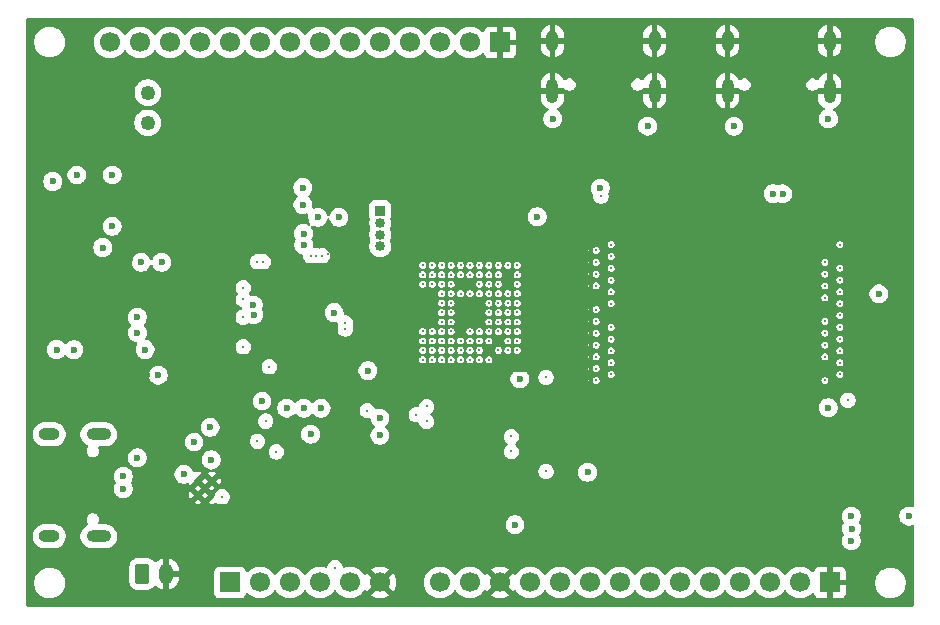
<source format=gbr>
%TF.GenerationSoftware,KiCad,Pcbnew,9.0.3*%
%TF.CreationDate,2025-10-26T12:54:33-04:00*%
%TF.ProjectId,SeedSBC_rev1_1,53656564-5342-4435-9f72-6576315f312e,rev?*%
%TF.SameCoordinates,Original*%
%TF.FileFunction,Copper,L2,Inr*%
%TF.FilePolarity,Positive*%
%FSLAX46Y46*%
G04 Gerber Fmt 4.6, Leading zero omitted, Abs format (unit mm)*
G04 Created by KiCad (PCBNEW 9.0.3) date 2025-10-26 12:54:33*
%MOMM*%
%LPD*%
G01*
G04 APERTURE LIST*
G04 Aperture macros list*
%AMRoundRect*
0 Rectangle with rounded corners*
0 $1 Rounding radius*
0 $2 $3 $4 $5 $6 $7 $8 $9 X,Y pos of 4 corners*
0 Add a 4 corners polygon primitive as box body*
4,1,4,$2,$3,$4,$5,$6,$7,$8,$9,$2,$3,0*
0 Add four circle primitives for the rounded corners*
1,1,$1+$1,$2,$3*
1,1,$1+$1,$4,$5*
1,1,$1+$1,$6,$7*
1,1,$1+$1,$8,$9*
0 Add four rect primitives between the rounded corners*
20,1,$1+$1,$2,$3,$4,$5,0*
20,1,$1+$1,$4,$5,$6,$7,0*
20,1,$1+$1,$6,$7,$8,$9,0*
20,1,$1+$1,$8,$9,$2,$3,0*%
G04 Aperture macros list end*
%TA.AperFunction,HeatsinkPad*%
%ADD10O,2.100000X1.000000*%
%TD*%
%TA.AperFunction,HeatsinkPad*%
%ADD11O,1.800000X1.000000*%
%TD*%
%TA.AperFunction,ComponentPad*%
%ADD12RoundRect,0.250000X-0.350000X-0.625000X0.350000X-0.625000X0.350000X0.625000X-0.350000X0.625000X0*%
%TD*%
%TA.AperFunction,ComponentPad*%
%ADD13O,1.200000X1.750000*%
%TD*%
%TA.AperFunction,HeatsinkPad*%
%ADD14O,1.000000X2.100000*%
%TD*%
%TA.AperFunction,HeatsinkPad*%
%ADD15O,1.000000X1.800000*%
%TD*%
%TA.AperFunction,ComponentPad*%
%ADD16R,1.700000X1.700000*%
%TD*%
%TA.AperFunction,ComponentPad*%
%ADD17C,1.700000*%
%TD*%
%TA.AperFunction,HeatsinkPad*%
%ADD18C,0.500000*%
%TD*%
%TA.AperFunction,ComponentPad*%
%ADD19R,0.850000X0.850000*%
%TD*%
%TA.AperFunction,ComponentPad*%
%ADD20C,0.850000*%
%TD*%
%TA.AperFunction,ViaPad*%
%ADD21C,0.600000*%
%TD*%
%TA.AperFunction,ViaPad*%
%ADD22C,0.300000*%
%TD*%
%TA.AperFunction,ViaPad*%
%ADD23C,1.250000*%
%TD*%
G04 APERTURE END LIST*
D10*
%TO.N,Net-(J6-SHIELD)*%
%TO.C,J6*%
X108257500Y-111905000D03*
D11*
X104077500Y-111905000D03*
D10*
X108257500Y-120545000D03*
D11*
X104077500Y-120545000D03*
%TD*%
D12*
%TO.N,V_BAT*%
%TO.C,J3*%
X111960000Y-123740000D03*
D13*
%TO.N,GND*%
X113960000Y-123740000D03*
%TD*%
D14*
%TO.N,GND*%
%TO.C,J1*%
X170140000Y-82815000D03*
D15*
X170140000Y-78635000D03*
D14*
X161500000Y-82815000D03*
D15*
X161500000Y-78635000D03*
%TD*%
D14*
%TO.N,GND*%
%TO.C,J7*%
X155320000Y-82815000D03*
D15*
X155320000Y-78635000D03*
D14*
X146680000Y-82815000D03*
D15*
X146680000Y-78635000D03*
%TD*%
D16*
%TO.N,/FPGA + SRAM/FPGA/SPI_CNFG_CS*%
%TO.C,J4*%
X119380000Y-124460000D03*
D17*
%TO.N,/FPGA + SRAM/FPGA/SPI_CNFG_SCK*%
X121920000Y-124460000D03*
%TO.N,/FPGA + SRAM/FPGA/SPI_CNFG_DI*%
X124460000Y-124460000D03*
%TO.N,/FPGA + SRAM/FPGA/SPI_CNFG_DO*%
X127000000Y-124460000D03*
%TO.N,P3V3*%
X129540000Y-124460000D03*
%TO.N,GND*%
X132080000Y-124460000D03*
%TD*%
D18*
%TO.N,GND*%
%TO.C,U9*%
X116647500Y-117030000D03*
X117827500Y-117030000D03*
X116647500Y-115850000D03*
X117827500Y-115850000D03*
%TD*%
D16*
%TO.N,GND*%
%TO.C,J8*%
X170180000Y-124460000D03*
D17*
%TO.N,/FPGA + SRAM/IO_B1*%
X167640000Y-124460000D03*
%TO.N,/FPGA + SRAM/IO_B2*%
X165100000Y-124460000D03*
%TO.N,/FPGA + SRAM/IO_B3*%
X162560000Y-124460000D03*
%TO.N,/FPGA + SRAM/IO_B4*%
X160020000Y-124460000D03*
%TO.N,/FPGA + SRAM/IO_B5*%
X157480000Y-124460000D03*
%TO.N,/FPGA + SRAM/IO_B6*%
X154940000Y-124460000D03*
%TO.N,/FPGA + SRAM/IO_B7*%
X152400000Y-124460000D03*
%TO.N,/FPGA + SRAM/IO_B8*%
X149860000Y-124460000D03*
%TO.N,/FPGA + SRAM/IO_B9*%
X147320000Y-124460000D03*
%TO.N,/FPGA + SRAM/IO_B10*%
X144780000Y-124460000D03*
%TO.N,GND*%
X142240000Y-124460000D03*
%TO.N,P3V3*%
X139700000Y-124460000D03*
%TO.N,V_BAT*%
X137160000Y-124460000D03*
%TD*%
D16*
%TO.N,GND*%
%TO.C,J5*%
X142240000Y-78740000D03*
D17*
%TO.N,/FPGA + SRAM/IO_T1*%
X139700000Y-78740000D03*
%TO.N,/FPGA + SRAM/IO_T2*%
X137160000Y-78740000D03*
%TO.N,/FPGA + SRAM/IO_T3*%
X134620000Y-78740000D03*
%TO.N,/FPGA + SRAM/IO_T4*%
X132080000Y-78740000D03*
%TO.N,/FPGA + SRAM/IO_T5*%
X129540000Y-78740000D03*
%TO.N,/FPGA + SRAM/IO_T6*%
X127000000Y-78740000D03*
%TO.N,/FPGA + SRAM/IO_T7*%
X124460000Y-78740000D03*
%TO.N,/FPGA + SRAM/IO_T8*%
X121920000Y-78740000D03*
%TO.N,/FPGA + SRAM/IO_T9*%
X119380000Y-78740000D03*
%TO.N,/FPGA + SRAM/IO_T10*%
X116840000Y-78740000D03*
%TO.N,USB_VBUS2*%
X114300000Y-78740000D03*
%TO.N,EN*%
X111760000Y-78740000D03*
%TO.N,USB_VBUS*%
X109220000Y-78740000D03*
%TD*%
D19*
%TO.N,EXT_PLL2P*%
%TO.C,J9*%
X132080000Y-93000000D03*
D20*
%TO.N,EXT_PLL2N*%
X132080000Y-94000000D03*
%TO.N,EXT_PLL1P*%
X132080000Y-95000000D03*
%TO.N,EXT_PLL1N*%
X132080000Y-96000000D03*
%TD*%
D21*
%TO.N,P2V5*%
X145400000Y-93500000D03*
%TO.N,Net-(D3-BK)*%
X171990000Y-120940000D03*
D22*
%TO.N,GND*%
X138900000Y-102400000D03*
D21*
X115341600Y-89360000D03*
X109527661Y-88201693D03*
X118943189Y-96079766D03*
X114678845Y-93867824D03*
X129946400Y-94140000D03*
X107726297Y-91508160D03*
X123400000Y-90400000D03*
D22*
X138900000Y-100800000D03*
D21*
X175320000Y-117080000D03*
X147790000Y-84120000D03*
X110640000Y-112350000D03*
X118600000Y-119300000D03*
D22*
X127674462Y-96618681D03*
D21*
X112350000Y-106900000D03*
X123991521Y-112033292D03*
X121560000Y-98760000D03*
X104693200Y-98410000D03*
X152410000Y-87340000D03*
X174313629Y-107592343D03*
X154200000Y-84120000D03*
D22*
X129400000Y-98500000D03*
D21*
X110875793Y-97043625D03*
X111280000Y-119600000D03*
X162610000Y-84120000D03*
X133950000Y-108880000D03*
X124950000Y-101750000D03*
D22*
X140500000Y-102400000D03*
X139700000Y-100800000D03*
D21*
X167180000Y-87360000D03*
X139619565Y-115800871D03*
X127711594Y-107550000D03*
D22*
X140500000Y-100800000D03*
D21*
X122200000Y-107550000D03*
X112960000Y-116600000D03*
D22*
X138900000Y-101600000D03*
D21*
X126881709Y-120550102D03*
X110782600Y-93459806D03*
X172154104Y-96427299D03*
X173450000Y-117080000D03*
X114739999Y-98850672D03*
X135064348Y-113379565D03*
D22*
X139700000Y-102400000D03*
D21*
X175090309Y-96427299D03*
X117468800Y-96080000D03*
D22*
X129900000Y-104500000D03*
D21*
X114810000Y-111320000D03*
X122235219Y-94908840D03*
X129267971Y-109698115D03*
X104060000Y-106890000D03*
X109210000Y-108560000D03*
X175079762Y-106741935D03*
D22*
X140500000Y-101600000D03*
X139700000Y-101600000D03*
X138900000Y-103200000D03*
X120500000Y-103000000D03*
D21*
X113225654Y-93874492D03*
X106680000Y-99470000D03*
X118599729Y-120765537D03*
X169020000Y-84110000D03*
X155150000Y-113400000D03*
X159150000Y-84170000D03*
X150640000Y-109010000D03*
X157700000Y-84170000D03*
X155200000Y-109040000D03*
X159130000Y-88350000D03*
X150640000Y-113390000D03*
X123441331Y-103283871D03*
X108900000Y-109400000D03*
X157680000Y-88340000D03*
X108828091Y-123041263D03*
X121550000Y-86630000D03*
X147813171Y-93290187D03*
X140690000Y-87650000D03*
X142880000Y-93280000D03*
%TO.N,V_SYS*%
X109400437Y-94291884D03*
X117690000Y-111313769D03*
X109416600Y-89957400D03*
X117796100Y-114069354D03*
X106416600Y-89957400D03*
X104690000Y-104740000D03*
X108600000Y-96100000D03*
X104370000Y-90510000D03*
X106160000Y-104750000D03*
X116332753Y-112564539D03*
D22*
X118700000Y-117200000D03*
D21*
%TO.N,Net-(D3-GK)*%
X171990000Y-118850000D03*
%TO.N,Net-(D3-RK)*%
X172000000Y-119890000D03*
D22*
%TO.N,/FPGA + SRAM/IO_T5*%
X137300000Y-97600000D03*
%TO.N,/FPGA + SRAM/IO_B3*%
X138900000Y-105600000D03*
%TO.N,/FPGA + SRAM/SD_DAT0*%
X137300000Y-100000000D03*
%TO.N,/FPGA + SRAM/LED_B*%
X135700000Y-104800000D03*
%TO.N,/FPGA + SRAM/SD_CLK*%
X137300000Y-100800000D03*
%TO.N,/FPGA + SRAM/FIFO_RD_B*%
X138900000Y-104000000D03*
X126700000Y-96800000D03*
%TO.N,/FPGA + SRAM/SD_DAT1*%
X138900000Y-100000000D03*
%TO.N,/FPGA + SRAM/FPGA/DQ11*%
X171020000Y-101850000D03*
X142100000Y-100800000D03*
%TO.N,/FPGA + SRAM/FIFO_TXE_B*%
X127200000Y-96800000D03*
X137300000Y-103200000D03*
%TO.N,/FPGA + SRAM/FPGA/SRAM_LB_B*%
X151650000Y-102850000D03*
X143700000Y-101600000D03*
%TO.N,/FPGA + SRAM/IO_T1*%
X139700000Y-98400000D03*
%TO.N,/FPGA + SRAM/FPGA/SRAM_CE_B*%
X171020000Y-106850000D03*
X140500000Y-104800000D03*
%TO.N,/FPGA + SRAM/FPGA/A10*%
X143700000Y-98400000D03*
X150380000Y-98350000D03*
%TO.N,/FPGA + SRAM/IO_B6*%
X137300000Y-104800000D03*
%TO.N,/FPGA + SRAM/SD_DAT3*%
X137300000Y-101600000D03*
%TO.N,/FPGA + SRAM/FPGA/A3*%
X150380000Y-106350000D03*
X142900000Y-104000000D03*
%TO.N,/FPGA + SRAM/IO_T9*%
X135700000Y-97600000D03*
%TO.N,/FPGA + SRAM/IO_B5*%
X138100000Y-105600000D03*
%TO.N,/FPGA + SRAM/FPGA/DQ14*%
X140500000Y-98400000D03*
X169750000Y-98350000D03*
%TO.N,/FPGA + SRAM/FPGA/A14*%
X142100000Y-97600000D03*
X150380000Y-96350000D03*
%TO.N,/FPGA + SRAM/FPGA/DQ7*%
X140500000Y-97600000D03*
X171020000Y-97850000D03*
%TO.N,/FPGA + SRAM/FPGA/A13*%
X151650000Y-96850000D03*
X142900000Y-97600000D03*
%TO.N,/FPGA + SRAM/FPGA/DQ3*%
X169750000Y-102350000D03*
X141300000Y-100800000D03*
%TO.N,/FPGA + SRAM/FPGA/DQ15*%
X139700000Y-97600000D03*
X169750000Y-97350000D03*
%TO.N,/FPGA + SRAM/FPGA/SPI_CNFG_SCK*%
X121701000Y-112501000D03*
X143200000Y-112100000D03*
%TO.N,EXT_PLL1N*%
X139700000Y-105600000D03*
%TO.N,/FPGA + SRAM/FPGA/SRAM_CE2*%
X143700000Y-100800000D03*
X150380000Y-101350000D03*
%TO.N,/FPGA + SRAM/FPGA/SPI_CNFG_DI*%
X143200000Y-113370000D03*
X123300000Y-113400000D03*
%TO.N,/FPGA + SRAM/FPGA/DQ9*%
X171020000Y-103850000D03*
X141300000Y-102400000D03*
%TO.N,/FPGA + SRAM/IO_B1*%
X139700000Y-104800000D03*
%TO.N,/FPGA + SRAM/FPGA/SPI_CNFG_CS*%
X142900000Y-104800000D03*
X136025000Y-109560000D03*
%TO.N,/FPGA + SRAM/FPGA/A16*%
X138900000Y-97600000D03*
X171020000Y-95850000D03*
%TO.N,/FPGA + SRAM/USB3_DP*%
X137300000Y-99200000D03*
D21*
X165370000Y-91540000D03*
D22*
%TO.N,/FPGA + SRAM/FPGA/A0*%
X140500000Y-105600000D03*
X169750000Y-107350000D03*
%TO.N,P1V2*%
X138100000Y-103200000D03*
X141300000Y-103200000D03*
D21*
X113601868Y-97358040D03*
D22*
X138100000Y-100000000D03*
X141300000Y-100000000D03*
D21*
X111850000Y-97360000D03*
D22*
%TO.N,/FPGA + SRAM/FPGA/A1*%
X141300000Y-105600000D03*
X150380000Y-107350000D03*
%TO.N,/FPGA + SRAM/IO_T3*%
X138100000Y-97600000D03*
%TO.N,/FPGA + SRAM/USB3_DN*%
X138100000Y-99200000D03*
D21*
X166160000Y-91560000D03*
D22*
%TO.N,/FPGA + SRAM/LED_R*%
X136500000Y-104000000D03*
%TO.N,/FPGA + SRAM/FPGA/DQ6*%
X171020000Y-98850000D03*
X141300000Y-98400000D03*
%TO.N,/FPGA + SRAM/IO_T8*%
X136500000Y-99200000D03*
%TO.N,/FPGA + SRAM/FPGA/A11*%
X151650000Y-97850000D03*
X142100000Y-98400000D03*
%TO.N,/SD MMC/SD_CMD*%
X138100000Y-101600000D03*
%TO.N,/FPGA + SRAM/FIFO0*%
X135700000Y-103200000D03*
X129137363Y-102998549D03*
%TO.N,/FPGA + SRAM/FPGA/DQ2*%
X142100000Y-102400000D03*
X169750000Y-103350000D03*
%TO.N,/FPGA + SRAM/FPGA/A12*%
X150380000Y-97350000D03*
X143700000Y-97600000D03*
D21*
%TO.N,USB_VBUS*%
X111530000Y-113909267D03*
X115477983Y-115303221D03*
D22*
%TO.N,/FPGA + SRAM/FPGA/A17*%
X143700000Y-102400000D03*
X151650000Y-103850000D03*
%TO.N,/FPGA + SRAM/FPGA/DQ5*%
X171020000Y-99850000D03*
X141300000Y-99200000D03*
%TO.N,/FPGA + SRAM/FPGA/A15*%
X151650000Y-95850000D03*
X141300000Y-97600000D03*
%TO.N,/FPGA + SRAM/FPGA/SRAM_UB_B*%
X150380000Y-102350000D03*
X142900000Y-100800000D03*
%TO.N,/FPGA + SRAM/IO_B4*%
X138100000Y-104800000D03*
%TO.N,/FPGA + SRAM/FPGA/A7*%
X142900000Y-102400000D03*
X150380000Y-104350000D03*
%TO.N,/FPGA + SRAM/IO_B8*%
X136500000Y-104800000D03*
D21*
%TO.N,P3V3*%
X131054636Y-106531013D03*
D22*
X138100000Y-102400000D03*
D21*
X149650000Y-115120000D03*
X124171159Y-109695795D03*
X113295500Y-106900000D03*
X112190000Y-104740000D03*
X125547678Y-91021303D03*
X128193413Y-101606587D03*
X174320000Y-100030000D03*
X122091162Y-109098405D03*
X126800000Y-93545219D03*
X132073916Y-110537824D03*
X128600000Y-93536958D03*
X176840000Y-118840000D03*
D22*
X141300000Y-101600000D03*
D21*
X143510000Y-119580000D03*
D22*
X139700000Y-100000000D03*
D21*
X111536525Y-101999133D03*
D22*
X139700000Y-103200000D03*
D21*
X143922983Y-107222885D03*
X132070000Y-112000000D03*
D22*
X122700000Y-106200000D03*
D21*
X125548907Y-92477174D03*
X170040000Y-109660000D03*
X125629130Y-109700650D03*
X127090000Y-109700000D03*
D22*
X138100000Y-100800000D03*
D21*
X111540000Y-103310000D03*
D22*
%TO.N,/FPGA + SRAM/CDONE*%
X146140521Y-107100000D03*
X146140521Y-115059479D03*
%TO.N,EXT_PLL1P*%
X139700000Y-104000000D03*
%TO.N,/FPGA + SRAM/SD_DAT2*%
X137300000Y-102400000D03*
%TO.N,/FPGA + SRAM/FPGA/DQ1*%
X142100000Y-103200000D03*
X169750000Y-104350000D03*
%TO.N,/FPGA + SRAM/FPGA/DQ13*%
X169750000Y-99350000D03*
X140500000Y-99200000D03*
%TO.N,/FPGA + SRAM/FPGA/DQ10*%
X171020000Y-102850000D03*
X142100000Y-101600000D03*
%TO.N,/FPGA + SRAM/FPGA/DQ4*%
X171020000Y-100850000D03*
X142100000Y-100000000D03*
%TO.N,/FPGA + SRAM/FPGA/SRAM_OE_B*%
X140500000Y-104000000D03*
X171020000Y-105850000D03*
%TO.N,/FPGA + SRAM/FIFO1*%
X136500000Y-103200000D03*
X129150000Y-102500000D03*
%TO.N,/FPGA + SRAM/FPGA/A18*%
X150380000Y-103350000D03*
X142900000Y-101600000D03*
%TO.N,/FPGA + SRAM/FPGA/A4*%
X143700000Y-104000000D03*
X151650000Y-105850000D03*
%TO.N,/FPGA + SRAM/LED_G*%
X137300000Y-104000000D03*
%TO.N,/FPGA + SRAM/IO_T7*%
X136500000Y-97600000D03*
%TO.N,/FPGA + SRAM/FPGA/A2*%
X151650000Y-106850000D03*
X143700000Y-104800000D03*
%TO.N,/FPGA + SRAM/IO_T6*%
X137300000Y-98400000D03*
%TO.N,/FPGA + SRAM/FPGA/A9*%
X151650000Y-98850000D03*
X142100000Y-99200000D03*
%TO.N,/FPGA + SRAM/FPGA/DQ12*%
X140500000Y-100000000D03*
X169750000Y-100350000D03*
D21*
%TO.N,P2V5*%
X126198000Y-111901000D03*
D22*
%TO.N,/FPGA + SRAM/IO_T10*%
X135700000Y-99200000D03*
%TO.N,/FPGA + SRAM/IO_B10*%
X135700000Y-105600000D03*
%TO.N,/FPGA + SRAM/FPGA/DQ8*%
X171020000Y-104850000D03*
X140500000Y-103200000D03*
%TO.N,/FPGA + SRAM/USB2_DP*%
X136500000Y-98400000D03*
D21*
X150730000Y-91070000D03*
D22*
%TO.N,/FPGA + SRAM/IO_B7*%
X137300000Y-105600000D03*
%TO.N,/FPGA + SRAM/FPGA/SPI_CNFG_DO*%
X135150000Y-110250000D03*
X142100000Y-104800000D03*
X136025000Y-110830000D03*
X131000000Y-109900000D03*
X122400000Y-110800000D03*
X128265000Y-123195000D03*
%TO.N,/FPGA + SRAM/FPGA/SRAM_WE_B*%
X151650000Y-100850000D03*
X143700000Y-100000000D03*
%TO.N,/FPGA + SRAM/FPGA/DQ0*%
X169750000Y-105350000D03*
X141300000Y-104000000D03*
%TO.N,/FPGA + SRAM/IO_T2*%
X138900000Y-98400000D03*
%TO.N,/FPGA + SRAM/IO_B2*%
X138900000Y-104800000D03*
%TO.N,/FPGA + SRAM/FPGA/A19*%
X151650000Y-99850000D03*
X142900000Y-100000000D03*
%TO.N,/FPGA + SRAM/FPGA/A8*%
X150380000Y-99350000D03*
X143700000Y-99200000D03*
%TO.N,/FPGA + SRAM/USB2_DN*%
X135700000Y-98400000D03*
X150780000Y-91730000D03*
%TO.N,/FPGA + SRAM/FPGA/A6*%
X151650000Y-104850000D03*
X143700000Y-103200000D03*
%TO.N,/FPGA + SRAM/IO_T4*%
X138100000Y-98400000D03*
%TO.N,/FPGA + SRAM/FPGA/A5*%
X142900000Y-103200000D03*
X150380000Y-105350000D03*
%TO.N,/FPGA + SRAM/USR_BTN1*%
X171690000Y-109030000D03*
X138100000Y-104000000D03*
%TO.N,/FPGA + SRAM/FIFO_WR_B*%
X135700000Y-104000000D03*
X126200000Y-96800000D03*
%TO.N,/FPGA + SRAM/IO_B9*%
X136500000Y-105600000D03*
D21*
%TO.N,Net-(U7-CS)*%
X125602622Y-94916128D03*
D22*
X121700000Y-97300000D03*
%TO.N,Net-(U7-CLK)*%
X122200000Y-97300000D03*
D21*
X125610283Y-95866132D03*
D22*
%TO.N,Net-(U8-REF)*%
X120500000Y-100500000D03*
%TO.N,Net-(U8-~{RESET})*%
X120500000Y-104500000D03*
D21*
%TO.N,/USB/D1+*%
X110336660Y-116536660D03*
X121377831Y-101778211D03*
%TO.N,/USB/D1-*%
X121359783Y-100978412D03*
X110340000Y-115470000D03*
D22*
%TO.N,Net-(U8-VPLL)*%
X120500000Y-102000000D03*
%TO.N,Net-(U8-VPHY)*%
X120500000Y-99500000D03*
D23*
%TO.N,USB_VBUS2*%
X112410000Y-85540000D03*
D21*
X162050000Y-85830000D03*
X146700000Y-85190000D03*
X170050000Y-85200000D03*
D23*
X112420000Y-82980000D03*
D21*
X154730000Y-85820000D03*
%TD*%
%TA.AperFunction,Conductor*%
%TO.N,GND*%
G36*
X171704000Y-108077000D02*
G01*
X149733000Y-108077000D01*
X149733000Y-107310438D01*
X150079500Y-107310438D01*
X150079500Y-107389562D01*
X150093152Y-107440513D01*
X150099979Y-107465990D01*
X150099982Y-107465995D01*
X150139535Y-107534504D01*
X150139539Y-107534509D01*
X150139540Y-107534511D01*
X150195489Y-107590460D01*
X150195491Y-107590461D01*
X150195495Y-107590464D01*
X150264004Y-107630017D01*
X150264011Y-107630021D01*
X150340438Y-107650500D01*
X150340440Y-107650500D01*
X150419560Y-107650500D01*
X150419562Y-107650500D01*
X150495989Y-107630021D01*
X150564511Y-107590460D01*
X150620460Y-107534511D01*
X150660021Y-107465989D01*
X150680500Y-107389562D01*
X150680500Y-107310438D01*
X169449500Y-107310438D01*
X169449500Y-107389562D01*
X169463152Y-107440513D01*
X169469979Y-107465990D01*
X169469982Y-107465995D01*
X169509535Y-107534504D01*
X169509539Y-107534509D01*
X169509540Y-107534511D01*
X169565489Y-107590460D01*
X169565491Y-107590461D01*
X169565495Y-107590464D01*
X169634004Y-107630017D01*
X169634011Y-107630021D01*
X169710438Y-107650500D01*
X169710440Y-107650500D01*
X169789560Y-107650500D01*
X169789562Y-107650500D01*
X169865989Y-107630021D01*
X169934511Y-107590460D01*
X169990460Y-107534511D01*
X170030021Y-107465989D01*
X170050500Y-107389562D01*
X170050500Y-107310438D01*
X170030021Y-107234011D01*
X170030017Y-107234004D01*
X169990464Y-107165495D01*
X169990458Y-107165487D01*
X169934512Y-107109541D01*
X169934504Y-107109535D01*
X169865995Y-107069982D01*
X169865990Y-107069979D01*
X169840513Y-107063152D01*
X169789562Y-107049500D01*
X169710438Y-107049500D01*
X169672224Y-107059739D01*
X169634009Y-107069979D01*
X169634004Y-107069982D01*
X169565495Y-107109535D01*
X169565487Y-107109541D01*
X169509541Y-107165487D01*
X169509535Y-107165495D01*
X169469982Y-107234004D01*
X169469979Y-107234009D01*
X169456326Y-107284962D01*
X169449500Y-107310438D01*
X150680500Y-107310438D01*
X150660021Y-107234011D01*
X150660017Y-107234004D01*
X150620464Y-107165495D01*
X150620458Y-107165487D01*
X150564512Y-107109541D01*
X150564504Y-107109535D01*
X150495995Y-107069982D01*
X150495990Y-107069979D01*
X150470513Y-107063152D01*
X150419562Y-107049500D01*
X150340438Y-107049500D01*
X150302224Y-107059739D01*
X150264009Y-107069979D01*
X150264004Y-107069982D01*
X150195495Y-107109535D01*
X150195487Y-107109541D01*
X150139541Y-107165487D01*
X150139535Y-107165495D01*
X150099982Y-107234004D01*
X150099979Y-107234009D01*
X150086326Y-107284962D01*
X150079500Y-107310438D01*
X149733000Y-107310438D01*
X149733000Y-106810438D01*
X151349500Y-106810438D01*
X151349500Y-106889562D01*
X151363152Y-106940513D01*
X151369979Y-106965990D01*
X151369982Y-106965995D01*
X151409535Y-107034504D01*
X151409539Y-107034509D01*
X151409540Y-107034511D01*
X151465489Y-107090460D01*
X151465491Y-107090461D01*
X151465495Y-107090464D01*
X151498538Y-107109541D01*
X151534011Y-107130021D01*
X151610438Y-107150500D01*
X151610440Y-107150500D01*
X151689560Y-107150500D01*
X151689562Y-107150500D01*
X151765989Y-107130021D01*
X151834511Y-107090460D01*
X151890460Y-107034511D01*
X151930021Y-106965989D01*
X151950500Y-106889562D01*
X151950500Y-106810438D01*
X170719500Y-106810438D01*
X170719500Y-106889562D01*
X170733152Y-106940513D01*
X170739979Y-106965990D01*
X170739982Y-106965995D01*
X170779535Y-107034504D01*
X170779539Y-107034509D01*
X170779540Y-107034511D01*
X170835489Y-107090460D01*
X170835491Y-107090461D01*
X170835495Y-107090464D01*
X170868538Y-107109541D01*
X170904011Y-107130021D01*
X170980438Y-107150500D01*
X170980440Y-107150500D01*
X171059560Y-107150500D01*
X171059562Y-107150500D01*
X171135989Y-107130021D01*
X171204511Y-107090460D01*
X171260460Y-107034511D01*
X171300021Y-106965989D01*
X171320500Y-106889562D01*
X171320500Y-106810438D01*
X171300021Y-106734011D01*
X171300017Y-106734004D01*
X171260464Y-106665495D01*
X171260458Y-106665487D01*
X171204512Y-106609541D01*
X171204504Y-106609535D01*
X171135995Y-106569982D01*
X171135990Y-106569979D01*
X171110513Y-106563152D01*
X171059562Y-106549500D01*
X170980438Y-106549500D01*
X170942224Y-106559739D01*
X170904009Y-106569979D01*
X170904004Y-106569982D01*
X170835495Y-106609535D01*
X170835487Y-106609541D01*
X170779541Y-106665487D01*
X170779535Y-106665495D01*
X170739982Y-106734004D01*
X170739979Y-106734009D01*
X170726326Y-106784962D01*
X170719500Y-106810438D01*
X151950500Y-106810438D01*
X151930021Y-106734011D01*
X151930017Y-106734004D01*
X151890464Y-106665495D01*
X151890458Y-106665487D01*
X151834512Y-106609541D01*
X151834504Y-106609535D01*
X151765995Y-106569982D01*
X151765990Y-106569979D01*
X151740513Y-106563152D01*
X151689562Y-106549500D01*
X151610438Y-106549500D01*
X151572224Y-106559739D01*
X151534009Y-106569979D01*
X151534004Y-106569982D01*
X151465495Y-106609535D01*
X151465487Y-106609541D01*
X151409541Y-106665487D01*
X151409535Y-106665495D01*
X151369982Y-106734004D01*
X151369979Y-106734009D01*
X151356326Y-106784962D01*
X151349500Y-106810438D01*
X149733000Y-106810438D01*
X149733000Y-106310438D01*
X150079500Y-106310438D01*
X150079500Y-106389562D01*
X150093152Y-106440513D01*
X150099979Y-106465990D01*
X150099982Y-106465995D01*
X150139535Y-106534504D01*
X150139539Y-106534509D01*
X150139540Y-106534511D01*
X150195489Y-106590460D01*
X150195491Y-106590461D01*
X150195495Y-106590464D01*
X150228538Y-106609541D01*
X150264011Y-106630021D01*
X150340438Y-106650500D01*
X150340440Y-106650500D01*
X150419560Y-106650500D01*
X150419562Y-106650500D01*
X150495989Y-106630021D01*
X150564511Y-106590460D01*
X150620460Y-106534511D01*
X150660021Y-106465989D01*
X150680500Y-106389562D01*
X150680500Y-106310438D01*
X150660021Y-106234011D01*
X150660017Y-106234004D01*
X150620464Y-106165495D01*
X150620458Y-106165487D01*
X150564512Y-106109541D01*
X150564504Y-106109535D01*
X150495995Y-106069982D01*
X150495990Y-106069979D01*
X150470513Y-106063152D01*
X150419562Y-106049500D01*
X150340438Y-106049500D01*
X150302224Y-106059739D01*
X150264009Y-106069979D01*
X150264004Y-106069982D01*
X150195495Y-106109535D01*
X150195487Y-106109541D01*
X150139541Y-106165487D01*
X150139535Y-106165495D01*
X150099982Y-106234004D01*
X150099979Y-106234009D01*
X150086326Y-106284962D01*
X150079500Y-106310438D01*
X149733000Y-106310438D01*
X149733000Y-105810438D01*
X151349500Y-105810438D01*
X151349500Y-105889562D01*
X151363152Y-105940513D01*
X151369979Y-105965990D01*
X151369982Y-105965995D01*
X151409535Y-106034504D01*
X151409539Y-106034509D01*
X151409540Y-106034511D01*
X151465489Y-106090460D01*
X151465491Y-106090461D01*
X151465495Y-106090464D01*
X151498538Y-106109541D01*
X151534011Y-106130021D01*
X151610438Y-106150500D01*
X151610440Y-106150500D01*
X151689560Y-106150500D01*
X151689562Y-106150500D01*
X151765989Y-106130021D01*
X151834511Y-106090460D01*
X151890460Y-106034511D01*
X151930021Y-105965989D01*
X151950500Y-105889562D01*
X151950500Y-105810438D01*
X170719500Y-105810438D01*
X170719500Y-105889562D01*
X170733152Y-105940513D01*
X170739979Y-105965990D01*
X170739982Y-105965995D01*
X170779535Y-106034504D01*
X170779539Y-106034509D01*
X170779540Y-106034511D01*
X170835489Y-106090460D01*
X170835491Y-106090461D01*
X170835495Y-106090464D01*
X170868538Y-106109541D01*
X170904011Y-106130021D01*
X170980438Y-106150500D01*
X170980440Y-106150500D01*
X171059560Y-106150500D01*
X171059562Y-106150500D01*
X171135989Y-106130021D01*
X171204511Y-106090460D01*
X171260460Y-106034511D01*
X171300021Y-105965989D01*
X171320500Y-105889562D01*
X171320500Y-105810438D01*
X171300021Y-105734011D01*
X171300017Y-105734004D01*
X171260464Y-105665495D01*
X171260458Y-105665487D01*
X171204512Y-105609541D01*
X171204504Y-105609535D01*
X171135995Y-105569982D01*
X171135990Y-105569979D01*
X171110513Y-105563152D01*
X171059562Y-105549500D01*
X170980438Y-105549500D01*
X170942224Y-105559739D01*
X170904009Y-105569979D01*
X170904004Y-105569982D01*
X170835495Y-105609535D01*
X170835487Y-105609541D01*
X170779541Y-105665487D01*
X170779535Y-105665495D01*
X170739982Y-105734004D01*
X170739979Y-105734009D01*
X170726326Y-105784962D01*
X170719500Y-105810438D01*
X151950500Y-105810438D01*
X151930021Y-105734011D01*
X151930017Y-105734004D01*
X151890464Y-105665495D01*
X151890458Y-105665487D01*
X151834512Y-105609541D01*
X151834504Y-105609535D01*
X151765995Y-105569982D01*
X151765990Y-105569979D01*
X151740513Y-105563152D01*
X151689562Y-105549500D01*
X151610438Y-105549500D01*
X151572224Y-105559739D01*
X151534009Y-105569979D01*
X151534004Y-105569982D01*
X151465495Y-105609535D01*
X151465487Y-105609541D01*
X151409541Y-105665487D01*
X151409535Y-105665495D01*
X151369982Y-105734004D01*
X151369979Y-105734009D01*
X151356326Y-105784962D01*
X151349500Y-105810438D01*
X149733000Y-105810438D01*
X149733000Y-105310438D01*
X150079500Y-105310438D01*
X150079500Y-105389562D01*
X150093152Y-105440513D01*
X150099979Y-105465990D01*
X150099982Y-105465995D01*
X150139535Y-105534504D01*
X150139539Y-105534509D01*
X150139540Y-105534511D01*
X150195489Y-105590460D01*
X150195491Y-105590461D01*
X150195495Y-105590464D01*
X150228538Y-105609541D01*
X150264011Y-105630021D01*
X150340438Y-105650500D01*
X150340440Y-105650500D01*
X150419560Y-105650500D01*
X150419562Y-105650500D01*
X150495989Y-105630021D01*
X150564511Y-105590460D01*
X150620460Y-105534511D01*
X150660021Y-105465989D01*
X150680500Y-105389562D01*
X150680500Y-105310438D01*
X169449500Y-105310438D01*
X169449500Y-105389562D01*
X169463152Y-105440513D01*
X169469979Y-105465990D01*
X169469982Y-105465995D01*
X169509535Y-105534504D01*
X169509539Y-105534509D01*
X169509540Y-105534511D01*
X169565489Y-105590460D01*
X169565491Y-105590461D01*
X169565495Y-105590464D01*
X169598538Y-105609541D01*
X169634011Y-105630021D01*
X169710438Y-105650500D01*
X169710440Y-105650500D01*
X169789560Y-105650500D01*
X169789562Y-105650500D01*
X169865989Y-105630021D01*
X169934511Y-105590460D01*
X169990460Y-105534511D01*
X170030021Y-105465989D01*
X170050500Y-105389562D01*
X170050500Y-105310438D01*
X170030021Y-105234011D01*
X170030017Y-105234004D01*
X169990464Y-105165495D01*
X169990458Y-105165487D01*
X169934512Y-105109541D01*
X169934504Y-105109535D01*
X169865995Y-105069982D01*
X169865990Y-105069979D01*
X169840513Y-105063152D01*
X169789562Y-105049500D01*
X169710438Y-105049500D01*
X169672224Y-105059739D01*
X169634009Y-105069979D01*
X169634004Y-105069982D01*
X169565495Y-105109535D01*
X169565487Y-105109541D01*
X169509541Y-105165487D01*
X169509535Y-105165495D01*
X169469982Y-105234004D01*
X169469979Y-105234009D01*
X169456326Y-105284962D01*
X169449500Y-105310438D01*
X150680500Y-105310438D01*
X150660021Y-105234011D01*
X150660017Y-105234004D01*
X150620464Y-105165495D01*
X150620458Y-105165487D01*
X150564512Y-105109541D01*
X150564504Y-105109535D01*
X150495995Y-105069982D01*
X150495990Y-105069979D01*
X150470513Y-105063152D01*
X150419562Y-105049500D01*
X150340438Y-105049500D01*
X150302224Y-105059739D01*
X150264009Y-105069979D01*
X150264004Y-105069982D01*
X150195495Y-105109535D01*
X150195487Y-105109541D01*
X150139541Y-105165487D01*
X150139535Y-105165495D01*
X150099982Y-105234004D01*
X150099979Y-105234009D01*
X150086326Y-105284962D01*
X150079500Y-105310438D01*
X149733000Y-105310438D01*
X149733000Y-104810438D01*
X151349500Y-104810438D01*
X151349500Y-104889562D01*
X151363152Y-104940513D01*
X151369979Y-104965990D01*
X151369982Y-104965995D01*
X151409535Y-105034504D01*
X151409539Y-105034509D01*
X151409540Y-105034511D01*
X151465489Y-105090460D01*
X151465491Y-105090461D01*
X151465495Y-105090464D01*
X151498538Y-105109541D01*
X151534011Y-105130021D01*
X151610438Y-105150500D01*
X151610440Y-105150500D01*
X151689560Y-105150500D01*
X151689562Y-105150500D01*
X151765989Y-105130021D01*
X151834511Y-105090460D01*
X151890460Y-105034511D01*
X151930021Y-104965989D01*
X151950500Y-104889562D01*
X151950500Y-104810438D01*
X170719500Y-104810438D01*
X170719500Y-104889562D01*
X170733152Y-104940513D01*
X170739979Y-104965990D01*
X170739982Y-104965995D01*
X170779535Y-105034504D01*
X170779539Y-105034509D01*
X170779540Y-105034511D01*
X170835489Y-105090460D01*
X170835491Y-105090461D01*
X170835495Y-105090464D01*
X170868538Y-105109541D01*
X170904011Y-105130021D01*
X170980438Y-105150500D01*
X170980440Y-105150500D01*
X171059560Y-105150500D01*
X171059562Y-105150500D01*
X171135989Y-105130021D01*
X171204511Y-105090460D01*
X171260460Y-105034511D01*
X171300021Y-104965989D01*
X171320500Y-104889562D01*
X171320500Y-104810438D01*
X171300021Y-104734011D01*
X171300017Y-104734004D01*
X171260464Y-104665495D01*
X171260458Y-104665487D01*
X171204512Y-104609541D01*
X171204504Y-104609535D01*
X171135995Y-104569982D01*
X171135990Y-104569979D01*
X171110513Y-104563152D01*
X171059562Y-104549500D01*
X170980438Y-104549500D01*
X170942224Y-104559739D01*
X170904009Y-104569979D01*
X170904004Y-104569982D01*
X170835495Y-104609535D01*
X170835487Y-104609541D01*
X170779541Y-104665487D01*
X170779535Y-104665495D01*
X170739982Y-104734004D01*
X170739979Y-104734009D01*
X170726326Y-104784962D01*
X170719500Y-104810438D01*
X151950500Y-104810438D01*
X151930021Y-104734011D01*
X151930017Y-104734004D01*
X151890464Y-104665495D01*
X151890458Y-104665487D01*
X151834512Y-104609541D01*
X151834504Y-104609535D01*
X151765995Y-104569982D01*
X151765990Y-104569979D01*
X151740513Y-104563152D01*
X151689562Y-104549500D01*
X151610438Y-104549500D01*
X151572224Y-104559739D01*
X151534009Y-104569979D01*
X151534004Y-104569982D01*
X151465495Y-104609535D01*
X151465487Y-104609541D01*
X151409541Y-104665487D01*
X151409535Y-104665495D01*
X151369982Y-104734004D01*
X151369979Y-104734009D01*
X151356326Y-104784962D01*
X151349500Y-104810438D01*
X149733000Y-104810438D01*
X149733000Y-104310438D01*
X150079500Y-104310438D01*
X150079500Y-104389562D01*
X150093152Y-104440513D01*
X150099979Y-104465990D01*
X150099982Y-104465995D01*
X150139535Y-104534504D01*
X150139539Y-104534509D01*
X150139540Y-104534511D01*
X150195489Y-104590460D01*
X150195491Y-104590461D01*
X150195495Y-104590464D01*
X150228538Y-104609541D01*
X150264011Y-104630021D01*
X150340438Y-104650500D01*
X150340440Y-104650500D01*
X150419560Y-104650500D01*
X150419562Y-104650500D01*
X150495989Y-104630021D01*
X150564511Y-104590460D01*
X150620460Y-104534511D01*
X150660021Y-104465989D01*
X150680500Y-104389562D01*
X150680500Y-104310438D01*
X169449500Y-104310438D01*
X169449500Y-104389562D01*
X169463152Y-104440513D01*
X169469979Y-104465990D01*
X169469982Y-104465995D01*
X169509535Y-104534504D01*
X169509539Y-104534509D01*
X169509540Y-104534511D01*
X169565489Y-104590460D01*
X169565491Y-104590461D01*
X169565495Y-104590464D01*
X169598538Y-104609541D01*
X169634011Y-104630021D01*
X169710438Y-104650500D01*
X169710440Y-104650500D01*
X169789560Y-104650500D01*
X169789562Y-104650500D01*
X169865989Y-104630021D01*
X169934511Y-104590460D01*
X169990460Y-104534511D01*
X170030021Y-104465989D01*
X170050500Y-104389562D01*
X170050500Y-104310438D01*
X170030021Y-104234011D01*
X170030017Y-104234004D01*
X169990464Y-104165495D01*
X169990458Y-104165487D01*
X169934512Y-104109541D01*
X169934504Y-104109535D01*
X169865995Y-104069982D01*
X169865990Y-104069979D01*
X169840513Y-104063152D01*
X169789562Y-104049500D01*
X169710438Y-104049500D01*
X169672224Y-104059739D01*
X169634009Y-104069979D01*
X169634004Y-104069982D01*
X169565495Y-104109535D01*
X169565487Y-104109541D01*
X169509541Y-104165487D01*
X169509535Y-104165495D01*
X169469982Y-104234004D01*
X169469979Y-104234009D01*
X169456326Y-104284962D01*
X169449500Y-104310438D01*
X150680500Y-104310438D01*
X150660021Y-104234011D01*
X150660017Y-104234004D01*
X150620464Y-104165495D01*
X150620458Y-104165487D01*
X150564512Y-104109541D01*
X150564504Y-104109535D01*
X150495995Y-104069982D01*
X150495990Y-104069979D01*
X150470513Y-104063152D01*
X150419562Y-104049500D01*
X150340438Y-104049500D01*
X150302224Y-104059739D01*
X150264009Y-104069979D01*
X150264004Y-104069982D01*
X150195495Y-104109535D01*
X150195487Y-104109541D01*
X150139541Y-104165487D01*
X150139535Y-104165495D01*
X150099982Y-104234004D01*
X150099979Y-104234009D01*
X150086326Y-104284962D01*
X150079500Y-104310438D01*
X149733000Y-104310438D01*
X149733000Y-103810438D01*
X151349500Y-103810438D01*
X151349500Y-103889562D01*
X151363152Y-103940513D01*
X151369979Y-103965990D01*
X151369982Y-103965995D01*
X151409535Y-104034504D01*
X151409539Y-104034509D01*
X151409540Y-104034511D01*
X151465489Y-104090460D01*
X151465491Y-104090461D01*
X151465495Y-104090464D01*
X151498538Y-104109541D01*
X151534011Y-104130021D01*
X151610438Y-104150500D01*
X151610440Y-104150500D01*
X151689560Y-104150500D01*
X151689562Y-104150500D01*
X151765989Y-104130021D01*
X151834511Y-104090460D01*
X151890460Y-104034511D01*
X151930021Y-103965989D01*
X151950500Y-103889562D01*
X151950500Y-103810438D01*
X170719500Y-103810438D01*
X170719500Y-103889562D01*
X170733152Y-103940513D01*
X170739979Y-103965990D01*
X170739982Y-103965995D01*
X170779535Y-104034504D01*
X170779539Y-104034509D01*
X170779540Y-104034511D01*
X170835489Y-104090460D01*
X170835491Y-104090461D01*
X170835495Y-104090464D01*
X170868538Y-104109541D01*
X170904011Y-104130021D01*
X170980438Y-104150500D01*
X170980440Y-104150500D01*
X171059560Y-104150500D01*
X171059562Y-104150500D01*
X171135989Y-104130021D01*
X171204511Y-104090460D01*
X171260460Y-104034511D01*
X171300021Y-103965989D01*
X171320500Y-103889562D01*
X171320500Y-103810438D01*
X171300021Y-103734011D01*
X171300017Y-103734004D01*
X171260464Y-103665495D01*
X171260458Y-103665487D01*
X171204512Y-103609541D01*
X171204504Y-103609535D01*
X171135995Y-103569982D01*
X171135990Y-103569979D01*
X171110513Y-103563152D01*
X171059562Y-103549500D01*
X170980438Y-103549500D01*
X170942224Y-103559739D01*
X170904009Y-103569979D01*
X170904004Y-103569982D01*
X170835495Y-103609535D01*
X170835487Y-103609541D01*
X170779541Y-103665487D01*
X170779535Y-103665495D01*
X170739982Y-103734004D01*
X170739979Y-103734009D01*
X170726326Y-103784962D01*
X170719500Y-103810438D01*
X151950500Y-103810438D01*
X151930021Y-103734011D01*
X151930017Y-103734004D01*
X151890464Y-103665495D01*
X151890458Y-103665487D01*
X151834512Y-103609541D01*
X151834504Y-103609535D01*
X151765995Y-103569982D01*
X151765990Y-103569979D01*
X151740513Y-103563152D01*
X151689562Y-103549500D01*
X151610438Y-103549500D01*
X151572224Y-103559739D01*
X151534009Y-103569979D01*
X151534004Y-103569982D01*
X151465495Y-103609535D01*
X151465487Y-103609541D01*
X151409541Y-103665487D01*
X151409535Y-103665495D01*
X151369982Y-103734004D01*
X151369979Y-103734009D01*
X151356326Y-103784962D01*
X151349500Y-103810438D01*
X149733000Y-103810438D01*
X149733000Y-103310438D01*
X150079500Y-103310438D01*
X150079500Y-103389562D01*
X150093152Y-103440513D01*
X150099979Y-103465990D01*
X150099982Y-103465995D01*
X150139535Y-103534504D01*
X150139539Y-103534509D01*
X150139540Y-103534511D01*
X150195489Y-103590460D01*
X150195491Y-103590461D01*
X150195495Y-103590464D01*
X150228538Y-103609541D01*
X150264011Y-103630021D01*
X150340438Y-103650500D01*
X150340440Y-103650500D01*
X150419560Y-103650500D01*
X150419562Y-103650500D01*
X150495989Y-103630021D01*
X150564511Y-103590460D01*
X150620460Y-103534511D01*
X150660021Y-103465989D01*
X150680500Y-103389562D01*
X150680500Y-103310438D01*
X169449500Y-103310438D01*
X169449500Y-103389562D01*
X169463152Y-103440513D01*
X169469979Y-103465990D01*
X169469982Y-103465995D01*
X169509535Y-103534504D01*
X169509539Y-103534509D01*
X169509540Y-103534511D01*
X169565489Y-103590460D01*
X169565491Y-103590461D01*
X169565495Y-103590464D01*
X169598538Y-103609541D01*
X169634011Y-103630021D01*
X169710438Y-103650500D01*
X169710440Y-103650500D01*
X169789560Y-103650500D01*
X169789562Y-103650500D01*
X169865989Y-103630021D01*
X169934511Y-103590460D01*
X169990460Y-103534511D01*
X170030021Y-103465989D01*
X170050500Y-103389562D01*
X170050500Y-103310438D01*
X170030021Y-103234011D01*
X170030017Y-103234004D01*
X169990464Y-103165495D01*
X169990458Y-103165487D01*
X169934512Y-103109541D01*
X169934504Y-103109535D01*
X169865995Y-103069982D01*
X169865990Y-103069979D01*
X169840513Y-103063152D01*
X169789562Y-103049500D01*
X169710438Y-103049500D01*
X169672224Y-103059739D01*
X169634009Y-103069979D01*
X169634004Y-103069982D01*
X169565495Y-103109535D01*
X169565487Y-103109541D01*
X169509541Y-103165487D01*
X169509535Y-103165495D01*
X169469982Y-103234004D01*
X169469979Y-103234009D01*
X169456326Y-103284962D01*
X169449500Y-103310438D01*
X150680500Y-103310438D01*
X150660021Y-103234011D01*
X150660017Y-103234004D01*
X150620464Y-103165495D01*
X150620458Y-103165487D01*
X150564512Y-103109541D01*
X150564504Y-103109535D01*
X150495995Y-103069982D01*
X150495990Y-103069979D01*
X150470513Y-103063152D01*
X150419562Y-103049500D01*
X150340438Y-103049500D01*
X150302224Y-103059739D01*
X150264009Y-103069979D01*
X150264004Y-103069982D01*
X150195495Y-103109535D01*
X150195487Y-103109541D01*
X150139541Y-103165487D01*
X150139535Y-103165495D01*
X150099982Y-103234004D01*
X150099979Y-103234009D01*
X150086326Y-103284962D01*
X150079500Y-103310438D01*
X149733000Y-103310438D01*
X149733000Y-102810438D01*
X151349500Y-102810438D01*
X151349500Y-102889562D01*
X151363152Y-102940513D01*
X151369979Y-102965990D01*
X151369982Y-102965995D01*
X151409535Y-103034504D01*
X151409539Y-103034509D01*
X151409540Y-103034511D01*
X151465489Y-103090460D01*
X151465491Y-103090461D01*
X151465495Y-103090464D01*
X151498538Y-103109541D01*
X151534011Y-103130021D01*
X151610438Y-103150500D01*
X151610440Y-103150500D01*
X151689560Y-103150500D01*
X151689562Y-103150500D01*
X151765989Y-103130021D01*
X151834511Y-103090460D01*
X151890460Y-103034511D01*
X151930021Y-102965989D01*
X151950500Y-102889562D01*
X151950500Y-102810438D01*
X170719500Y-102810438D01*
X170719500Y-102889562D01*
X170733152Y-102940513D01*
X170739979Y-102965990D01*
X170739982Y-102965995D01*
X170779535Y-103034504D01*
X170779539Y-103034509D01*
X170779540Y-103034511D01*
X170835489Y-103090460D01*
X170835491Y-103090461D01*
X170835495Y-103090464D01*
X170868538Y-103109541D01*
X170904011Y-103130021D01*
X170980438Y-103150500D01*
X170980440Y-103150500D01*
X171059560Y-103150500D01*
X171059562Y-103150500D01*
X171135989Y-103130021D01*
X171204511Y-103090460D01*
X171260460Y-103034511D01*
X171300021Y-102965989D01*
X171320500Y-102889562D01*
X171320500Y-102810438D01*
X171300021Y-102734011D01*
X171300017Y-102734004D01*
X171260464Y-102665495D01*
X171260458Y-102665487D01*
X171204512Y-102609541D01*
X171204504Y-102609535D01*
X171135995Y-102569982D01*
X171135990Y-102569979D01*
X171110513Y-102563152D01*
X171059562Y-102549500D01*
X170980438Y-102549500D01*
X170942224Y-102559739D01*
X170904009Y-102569979D01*
X170904004Y-102569982D01*
X170835495Y-102609535D01*
X170835487Y-102609541D01*
X170779541Y-102665487D01*
X170779535Y-102665495D01*
X170739982Y-102734004D01*
X170739979Y-102734009D01*
X170726326Y-102784962D01*
X170719500Y-102810438D01*
X151950500Y-102810438D01*
X151930021Y-102734011D01*
X151930017Y-102734004D01*
X151890464Y-102665495D01*
X151890458Y-102665487D01*
X151834512Y-102609541D01*
X151834504Y-102609535D01*
X151765995Y-102569982D01*
X151765990Y-102569979D01*
X151740513Y-102563152D01*
X151689562Y-102549500D01*
X151610438Y-102549500D01*
X151572224Y-102559739D01*
X151534009Y-102569979D01*
X151534004Y-102569982D01*
X151465495Y-102609535D01*
X151465487Y-102609541D01*
X151409541Y-102665487D01*
X151409535Y-102665495D01*
X151369982Y-102734004D01*
X151369979Y-102734009D01*
X151356326Y-102784962D01*
X151349500Y-102810438D01*
X149733000Y-102810438D01*
X149733000Y-102310438D01*
X150079500Y-102310438D01*
X150079500Y-102389562D01*
X150093152Y-102440513D01*
X150099979Y-102465990D01*
X150099982Y-102465995D01*
X150139535Y-102534504D01*
X150139539Y-102534509D01*
X150139540Y-102534511D01*
X150195489Y-102590460D01*
X150195491Y-102590461D01*
X150195495Y-102590464D01*
X150228538Y-102609541D01*
X150264011Y-102630021D01*
X150340438Y-102650500D01*
X150340440Y-102650500D01*
X150419560Y-102650500D01*
X150419562Y-102650500D01*
X150495989Y-102630021D01*
X150564511Y-102590460D01*
X150620460Y-102534511D01*
X150660021Y-102465989D01*
X150680500Y-102389562D01*
X150680500Y-102310438D01*
X169449500Y-102310438D01*
X169449500Y-102389562D01*
X169463152Y-102440513D01*
X169469979Y-102465990D01*
X169469982Y-102465995D01*
X169509535Y-102534504D01*
X169509539Y-102534509D01*
X169509540Y-102534511D01*
X169565489Y-102590460D01*
X169565491Y-102590461D01*
X169565495Y-102590464D01*
X169598538Y-102609541D01*
X169634011Y-102630021D01*
X169710438Y-102650500D01*
X169710440Y-102650500D01*
X169789560Y-102650500D01*
X169789562Y-102650500D01*
X169865989Y-102630021D01*
X169934511Y-102590460D01*
X169990460Y-102534511D01*
X170030021Y-102465989D01*
X170050500Y-102389562D01*
X170050500Y-102310438D01*
X170030021Y-102234011D01*
X170030017Y-102234004D01*
X169990464Y-102165495D01*
X169990458Y-102165487D01*
X169934512Y-102109541D01*
X169934504Y-102109535D01*
X169865995Y-102069982D01*
X169865990Y-102069979D01*
X169840513Y-102063152D01*
X169789562Y-102049500D01*
X169710438Y-102049500D01*
X169672224Y-102059739D01*
X169634009Y-102069979D01*
X169634004Y-102069982D01*
X169565495Y-102109535D01*
X169565487Y-102109541D01*
X169509541Y-102165487D01*
X169509535Y-102165495D01*
X169469982Y-102234004D01*
X169469979Y-102234009D01*
X169456326Y-102284962D01*
X169449500Y-102310438D01*
X150680500Y-102310438D01*
X150660021Y-102234011D01*
X150660017Y-102234004D01*
X150620464Y-102165495D01*
X150620458Y-102165487D01*
X150564512Y-102109541D01*
X150564504Y-102109535D01*
X150495995Y-102069982D01*
X150495990Y-102069979D01*
X150470513Y-102063152D01*
X150419562Y-102049500D01*
X150340438Y-102049500D01*
X150302224Y-102059739D01*
X150264009Y-102069979D01*
X150264004Y-102069982D01*
X150195495Y-102109535D01*
X150195487Y-102109541D01*
X150139541Y-102165487D01*
X150139535Y-102165495D01*
X150099982Y-102234004D01*
X150099979Y-102234009D01*
X150086326Y-102284962D01*
X150079500Y-102310438D01*
X149733000Y-102310438D01*
X149733000Y-101810438D01*
X170719500Y-101810438D01*
X170719500Y-101889562D01*
X170733152Y-101940513D01*
X170739979Y-101965990D01*
X170739982Y-101965995D01*
X170779535Y-102034504D01*
X170779539Y-102034509D01*
X170779540Y-102034511D01*
X170835489Y-102090460D01*
X170835491Y-102090461D01*
X170835495Y-102090464D01*
X170868538Y-102109541D01*
X170904011Y-102130021D01*
X170980438Y-102150500D01*
X170980440Y-102150500D01*
X171059560Y-102150500D01*
X171059562Y-102150500D01*
X171135989Y-102130021D01*
X171204511Y-102090460D01*
X171260460Y-102034511D01*
X171300021Y-101965989D01*
X171320500Y-101889562D01*
X171320500Y-101810438D01*
X171300021Y-101734011D01*
X171300017Y-101734004D01*
X171260464Y-101665495D01*
X171260458Y-101665487D01*
X171204512Y-101609541D01*
X171204504Y-101609535D01*
X171135995Y-101569982D01*
X171135990Y-101569979D01*
X171110513Y-101563152D01*
X171059562Y-101549500D01*
X170980438Y-101549500D01*
X170942224Y-101559739D01*
X170904009Y-101569979D01*
X170904004Y-101569982D01*
X170835495Y-101609535D01*
X170835487Y-101609541D01*
X170779541Y-101665487D01*
X170779535Y-101665495D01*
X170739982Y-101734004D01*
X170739979Y-101734009D01*
X170726326Y-101784962D01*
X170719500Y-101810438D01*
X149733000Y-101810438D01*
X149733000Y-101310438D01*
X150079500Y-101310438D01*
X150079500Y-101389562D01*
X150093152Y-101440513D01*
X150099979Y-101465990D01*
X150099982Y-101465995D01*
X150139535Y-101534504D01*
X150139539Y-101534509D01*
X150139540Y-101534511D01*
X150195489Y-101590460D01*
X150195491Y-101590461D01*
X150195495Y-101590464D01*
X150228538Y-101609541D01*
X150264011Y-101630021D01*
X150340438Y-101650500D01*
X150340440Y-101650500D01*
X150419560Y-101650500D01*
X150419562Y-101650500D01*
X150495989Y-101630021D01*
X150564511Y-101590460D01*
X150620460Y-101534511D01*
X150660021Y-101465989D01*
X150680500Y-101389562D01*
X150680500Y-101310438D01*
X150660021Y-101234011D01*
X150660017Y-101234004D01*
X150620464Y-101165495D01*
X150620458Y-101165487D01*
X150564512Y-101109541D01*
X150564504Y-101109535D01*
X150495995Y-101069982D01*
X150495990Y-101069979D01*
X150470513Y-101063152D01*
X150419562Y-101049500D01*
X150340438Y-101049500D01*
X150302224Y-101059739D01*
X150264009Y-101069979D01*
X150264004Y-101069982D01*
X150195495Y-101109535D01*
X150195487Y-101109541D01*
X150139541Y-101165487D01*
X150139535Y-101165495D01*
X150099982Y-101234004D01*
X150099979Y-101234009D01*
X150086326Y-101284962D01*
X150079500Y-101310438D01*
X149733000Y-101310438D01*
X149733000Y-100810438D01*
X151349500Y-100810438D01*
X151349500Y-100889562D01*
X151363152Y-100940513D01*
X151369979Y-100965990D01*
X151369982Y-100965995D01*
X151409535Y-101034504D01*
X151409539Y-101034509D01*
X151409540Y-101034511D01*
X151465489Y-101090460D01*
X151465491Y-101090461D01*
X151465495Y-101090464D01*
X151498538Y-101109541D01*
X151534011Y-101130021D01*
X151610438Y-101150500D01*
X151610440Y-101150500D01*
X151689560Y-101150500D01*
X151689562Y-101150500D01*
X151765989Y-101130021D01*
X151834511Y-101090460D01*
X151890460Y-101034511D01*
X151930021Y-100965989D01*
X151950500Y-100889562D01*
X151950500Y-100810438D01*
X170719500Y-100810438D01*
X170719500Y-100889562D01*
X170733152Y-100940513D01*
X170739979Y-100965990D01*
X170739982Y-100965995D01*
X170779535Y-101034504D01*
X170779539Y-101034509D01*
X170779540Y-101034511D01*
X170835489Y-101090460D01*
X170835491Y-101090461D01*
X170835495Y-101090464D01*
X170868538Y-101109541D01*
X170904011Y-101130021D01*
X170980438Y-101150500D01*
X170980440Y-101150500D01*
X171059560Y-101150500D01*
X171059562Y-101150500D01*
X171135989Y-101130021D01*
X171204511Y-101090460D01*
X171260460Y-101034511D01*
X171300021Y-100965989D01*
X171320500Y-100889562D01*
X171320500Y-100810438D01*
X171300021Y-100734011D01*
X171300017Y-100734004D01*
X171260464Y-100665495D01*
X171260458Y-100665487D01*
X171204512Y-100609541D01*
X171204504Y-100609535D01*
X171135995Y-100569982D01*
X171135990Y-100569979D01*
X171110513Y-100563152D01*
X171059562Y-100549500D01*
X170980438Y-100549500D01*
X170942224Y-100559739D01*
X170904009Y-100569979D01*
X170904004Y-100569982D01*
X170835495Y-100609535D01*
X170835487Y-100609541D01*
X170779541Y-100665487D01*
X170779535Y-100665495D01*
X170739982Y-100734004D01*
X170739979Y-100734009D01*
X170726326Y-100784962D01*
X170719500Y-100810438D01*
X151950500Y-100810438D01*
X151930021Y-100734011D01*
X151930017Y-100734004D01*
X151890464Y-100665495D01*
X151890458Y-100665487D01*
X151834512Y-100609541D01*
X151834504Y-100609535D01*
X151765995Y-100569982D01*
X151765990Y-100569979D01*
X151740513Y-100563152D01*
X151689562Y-100549500D01*
X151610438Y-100549500D01*
X151572224Y-100559739D01*
X151534009Y-100569979D01*
X151534004Y-100569982D01*
X151465495Y-100609535D01*
X151465487Y-100609541D01*
X151409541Y-100665487D01*
X151409535Y-100665495D01*
X151369982Y-100734004D01*
X151369979Y-100734009D01*
X151356326Y-100784962D01*
X151349500Y-100810438D01*
X149733000Y-100810438D01*
X149733000Y-100310438D01*
X169449500Y-100310438D01*
X169449500Y-100389562D01*
X169463152Y-100440513D01*
X169469979Y-100465990D01*
X169469982Y-100465995D01*
X169509535Y-100534504D01*
X169509539Y-100534509D01*
X169509540Y-100534511D01*
X169565489Y-100590460D01*
X169565491Y-100590461D01*
X169565495Y-100590464D01*
X169598538Y-100609541D01*
X169634011Y-100630021D01*
X169710438Y-100650500D01*
X169710440Y-100650500D01*
X169789560Y-100650500D01*
X169789562Y-100650500D01*
X169865989Y-100630021D01*
X169934511Y-100590460D01*
X169990460Y-100534511D01*
X170030021Y-100465989D01*
X170050500Y-100389562D01*
X170050500Y-100310438D01*
X170030021Y-100234011D01*
X170030017Y-100234004D01*
X169990464Y-100165495D01*
X169990458Y-100165487D01*
X169934512Y-100109541D01*
X169934504Y-100109535D01*
X169865995Y-100069982D01*
X169865990Y-100069979D01*
X169840513Y-100063152D01*
X169789562Y-100049500D01*
X169710438Y-100049500D01*
X169672224Y-100059739D01*
X169634009Y-100069979D01*
X169634004Y-100069982D01*
X169565495Y-100109535D01*
X169565487Y-100109541D01*
X169509541Y-100165487D01*
X169509535Y-100165495D01*
X169469982Y-100234004D01*
X169469979Y-100234009D01*
X169456326Y-100284962D01*
X169449500Y-100310438D01*
X149733000Y-100310438D01*
X149733000Y-99810438D01*
X151349500Y-99810438D01*
X151349500Y-99889562D01*
X151363152Y-99940513D01*
X151369979Y-99965990D01*
X151369982Y-99965995D01*
X151409535Y-100034504D01*
X151409539Y-100034509D01*
X151409540Y-100034511D01*
X151465489Y-100090460D01*
X151465491Y-100090461D01*
X151465495Y-100090464D01*
X151498538Y-100109541D01*
X151534011Y-100130021D01*
X151610438Y-100150500D01*
X151610440Y-100150500D01*
X151689560Y-100150500D01*
X151689562Y-100150500D01*
X151765989Y-100130021D01*
X151834511Y-100090460D01*
X151890460Y-100034511D01*
X151930021Y-99965989D01*
X151950500Y-99889562D01*
X151950500Y-99810438D01*
X170719500Y-99810438D01*
X170719500Y-99889562D01*
X170733152Y-99940513D01*
X170739979Y-99965990D01*
X170739982Y-99965995D01*
X170779535Y-100034504D01*
X170779539Y-100034509D01*
X170779540Y-100034511D01*
X170835489Y-100090460D01*
X170835491Y-100090461D01*
X170835495Y-100090464D01*
X170868538Y-100109541D01*
X170904011Y-100130021D01*
X170980438Y-100150500D01*
X170980440Y-100150500D01*
X171059560Y-100150500D01*
X171059562Y-100150500D01*
X171135989Y-100130021D01*
X171204511Y-100090460D01*
X171260460Y-100034511D01*
X171300021Y-99965989D01*
X171320500Y-99889562D01*
X171320500Y-99810438D01*
X171300021Y-99734011D01*
X171300017Y-99734004D01*
X171260464Y-99665495D01*
X171260458Y-99665487D01*
X171204512Y-99609541D01*
X171204504Y-99609535D01*
X171135995Y-99569982D01*
X171135990Y-99569979D01*
X171110513Y-99563152D01*
X171059562Y-99549500D01*
X170980438Y-99549500D01*
X170942224Y-99559739D01*
X170904009Y-99569979D01*
X170904004Y-99569982D01*
X170835495Y-99609535D01*
X170835487Y-99609541D01*
X170779541Y-99665487D01*
X170779535Y-99665495D01*
X170739982Y-99734004D01*
X170739979Y-99734009D01*
X170726326Y-99784962D01*
X170719500Y-99810438D01*
X151950500Y-99810438D01*
X151930021Y-99734011D01*
X151930017Y-99734004D01*
X151890464Y-99665495D01*
X151890458Y-99665487D01*
X151834512Y-99609541D01*
X151834504Y-99609535D01*
X151765995Y-99569982D01*
X151765990Y-99569979D01*
X151740513Y-99563152D01*
X151689562Y-99549500D01*
X151610438Y-99549500D01*
X151572224Y-99559739D01*
X151534009Y-99569979D01*
X151534004Y-99569982D01*
X151465495Y-99609535D01*
X151465487Y-99609541D01*
X151409541Y-99665487D01*
X151409535Y-99665495D01*
X151369982Y-99734004D01*
X151369979Y-99734009D01*
X151356326Y-99784962D01*
X151349500Y-99810438D01*
X149733000Y-99810438D01*
X149733000Y-99310438D01*
X150079500Y-99310438D01*
X150079500Y-99389562D01*
X150093152Y-99440513D01*
X150099979Y-99465990D01*
X150099982Y-99465995D01*
X150139535Y-99534504D01*
X150139539Y-99534509D01*
X150139540Y-99534511D01*
X150195489Y-99590460D01*
X150195491Y-99590461D01*
X150195495Y-99590464D01*
X150228538Y-99609541D01*
X150264011Y-99630021D01*
X150340438Y-99650500D01*
X150340440Y-99650500D01*
X150419560Y-99650500D01*
X150419562Y-99650500D01*
X150495989Y-99630021D01*
X150564511Y-99590460D01*
X150620460Y-99534511D01*
X150660021Y-99465989D01*
X150680500Y-99389562D01*
X150680500Y-99310438D01*
X169449500Y-99310438D01*
X169449500Y-99389562D01*
X169463152Y-99440513D01*
X169469979Y-99465990D01*
X169469982Y-99465995D01*
X169509535Y-99534504D01*
X169509539Y-99534509D01*
X169509540Y-99534511D01*
X169565489Y-99590460D01*
X169565491Y-99590461D01*
X169565495Y-99590464D01*
X169598538Y-99609541D01*
X169634011Y-99630021D01*
X169710438Y-99650500D01*
X169710440Y-99650500D01*
X169789560Y-99650500D01*
X169789562Y-99650500D01*
X169865989Y-99630021D01*
X169934511Y-99590460D01*
X169990460Y-99534511D01*
X170030021Y-99465989D01*
X170050500Y-99389562D01*
X170050500Y-99310438D01*
X170030021Y-99234011D01*
X170030017Y-99234004D01*
X169990464Y-99165495D01*
X169990458Y-99165487D01*
X169934512Y-99109541D01*
X169934504Y-99109535D01*
X169865995Y-99069982D01*
X169865990Y-99069979D01*
X169840513Y-99063152D01*
X169789562Y-99049500D01*
X169710438Y-99049500D01*
X169672224Y-99059739D01*
X169634009Y-99069979D01*
X169634004Y-99069982D01*
X169565495Y-99109535D01*
X169565487Y-99109541D01*
X169509541Y-99165487D01*
X169509535Y-99165495D01*
X169469982Y-99234004D01*
X169469979Y-99234009D01*
X169456326Y-99284962D01*
X169449500Y-99310438D01*
X150680500Y-99310438D01*
X150660021Y-99234011D01*
X150660017Y-99234004D01*
X150620464Y-99165495D01*
X150620458Y-99165487D01*
X150564512Y-99109541D01*
X150564504Y-99109535D01*
X150495995Y-99069982D01*
X150495990Y-99069979D01*
X150470513Y-99063152D01*
X150419562Y-99049500D01*
X150340438Y-99049500D01*
X150302224Y-99059739D01*
X150264009Y-99069979D01*
X150264004Y-99069982D01*
X150195495Y-99109535D01*
X150195487Y-99109541D01*
X150139541Y-99165487D01*
X150139535Y-99165495D01*
X150099982Y-99234004D01*
X150099979Y-99234009D01*
X150086326Y-99284962D01*
X150079500Y-99310438D01*
X149733000Y-99310438D01*
X149733000Y-98810438D01*
X151349500Y-98810438D01*
X151349500Y-98889562D01*
X151363152Y-98940513D01*
X151369979Y-98965990D01*
X151369982Y-98965995D01*
X151409535Y-99034504D01*
X151409539Y-99034509D01*
X151409540Y-99034511D01*
X151465489Y-99090460D01*
X151465491Y-99090461D01*
X151465495Y-99090464D01*
X151498538Y-99109541D01*
X151534011Y-99130021D01*
X151610438Y-99150500D01*
X151610440Y-99150500D01*
X151689560Y-99150500D01*
X151689562Y-99150500D01*
X151765989Y-99130021D01*
X151834511Y-99090460D01*
X151890460Y-99034511D01*
X151930021Y-98965989D01*
X151950500Y-98889562D01*
X151950500Y-98810438D01*
X170719500Y-98810438D01*
X170719500Y-98889562D01*
X170733152Y-98940513D01*
X170739979Y-98965990D01*
X170739982Y-98965995D01*
X170779535Y-99034504D01*
X170779539Y-99034509D01*
X170779540Y-99034511D01*
X170835489Y-99090460D01*
X170835491Y-99090461D01*
X170835495Y-99090464D01*
X170868538Y-99109541D01*
X170904011Y-99130021D01*
X170980438Y-99150500D01*
X170980440Y-99150500D01*
X171059560Y-99150500D01*
X171059562Y-99150500D01*
X171135989Y-99130021D01*
X171204511Y-99090460D01*
X171260460Y-99034511D01*
X171300021Y-98965989D01*
X171320500Y-98889562D01*
X171320500Y-98810438D01*
X171300021Y-98734011D01*
X171300017Y-98734004D01*
X171260464Y-98665495D01*
X171260458Y-98665487D01*
X171204512Y-98609541D01*
X171204504Y-98609535D01*
X171135995Y-98569982D01*
X171135990Y-98569979D01*
X171110513Y-98563152D01*
X171059562Y-98549500D01*
X170980438Y-98549500D01*
X170942224Y-98559739D01*
X170904009Y-98569979D01*
X170904004Y-98569982D01*
X170835495Y-98609535D01*
X170835487Y-98609541D01*
X170779541Y-98665487D01*
X170779535Y-98665495D01*
X170739982Y-98734004D01*
X170739979Y-98734009D01*
X170726326Y-98784962D01*
X170719500Y-98810438D01*
X151950500Y-98810438D01*
X151930021Y-98734011D01*
X151930017Y-98734004D01*
X151890464Y-98665495D01*
X151890458Y-98665487D01*
X151834512Y-98609541D01*
X151834504Y-98609535D01*
X151765995Y-98569982D01*
X151765990Y-98569979D01*
X151740513Y-98563152D01*
X151689562Y-98549500D01*
X151610438Y-98549500D01*
X151572224Y-98559739D01*
X151534009Y-98569979D01*
X151534004Y-98569982D01*
X151465495Y-98609535D01*
X151465487Y-98609541D01*
X151409541Y-98665487D01*
X151409535Y-98665495D01*
X151369982Y-98734004D01*
X151369979Y-98734009D01*
X151356326Y-98784962D01*
X151349500Y-98810438D01*
X149733000Y-98810438D01*
X149733000Y-98310438D01*
X150079500Y-98310438D01*
X150079500Y-98389562D01*
X150093152Y-98440513D01*
X150099979Y-98465990D01*
X150099982Y-98465995D01*
X150139535Y-98534504D01*
X150139539Y-98534509D01*
X150139540Y-98534511D01*
X150195489Y-98590460D01*
X150195491Y-98590461D01*
X150195495Y-98590464D01*
X150228538Y-98609541D01*
X150264011Y-98630021D01*
X150340438Y-98650500D01*
X150340440Y-98650500D01*
X150419560Y-98650500D01*
X150419562Y-98650500D01*
X150495989Y-98630021D01*
X150564511Y-98590460D01*
X150620460Y-98534511D01*
X150660021Y-98465989D01*
X150680500Y-98389562D01*
X150680500Y-98310438D01*
X169449500Y-98310438D01*
X169449500Y-98389562D01*
X169463152Y-98440513D01*
X169469979Y-98465990D01*
X169469982Y-98465995D01*
X169509535Y-98534504D01*
X169509539Y-98534509D01*
X169509540Y-98534511D01*
X169565489Y-98590460D01*
X169565491Y-98590461D01*
X169565495Y-98590464D01*
X169598538Y-98609541D01*
X169634011Y-98630021D01*
X169710438Y-98650500D01*
X169710440Y-98650500D01*
X169789560Y-98650500D01*
X169789562Y-98650500D01*
X169865989Y-98630021D01*
X169934511Y-98590460D01*
X169990460Y-98534511D01*
X170030021Y-98465989D01*
X170050500Y-98389562D01*
X170050500Y-98310438D01*
X170030021Y-98234011D01*
X170030017Y-98234004D01*
X169990464Y-98165495D01*
X169990458Y-98165487D01*
X169934512Y-98109541D01*
X169934504Y-98109535D01*
X169865995Y-98069982D01*
X169865990Y-98069979D01*
X169840513Y-98063152D01*
X169789562Y-98049500D01*
X169710438Y-98049500D01*
X169672224Y-98059739D01*
X169634009Y-98069979D01*
X169634004Y-98069982D01*
X169565495Y-98109535D01*
X169565487Y-98109541D01*
X169509541Y-98165487D01*
X169509535Y-98165495D01*
X169469982Y-98234004D01*
X169469979Y-98234009D01*
X169456326Y-98284962D01*
X169449500Y-98310438D01*
X150680500Y-98310438D01*
X150660021Y-98234011D01*
X150660017Y-98234004D01*
X150620464Y-98165495D01*
X150620458Y-98165487D01*
X150564512Y-98109541D01*
X150564504Y-98109535D01*
X150495995Y-98069982D01*
X150495990Y-98069979D01*
X150470513Y-98063152D01*
X150419562Y-98049500D01*
X150340438Y-98049500D01*
X150302224Y-98059739D01*
X150264009Y-98069979D01*
X150264004Y-98069982D01*
X150195495Y-98109535D01*
X150195487Y-98109541D01*
X150139541Y-98165487D01*
X150139535Y-98165495D01*
X150099982Y-98234004D01*
X150099979Y-98234009D01*
X150086326Y-98284962D01*
X150079500Y-98310438D01*
X149733000Y-98310438D01*
X149733000Y-97810438D01*
X151349500Y-97810438D01*
X151349500Y-97889562D01*
X151363152Y-97940513D01*
X151369979Y-97965990D01*
X151369982Y-97965995D01*
X151409535Y-98034504D01*
X151409539Y-98034509D01*
X151409540Y-98034511D01*
X151465489Y-98090460D01*
X151465491Y-98090461D01*
X151465495Y-98090464D01*
X151498538Y-98109541D01*
X151534011Y-98130021D01*
X151610438Y-98150500D01*
X151610440Y-98150500D01*
X151689560Y-98150500D01*
X151689562Y-98150500D01*
X151765989Y-98130021D01*
X151834511Y-98090460D01*
X151890460Y-98034511D01*
X151930021Y-97965989D01*
X151950500Y-97889562D01*
X151950500Y-97810438D01*
X170719500Y-97810438D01*
X170719500Y-97889562D01*
X170733152Y-97940513D01*
X170739979Y-97965990D01*
X170739982Y-97965995D01*
X170779535Y-98034504D01*
X170779539Y-98034509D01*
X170779540Y-98034511D01*
X170835489Y-98090460D01*
X170835491Y-98090461D01*
X170835495Y-98090464D01*
X170868538Y-98109541D01*
X170904011Y-98130021D01*
X170980438Y-98150500D01*
X170980440Y-98150500D01*
X171059560Y-98150500D01*
X171059562Y-98150500D01*
X171135989Y-98130021D01*
X171204511Y-98090460D01*
X171260460Y-98034511D01*
X171300021Y-97965989D01*
X171320500Y-97889562D01*
X171320500Y-97810438D01*
X171300021Y-97734011D01*
X171300017Y-97734004D01*
X171260464Y-97665495D01*
X171260458Y-97665487D01*
X171204512Y-97609541D01*
X171204504Y-97609535D01*
X171135995Y-97569982D01*
X171135990Y-97569979D01*
X171110513Y-97563152D01*
X171059562Y-97549500D01*
X170980438Y-97549500D01*
X170942224Y-97559739D01*
X170904009Y-97569979D01*
X170904004Y-97569982D01*
X170835495Y-97609535D01*
X170835487Y-97609541D01*
X170779541Y-97665487D01*
X170779535Y-97665495D01*
X170739982Y-97734004D01*
X170739979Y-97734009D01*
X170726326Y-97784962D01*
X170719500Y-97810438D01*
X151950500Y-97810438D01*
X151930021Y-97734011D01*
X151930017Y-97734004D01*
X151890464Y-97665495D01*
X151890458Y-97665487D01*
X151834512Y-97609541D01*
X151834504Y-97609535D01*
X151765995Y-97569982D01*
X151765990Y-97569979D01*
X151740513Y-97563152D01*
X151689562Y-97549500D01*
X151610438Y-97549500D01*
X151572224Y-97559739D01*
X151534009Y-97569979D01*
X151534004Y-97569982D01*
X151465495Y-97609535D01*
X151465487Y-97609541D01*
X151409541Y-97665487D01*
X151409535Y-97665495D01*
X151369982Y-97734004D01*
X151369979Y-97734009D01*
X151356326Y-97784962D01*
X151349500Y-97810438D01*
X149733000Y-97810438D01*
X149733000Y-97310438D01*
X150079500Y-97310438D01*
X150079500Y-97389562D01*
X150093152Y-97440513D01*
X150099979Y-97465990D01*
X150099982Y-97465995D01*
X150139535Y-97534504D01*
X150139539Y-97534509D01*
X150139540Y-97534511D01*
X150195489Y-97590460D01*
X150195491Y-97590461D01*
X150195495Y-97590464D01*
X150228538Y-97609541D01*
X150264011Y-97630021D01*
X150340438Y-97650500D01*
X150340440Y-97650500D01*
X150419560Y-97650500D01*
X150419562Y-97650500D01*
X150495989Y-97630021D01*
X150564511Y-97590460D01*
X150620460Y-97534511D01*
X150660021Y-97465989D01*
X150680500Y-97389562D01*
X150680500Y-97310438D01*
X169449500Y-97310438D01*
X169449500Y-97389562D01*
X169463152Y-97440513D01*
X169469979Y-97465990D01*
X169469982Y-97465995D01*
X169509535Y-97534504D01*
X169509539Y-97534509D01*
X169509540Y-97534511D01*
X169565489Y-97590460D01*
X169565491Y-97590461D01*
X169565495Y-97590464D01*
X169598538Y-97609541D01*
X169634011Y-97630021D01*
X169710438Y-97650500D01*
X169710440Y-97650500D01*
X169789560Y-97650500D01*
X169789562Y-97650500D01*
X169865989Y-97630021D01*
X169934511Y-97590460D01*
X169990460Y-97534511D01*
X170030021Y-97465989D01*
X170050500Y-97389562D01*
X170050500Y-97310438D01*
X170030021Y-97234011D01*
X170030017Y-97234004D01*
X169990464Y-97165495D01*
X169990458Y-97165487D01*
X169934512Y-97109541D01*
X169934504Y-97109535D01*
X169865995Y-97069982D01*
X169865990Y-97069979D01*
X169840513Y-97063152D01*
X169789562Y-97049500D01*
X169710438Y-97049500D01*
X169672224Y-97059739D01*
X169634009Y-97069979D01*
X169634004Y-97069982D01*
X169565495Y-97109535D01*
X169565487Y-97109541D01*
X169509541Y-97165487D01*
X169509535Y-97165495D01*
X169469982Y-97234004D01*
X169469979Y-97234009D01*
X169456326Y-97284962D01*
X169449500Y-97310438D01*
X150680500Y-97310438D01*
X150660021Y-97234011D01*
X150660017Y-97234004D01*
X150620464Y-97165495D01*
X150620458Y-97165487D01*
X150564512Y-97109541D01*
X150564504Y-97109535D01*
X150495995Y-97069982D01*
X150495990Y-97069979D01*
X150470513Y-97063152D01*
X150419562Y-97049500D01*
X150340438Y-97049500D01*
X150302224Y-97059739D01*
X150264009Y-97069979D01*
X150264004Y-97069982D01*
X150195495Y-97109535D01*
X150195487Y-97109541D01*
X150139541Y-97165487D01*
X150139535Y-97165495D01*
X150099982Y-97234004D01*
X150099979Y-97234009D01*
X150086326Y-97284962D01*
X150079500Y-97310438D01*
X149733000Y-97310438D01*
X149733000Y-96810438D01*
X151349500Y-96810438D01*
X151349500Y-96889562D01*
X151363152Y-96940513D01*
X151369979Y-96965990D01*
X151369982Y-96965995D01*
X151409535Y-97034504D01*
X151409539Y-97034509D01*
X151409540Y-97034511D01*
X151465489Y-97090460D01*
X151465491Y-97090461D01*
X151465495Y-97090464D01*
X151498538Y-97109541D01*
X151534011Y-97130021D01*
X151610438Y-97150500D01*
X151610440Y-97150500D01*
X151689560Y-97150500D01*
X151689562Y-97150500D01*
X151765989Y-97130021D01*
X151834511Y-97090460D01*
X151890460Y-97034511D01*
X151930021Y-96965989D01*
X151950500Y-96889562D01*
X151950500Y-96810438D01*
X151930021Y-96734011D01*
X151930017Y-96734004D01*
X151890464Y-96665495D01*
X151890458Y-96665487D01*
X151834512Y-96609541D01*
X151834504Y-96609535D01*
X151765995Y-96569982D01*
X151765990Y-96569979D01*
X151740513Y-96563152D01*
X151689562Y-96549500D01*
X151610438Y-96549500D01*
X151572224Y-96559739D01*
X151534009Y-96569979D01*
X151534004Y-96569982D01*
X151465495Y-96609535D01*
X151465487Y-96609541D01*
X151409541Y-96665487D01*
X151409535Y-96665495D01*
X151369982Y-96734004D01*
X151369979Y-96734009D01*
X151356326Y-96784962D01*
X151349500Y-96810438D01*
X149733000Y-96810438D01*
X149733000Y-96310438D01*
X150079500Y-96310438D01*
X150079500Y-96389562D01*
X150093152Y-96440513D01*
X150099979Y-96465990D01*
X150099982Y-96465995D01*
X150139535Y-96534504D01*
X150139539Y-96534509D01*
X150139540Y-96534511D01*
X150195489Y-96590460D01*
X150195491Y-96590461D01*
X150195495Y-96590464D01*
X150228538Y-96609541D01*
X150264011Y-96630021D01*
X150340438Y-96650500D01*
X150340440Y-96650500D01*
X150419560Y-96650500D01*
X150419562Y-96650500D01*
X150495989Y-96630021D01*
X150564511Y-96590460D01*
X150620460Y-96534511D01*
X150660021Y-96465989D01*
X150680500Y-96389562D01*
X150680500Y-96310438D01*
X150660021Y-96234011D01*
X150660017Y-96234004D01*
X150620464Y-96165495D01*
X150620458Y-96165487D01*
X150564512Y-96109541D01*
X150564504Y-96109535D01*
X150495995Y-96069982D01*
X150495990Y-96069979D01*
X150470513Y-96063152D01*
X150419562Y-96049500D01*
X150340438Y-96049500D01*
X150302224Y-96059739D01*
X150264009Y-96069979D01*
X150264004Y-96069982D01*
X150195495Y-96109535D01*
X150195487Y-96109541D01*
X150139541Y-96165487D01*
X150139535Y-96165495D01*
X150099982Y-96234004D01*
X150099979Y-96234009D01*
X150086326Y-96284962D01*
X150079500Y-96310438D01*
X149733000Y-96310438D01*
X149733000Y-95810438D01*
X151349500Y-95810438D01*
X151349500Y-95889562D01*
X151363152Y-95940513D01*
X151369979Y-95965990D01*
X151369982Y-95965995D01*
X151409535Y-96034504D01*
X151409539Y-96034509D01*
X151409540Y-96034511D01*
X151465489Y-96090460D01*
X151465491Y-96090461D01*
X151465495Y-96090464D01*
X151498538Y-96109541D01*
X151534011Y-96130021D01*
X151610438Y-96150500D01*
X151610440Y-96150500D01*
X151689560Y-96150500D01*
X151689562Y-96150500D01*
X151765989Y-96130021D01*
X151834511Y-96090460D01*
X151890460Y-96034511D01*
X151930021Y-95965989D01*
X151950500Y-95889562D01*
X151950500Y-95810438D01*
X170719500Y-95810438D01*
X170719500Y-95889562D01*
X170733152Y-95940513D01*
X170739979Y-95965990D01*
X170739982Y-95965995D01*
X170779535Y-96034504D01*
X170779539Y-96034509D01*
X170779540Y-96034511D01*
X170835489Y-96090460D01*
X170835491Y-96090461D01*
X170835495Y-96090464D01*
X170868538Y-96109541D01*
X170904011Y-96130021D01*
X170980438Y-96150500D01*
X170980440Y-96150500D01*
X171059560Y-96150500D01*
X171059562Y-96150500D01*
X171135989Y-96130021D01*
X171204511Y-96090460D01*
X171260460Y-96034511D01*
X171300021Y-95965989D01*
X171320500Y-95889562D01*
X171320500Y-95810438D01*
X171300021Y-95734011D01*
X171300017Y-95734004D01*
X171260464Y-95665495D01*
X171260458Y-95665487D01*
X171204512Y-95609541D01*
X171204504Y-95609535D01*
X171135995Y-95569982D01*
X171135990Y-95569979D01*
X171110513Y-95563152D01*
X171059562Y-95549500D01*
X170980438Y-95549500D01*
X170942224Y-95559739D01*
X170904009Y-95569979D01*
X170904004Y-95569982D01*
X170835495Y-95609535D01*
X170835487Y-95609541D01*
X170779541Y-95665487D01*
X170779535Y-95665495D01*
X170739982Y-95734004D01*
X170739979Y-95734009D01*
X170726326Y-95784962D01*
X170719500Y-95810438D01*
X151950500Y-95810438D01*
X151930021Y-95734011D01*
X151930017Y-95734004D01*
X151890464Y-95665495D01*
X151890458Y-95665487D01*
X151834512Y-95609541D01*
X151834504Y-95609535D01*
X151765995Y-95569982D01*
X151765990Y-95569979D01*
X151740513Y-95563152D01*
X151689562Y-95549500D01*
X151610438Y-95549500D01*
X151572224Y-95559739D01*
X151534009Y-95569979D01*
X151534004Y-95569982D01*
X151465495Y-95609535D01*
X151465487Y-95609541D01*
X151409541Y-95665487D01*
X151409535Y-95665495D01*
X151369982Y-95734004D01*
X151369979Y-95734009D01*
X151356326Y-95784962D01*
X151349500Y-95810438D01*
X149733000Y-95810438D01*
X149733000Y-95123000D01*
X171704000Y-95123000D01*
X171704000Y-108077000D01*
G37*
%TD.AperFunction*%
%TD*%
%TA.AperFunction,Conductor*%
%TO.N,GND*%
G36*
X144780000Y-106680000D02*
G01*
X134620000Y-106680000D01*
X134620000Y-105560436D01*
X135399500Y-105560436D01*
X135399500Y-105639563D01*
X135419977Y-105715985D01*
X135419979Y-105715990D01*
X135459537Y-105784507D01*
X135459538Y-105784508D01*
X135459540Y-105784511D01*
X135515489Y-105840460D01*
X135584011Y-105880021D01*
X135584012Y-105880021D01*
X135584014Y-105880022D01*
X135606716Y-105886105D01*
X135660436Y-105900499D01*
X135660437Y-105900500D01*
X135660438Y-105900500D01*
X135739563Y-105900500D01*
X135739563Y-105900499D01*
X135815989Y-105880021D01*
X135884511Y-105840460D01*
X135940460Y-105784511D01*
X135980021Y-105715989D01*
X136000500Y-105639562D01*
X136000500Y-105560438D01*
X136000499Y-105560436D01*
X136199500Y-105560436D01*
X136199500Y-105639563D01*
X136219977Y-105715985D01*
X136219979Y-105715990D01*
X136259537Y-105784507D01*
X136259538Y-105784508D01*
X136259540Y-105784511D01*
X136315489Y-105840460D01*
X136384011Y-105880021D01*
X136384012Y-105880021D01*
X136384014Y-105880022D01*
X136406716Y-105886105D01*
X136460436Y-105900499D01*
X136460437Y-105900500D01*
X136460438Y-105900500D01*
X136539563Y-105900500D01*
X136539563Y-105900499D01*
X136615989Y-105880021D01*
X136684511Y-105840460D01*
X136740460Y-105784511D01*
X136780021Y-105715989D01*
X136800500Y-105639562D01*
X136800500Y-105560438D01*
X136800499Y-105560436D01*
X136999500Y-105560436D01*
X136999500Y-105639563D01*
X137019977Y-105715985D01*
X137019979Y-105715990D01*
X137059537Y-105784507D01*
X137059538Y-105784508D01*
X137059540Y-105784511D01*
X137115489Y-105840460D01*
X137184011Y-105880021D01*
X137184012Y-105880021D01*
X137184014Y-105880022D01*
X137206716Y-105886105D01*
X137260436Y-105900499D01*
X137260437Y-105900500D01*
X137260438Y-105900500D01*
X137339563Y-105900500D01*
X137339563Y-105900499D01*
X137415989Y-105880021D01*
X137484511Y-105840460D01*
X137540460Y-105784511D01*
X137580021Y-105715989D01*
X137600500Y-105639562D01*
X137600500Y-105560438D01*
X137600499Y-105560436D01*
X137799500Y-105560436D01*
X137799500Y-105639563D01*
X137819977Y-105715985D01*
X137819979Y-105715990D01*
X137859537Y-105784507D01*
X137859538Y-105784508D01*
X137859540Y-105784511D01*
X137915489Y-105840460D01*
X137984011Y-105880021D01*
X137984012Y-105880021D01*
X137984014Y-105880022D01*
X138006716Y-105886105D01*
X138060436Y-105900499D01*
X138060437Y-105900500D01*
X138060438Y-105900500D01*
X138139563Y-105900500D01*
X138139563Y-105900499D01*
X138215989Y-105880021D01*
X138284511Y-105840460D01*
X138340460Y-105784511D01*
X138380021Y-105715989D01*
X138400500Y-105639562D01*
X138400500Y-105560438D01*
X138400499Y-105560436D01*
X138599500Y-105560436D01*
X138599500Y-105639563D01*
X138619977Y-105715985D01*
X138619979Y-105715990D01*
X138659537Y-105784507D01*
X138659538Y-105784508D01*
X138659540Y-105784511D01*
X138715489Y-105840460D01*
X138784011Y-105880021D01*
X138784012Y-105880021D01*
X138784014Y-105880022D01*
X138806716Y-105886105D01*
X138860436Y-105900499D01*
X138860437Y-105900500D01*
X138860438Y-105900500D01*
X138939563Y-105900500D01*
X138939563Y-105900499D01*
X139015989Y-105880021D01*
X139084511Y-105840460D01*
X139140460Y-105784511D01*
X139180021Y-105715989D01*
X139200500Y-105639562D01*
X139200500Y-105560438D01*
X139200499Y-105560436D01*
X139399500Y-105560436D01*
X139399500Y-105639563D01*
X139419977Y-105715985D01*
X139419979Y-105715990D01*
X139459537Y-105784507D01*
X139459538Y-105784508D01*
X139459540Y-105784511D01*
X139515489Y-105840460D01*
X139584011Y-105880021D01*
X139584012Y-105880021D01*
X139584014Y-105880022D01*
X139606716Y-105886105D01*
X139660436Y-105900499D01*
X139660437Y-105900500D01*
X139660438Y-105900500D01*
X139739563Y-105900500D01*
X139739563Y-105900499D01*
X139815989Y-105880021D01*
X139884511Y-105840460D01*
X139940460Y-105784511D01*
X139980021Y-105715989D01*
X140000500Y-105639562D01*
X140000500Y-105560438D01*
X140000499Y-105560436D01*
X140199500Y-105560436D01*
X140199500Y-105639563D01*
X140219977Y-105715985D01*
X140219979Y-105715990D01*
X140259537Y-105784507D01*
X140259538Y-105784508D01*
X140259540Y-105784511D01*
X140315489Y-105840460D01*
X140384011Y-105880021D01*
X140384012Y-105880021D01*
X140384014Y-105880022D01*
X140406716Y-105886105D01*
X140460436Y-105900499D01*
X140460437Y-105900500D01*
X140460438Y-105900500D01*
X140539563Y-105900500D01*
X140539563Y-105900499D01*
X140615989Y-105880021D01*
X140684511Y-105840460D01*
X140740460Y-105784511D01*
X140780021Y-105715989D01*
X140800500Y-105639562D01*
X140800500Y-105560438D01*
X140800499Y-105560436D01*
X140999500Y-105560436D01*
X140999500Y-105639563D01*
X141019977Y-105715985D01*
X141019979Y-105715990D01*
X141059537Y-105784507D01*
X141059538Y-105784508D01*
X141059540Y-105784511D01*
X141115489Y-105840460D01*
X141184011Y-105880021D01*
X141184012Y-105880021D01*
X141184014Y-105880022D01*
X141206716Y-105886105D01*
X141260436Y-105900499D01*
X141260437Y-105900500D01*
X141260438Y-105900500D01*
X141339563Y-105900500D01*
X141339563Y-105900499D01*
X141415989Y-105880021D01*
X141484511Y-105840460D01*
X141540460Y-105784511D01*
X141580021Y-105715989D01*
X141600500Y-105639562D01*
X141600500Y-105560438D01*
X141580021Y-105484011D01*
X141540460Y-105415489D01*
X141484511Y-105359540D01*
X141484508Y-105359538D01*
X141484507Y-105359537D01*
X141415990Y-105319979D01*
X141415985Y-105319977D01*
X141339563Y-105299500D01*
X141339562Y-105299500D01*
X141260438Y-105299500D01*
X141260437Y-105299500D01*
X141184014Y-105319977D01*
X141184009Y-105319979D01*
X141115492Y-105359537D01*
X141059537Y-105415492D01*
X141019979Y-105484009D01*
X141019977Y-105484014D01*
X140999500Y-105560436D01*
X140800499Y-105560436D01*
X140780021Y-105484011D01*
X140740460Y-105415489D01*
X140684511Y-105359540D01*
X140684508Y-105359538D01*
X140684507Y-105359537D01*
X140615990Y-105319979D01*
X140615985Y-105319977D01*
X140539563Y-105299500D01*
X140539562Y-105299500D01*
X140460438Y-105299500D01*
X140460437Y-105299500D01*
X140384014Y-105319977D01*
X140384009Y-105319979D01*
X140315492Y-105359537D01*
X140259537Y-105415492D01*
X140219979Y-105484009D01*
X140219977Y-105484014D01*
X140199500Y-105560436D01*
X140000499Y-105560436D01*
X139980021Y-105484011D01*
X139940460Y-105415489D01*
X139884511Y-105359540D01*
X139884508Y-105359538D01*
X139884507Y-105359537D01*
X139815990Y-105319979D01*
X139815985Y-105319977D01*
X139739563Y-105299500D01*
X139739562Y-105299500D01*
X139660438Y-105299500D01*
X139660437Y-105299500D01*
X139584014Y-105319977D01*
X139584009Y-105319979D01*
X139515492Y-105359537D01*
X139459537Y-105415492D01*
X139419979Y-105484009D01*
X139419977Y-105484014D01*
X139399500Y-105560436D01*
X139200499Y-105560436D01*
X139180021Y-105484011D01*
X139140460Y-105415489D01*
X139084511Y-105359540D01*
X139084508Y-105359538D01*
X139084507Y-105359537D01*
X139015990Y-105319979D01*
X139015985Y-105319977D01*
X138939563Y-105299500D01*
X138939562Y-105299500D01*
X138860438Y-105299500D01*
X138860437Y-105299500D01*
X138784014Y-105319977D01*
X138784009Y-105319979D01*
X138715492Y-105359537D01*
X138659537Y-105415492D01*
X138619979Y-105484009D01*
X138619977Y-105484014D01*
X138599500Y-105560436D01*
X138400499Y-105560436D01*
X138380021Y-105484011D01*
X138340460Y-105415489D01*
X138284511Y-105359540D01*
X138284508Y-105359538D01*
X138284507Y-105359537D01*
X138215990Y-105319979D01*
X138215985Y-105319977D01*
X138139563Y-105299500D01*
X138139562Y-105299500D01*
X138060438Y-105299500D01*
X138060437Y-105299500D01*
X137984014Y-105319977D01*
X137984009Y-105319979D01*
X137915492Y-105359537D01*
X137859537Y-105415492D01*
X137819979Y-105484009D01*
X137819977Y-105484014D01*
X137799500Y-105560436D01*
X137600499Y-105560436D01*
X137580021Y-105484011D01*
X137540460Y-105415489D01*
X137484511Y-105359540D01*
X137484508Y-105359538D01*
X137484507Y-105359537D01*
X137415990Y-105319979D01*
X137415985Y-105319977D01*
X137339563Y-105299500D01*
X137339562Y-105299500D01*
X137260438Y-105299500D01*
X137260437Y-105299500D01*
X137184014Y-105319977D01*
X137184009Y-105319979D01*
X137115492Y-105359537D01*
X137059537Y-105415492D01*
X137019979Y-105484009D01*
X137019977Y-105484014D01*
X136999500Y-105560436D01*
X136800499Y-105560436D01*
X136780021Y-105484011D01*
X136740460Y-105415489D01*
X136684511Y-105359540D01*
X136684508Y-105359538D01*
X136684507Y-105359537D01*
X136615990Y-105319979D01*
X136615985Y-105319977D01*
X136539563Y-105299500D01*
X136539562Y-105299500D01*
X136460438Y-105299500D01*
X136460437Y-105299500D01*
X136384014Y-105319977D01*
X136384009Y-105319979D01*
X136315492Y-105359537D01*
X136259537Y-105415492D01*
X136219979Y-105484009D01*
X136219977Y-105484014D01*
X136199500Y-105560436D01*
X136000499Y-105560436D01*
X135980021Y-105484011D01*
X135940460Y-105415489D01*
X135884511Y-105359540D01*
X135884508Y-105359538D01*
X135884507Y-105359537D01*
X135815990Y-105319979D01*
X135815985Y-105319977D01*
X135739563Y-105299500D01*
X135739562Y-105299500D01*
X135660438Y-105299500D01*
X135660437Y-105299500D01*
X135584014Y-105319977D01*
X135584009Y-105319979D01*
X135515492Y-105359537D01*
X135459537Y-105415492D01*
X135419979Y-105484009D01*
X135419977Y-105484014D01*
X135399500Y-105560436D01*
X134620000Y-105560436D01*
X134620000Y-104760436D01*
X135399500Y-104760436D01*
X135399500Y-104839563D01*
X135419977Y-104915985D01*
X135419979Y-104915990D01*
X135459537Y-104984507D01*
X135459538Y-104984508D01*
X135459540Y-104984511D01*
X135515489Y-105040460D01*
X135584011Y-105080021D01*
X135584012Y-105080021D01*
X135584014Y-105080022D01*
X135606716Y-105086105D01*
X135660436Y-105100499D01*
X135660437Y-105100500D01*
X135660438Y-105100500D01*
X135739563Y-105100500D01*
X135739563Y-105100499D01*
X135815989Y-105080021D01*
X135884511Y-105040460D01*
X135940460Y-104984511D01*
X135980021Y-104915989D01*
X136000500Y-104839562D01*
X136000500Y-104760438D01*
X136000499Y-104760436D01*
X136199500Y-104760436D01*
X136199500Y-104839563D01*
X136219977Y-104915985D01*
X136219979Y-104915990D01*
X136259537Y-104984507D01*
X136259538Y-104984508D01*
X136259540Y-104984511D01*
X136315489Y-105040460D01*
X136384011Y-105080021D01*
X136384012Y-105080021D01*
X136384014Y-105080022D01*
X136406716Y-105086105D01*
X136460436Y-105100499D01*
X136460437Y-105100500D01*
X136460438Y-105100500D01*
X136539563Y-105100500D01*
X136539563Y-105100499D01*
X136615989Y-105080021D01*
X136684511Y-105040460D01*
X136740460Y-104984511D01*
X136780021Y-104915989D01*
X136800500Y-104839562D01*
X136800500Y-104760438D01*
X136800499Y-104760436D01*
X136999500Y-104760436D01*
X136999500Y-104839563D01*
X137019977Y-104915985D01*
X137019979Y-104915990D01*
X137059537Y-104984507D01*
X137059538Y-104984508D01*
X137059540Y-104984511D01*
X137115489Y-105040460D01*
X137184011Y-105080021D01*
X137184012Y-105080021D01*
X137184014Y-105080022D01*
X137206716Y-105086105D01*
X137260436Y-105100499D01*
X137260437Y-105100500D01*
X137260438Y-105100500D01*
X137339563Y-105100500D01*
X137339563Y-105100499D01*
X137415989Y-105080021D01*
X137484511Y-105040460D01*
X137540460Y-104984511D01*
X137580021Y-104915989D01*
X137600500Y-104839562D01*
X137600500Y-104760438D01*
X137600499Y-104760436D01*
X137799500Y-104760436D01*
X137799500Y-104839563D01*
X137819977Y-104915985D01*
X137819979Y-104915990D01*
X137859537Y-104984507D01*
X137859538Y-104984508D01*
X137859540Y-104984511D01*
X137915489Y-105040460D01*
X137984011Y-105080021D01*
X137984012Y-105080021D01*
X137984014Y-105080022D01*
X138006716Y-105086105D01*
X138060436Y-105100499D01*
X138060437Y-105100500D01*
X138060438Y-105100500D01*
X138139563Y-105100500D01*
X138139563Y-105100499D01*
X138215989Y-105080021D01*
X138284511Y-105040460D01*
X138340460Y-104984511D01*
X138380021Y-104915989D01*
X138400500Y-104839562D01*
X138400500Y-104760438D01*
X138400499Y-104760436D01*
X138599500Y-104760436D01*
X138599500Y-104839563D01*
X138619977Y-104915985D01*
X138619979Y-104915990D01*
X138659537Y-104984507D01*
X138659538Y-104984508D01*
X138659540Y-104984511D01*
X138715489Y-105040460D01*
X138784011Y-105080021D01*
X138784012Y-105080021D01*
X138784014Y-105080022D01*
X138806716Y-105086105D01*
X138860436Y-105100499D01*
X138860437Y-105100500D01*
X138860438Y-105100500D01*
X138939563Y-105100500D01*
X138939563Y-105100499D01*
X139015989Y-105080021D01*
X139084511Y-105040460D01*
X139140460Y-104984511D01*
X139180021Y-104915989D01*
X139200500Y-104839562D01*
X139200500Y-104760438D01*
X139200499Y-104760436D01*
X139399500Y-104760436D01*
X139399500Y-104839563D01*
X139419977Y-104915985D01*
X139419979Y-104915990D01*
X139459537Y-104984507D01*
X139459538Y-104984508D01*
X139459540Y-104984511D01*
X139515489Y-105040460D01*
X139584011Y-105080021D01*
X139584012Y-105080021D01*
X139584014Y-105080022D01*
X139606716Y-105086105D01*
X139660436Y-105100499D01*
X139660437Y-105100500D01*
X139660438Y-105100500D01*
X139739563Y-105100500D01*
X139739563Y-105100499D01*
X139815989Y-105080021D01*
X139884511Y-105040460D01*
X139940460Y-104984511D01*
X139980021Y-104915989D01*
X140000500Y-104839562D01*
X140000500Y-104760438D01*
X140000499Y-104760436D01*
X140199500Y-104760436D01*
X140199500Y-104839563D01*
X140219977Y-104915985D01*
X140219979Y-104915990D01*
X140259537Y-104984507D01*
X140259538Y-104984508D01*
X140259540Y-104984511D01*
X140315489Y-105040460D01*
X140384011Y-105080021D01*
X140384012Y-105080021D01*
X140384014Y-105080022D01*
X140406716Y-105086105D01*
X140460436Y-105100499D01*
X140460437Y-105100500D01*
X140460438Y-105100500D01*
X140539563Y-105100500D01*
X140539563Y-105100499D01*
X140615989Y-105080021D01*
X140684511Y-105040460D01*
X140740460Y-104984511D01*
X140780021Y-104915989D01*
X140800500Y-104839562D01*
X140800500Y-104760438D01*
X140800499Y-104760436D01*
X141799500Y-104760436D01*
X141799500Y-104839563D01*
X141819977Y-104915985D01*
X141819979Y-104915990D01*
X141859537Y-104984507D01*
X141859538Y-104984508D01*
X141859540Y-104984511D01*
X141915489Y-105040460D01*
X141984011Y-105080021D01*
X141984012Y-105080021D01*
X141984014Y-105080022D01*
X142006716Y-105086105D01*
X142060436Y-105100499D01*
X142060437Y-105100500D01*
X142060438Y-105100500D01*
X142139563Y-105100500D01*
X142139563Y-105100499D01*
X142215989Y-105080021D01*
X142284511Y-105040460D01*
X142340460Y-104984511D01*
X142380021Y-104915989D01*
X142400500Y-104839562D01*
X142400500Y-104760438D01*
X142400499Y-104760436D01*
X142599500Y-104760436D01*
X142599500Y-104839563D01*
X142619977Y-104915985D01*
X142619979Y-104915990D01*
X142659537Y-104984507D01*
X142659538Y-104984508D01*
X142659540Y-104984511D01*
X142715489Y-105040460D01*
X142784011Y-105080021D01*
X142784012Y-105080021D01*
X142784014Y-105080022D01*
X142806716Y-105086105D01*
X142860436Y-105100499D01*
X142860437Y-105100500D01*
X142860438Y-105100500D01*
X142939563Y-105100500D01*
X142939563Y-105100499D01*
X143015989Y-105080021D01*
X143084511Y-105040460D01*
X143140460Y-104984511D01*
X143180021Y-104915989D01*
X143200500Y-104839562D01*
X143200500Y-104760438D01*
X143200499Y-104760436D01*
X143399500Y-104760436D01*
X143399500Y-104839563D01*
X143419977Y-104915985D01*
X143419979Y-104915990D01*
X143459537Y-104984507D01*
X143459538Y-104984508D01*
X143459540Y-104984511D01*
X143515489Y-105040460D01*
X143584011Y-105080021D01*
X143584012Y-105080021D01*
X143584014Y-105080022D01*
X143606716Y-105086105D01*
X143660436Y-105100499D01*
X143660437Y-105100500D01*
X143660438Y-105100500D01*
X143739563Y-105100500D01*
X143739563Y-105100499D01*
X143815989Y-105080021D01*
X143884511Y-105040460D01*
X143940460Y-104984511D01*
X143980021Y-104915989D01*
X144000500Y-104839562D01*
X144000500Y-104760438D01*
X143980021Y-104684011D01*
X143940460Y-104615489D01*
X143884511Y-104559540D01*
X143884508Y-104559538D01*
X143884507Y-104559537D01*
X143815990Y-104519979D01*
X143815985Y-104519977D01*
X143739563Y-104499500D01*
X143739562Y-104499500D01*
X143660438Y-104499500D01*
X143660437Y-104499500D01*
X143584014Y-104519977D01*
X143584009Y-104519979D01*
X143515492Y-104559537D01*
X143459537Y-104615492D01*
X143419979Y-104684009D01*
X143419977Y-104684014D01*
X143399500Y-104760436D01*
X143200499Y-104760436D01*
X143180021Y-104684011D01*
X143140460Y-104615489D01*
X143084511Y-104559540D01*
X143084508Y-104559538D01*
X143084507Y-104559537D01*
X143015990Y-104519979D01*
X143015985Y-104519977D01*
X142939563Y-104499500D01*
X142939562Y-104499500D01*
X142860438Y-104499500D01*
X142860437Y-104499500D01*
X142784014Y-104519977D01*
X142784009Y-104519979D01*
X142715492Y-104559537D01*
X142659537Y-104615492D01*
X142619979Y-104684009D01*
X142619977Y-104684014D01*
X142599500Y-104760436D01*
X142400499Y-104760436D01*
X142380021Y-104684011D01*
X142340460Y-104615489D01*
X142284511Y-104559540D01*
X142284508Y-104559538D01*
X142284507Y-104559537D01*
X142215990Y-104519979D01*
X142215985Y-104519977D01*
X142139563Y-104499500D01*
X142139562Y-104499500D01*
X142060438Y-104499500D01*
X142060437Y-104499500D01*
X141984014Y-104519977D01*
X141984009Y-104519979D01*
X141915492Y-104559537D01*
X141859537Y-104615492D01*
X141819979Y-104684009D01*
X141819977Y-104684014D01*
X141799500Y-104760436D01*
X140800499Y-104760436D01*
X140780021Y-104684011D01*
X140740460Y-104615489D01*
X140684511Y-104559540D01*
X140684508Y-104559538D01*
X140684507Y-104559537D01*
X140615990Y-104519979D01*
X140615985Y-104519977D01*
X140539563Y-104499500D01*
X140539562Y-104499500D01*
X140460438Y-104499500D01*
X140460437Y-104499500D01*
X140384014Y-104519977D01*
X140384009Y-104519979D01*
X140315492Y-104559537D01*
X140259537Y-104615492D01*
X140219979Y-104684009D01*
X140219977Y-104684014D01*
X140199500Y-104760436D01*
X140000499Y-104760436D01*
X139980021Y-104684011D01*
X139940460Y-104615489D01*
X139884511Y-104559540D01*
X139884508Y-104559538D01*
X139884507Y-104559537D01*
X139815990Y-104519979D01*
X139815985Y-104519977D01*
X139739563Y-104499500D01*
X139739562Y-104499500D01*
X139660438Y-104499500D01*
X139660437Y-104499500D01*
X139584014Y-104519977D01*
X139584009Y-104519979D01*
X139515492Y-104559537D01*
X139459537Y-104615492D01*
X139419979Y-104684009D01*
X139419977Y-104684014D01*
X139399500Y-104760436D01*
X139200499Y-104760436D01*
X139180021Y-104684011D01*
X139140460Y-104615489D01*
X139084511Y-104559540D01*
X139084508Y-104559538D01*
X139084507Y-104559537D01*
X139015990Y-104519979D01*
X139015985Y-104519977D01*
X138939563Y-104499500D01*
X138939562Y-104499500D01*
X138860438Y-104499500D01*
X138860437Y-104499500D01*
X138784014Y-104519977D01*
X138784009Y-104519979D01*
X138715492Y-104559537D01*
X138659537Y-104615492D01*
X138619979Y-104684009D01*
X138619977Y-104684014D01*
X138599500Y-104760436D01*
X138400499Y-104760436D01*
X138380021Y-104684011D01*
X138340460Y-104615489D01*
X138284511Y-104559540D01*
X138284508Y-104559538D01*
X138284507Y-104559537D01*
X138215990Y-104519979D01*
X138215985Y-104519977D01*
X138139563Y-104499500D01*
X138139562Y-104499500D01*
X138060438Y-104499500D01*
X138060437Y-104499500D01*
X137984014Y-104519977D01*
X137984009Y-104519979D01*
X137915492Y-104559537D01*
X137859537Y-104615492D01*
X137819979Y-104684009D01*
X137819977Y-104684014D01*
X137799500Y-104760436D01*
X137600499Y-104760436D01*
X137580021Y-104684011D01*
X137540460Y-104615489D01*
X137484511Y-104559540D01*
X137484508Y-104559538D01*
X137484507Y-104559537D01*
X137415990Y-104519979D01*
X137415985Y-104519977D01*
X137339563Y-104499500D01*
X137339562Y-104499500D01*
X137260438Y-104499500D01*
X137260437Y-104499500D01*
X137184014Y-104519977D01*
X137184009Y-104519979D01*
X137115492Y-104559537D01*
X137059537Y-104615492D01*
X137019979Y-104684009D01*
X137019977Y-104684014D01*
X136999500Y-104760436D01*
X136800499Y-104760436D01*
X136780021Y-104684011D01*
X136740460Y-104615489D01*
X136684511Y-104559540D01*
X136684508Y-104559538D01*
X136684507Y-104559537D01*
X136615990Y-104519979D01*
X136615985Y-104519977D01*
X136539563Y-104499500D01*
X136539562Y-104499500D01*
X136460438Y-104499500D01*
X136460437Y-104499500D01*
X136384014Y-104519977D01*
X136384009Y-104519979D01*
X136315492Y-104559537D01*
X136259537Y-104615492D01*
X136219979Y-104684009D01*
X136219977Y-104684014D01*
X136199500Y-104760436D01*
X136000499Y-104760436D01*
X135980021Y-104684011D01*
X135940460Y-104615489D01*
X135884511Y-104559540D01*
X135884508Y-104559538D01*
X135884507Y-104559537D01*
X135815990Y-104519979D01*
X135815985Y-104519977D01*
X135739563Y-104499500D01*
X135739562Y-104499500D01*
X135660438Y-104499500D01*
X135660437Y-104499500D01*
X135584014Y-104519977D01*
X135584009Y-104519979D01*
X135515492Y-104559537D01*
X135459537Y-104615492D01*
X135419979Y-104684009D01*
X135419977Y-104684014D01*
X135399500Y-104760436D01*
X134620000Y-104760436D01*
X134620000Y-103960436D01*
X135399500Y-103960436D01*
X135399500Y-104039563D01*
X135419977Y-104115985D01*
X135419979Y-104115990D01*
X135459537Y-104184507D01*
X135459538Y-104184508D01*
X135459540Y-104184511D01*
X135515489Y-104240460D01*
X135584011Y-104280021D01*
X135584012Y-104280021D01*
X135584014Y-104280022D01*
X135606716Y-104286105D01*
X135660436Y-104300499D01*
X135660437Y-104300500D01*
X135660438Y-104300500D01*
X135739563Y-104300500D01*
X135739563Y-104300499D01*
X135815989Y-104280021D01*
X135884511Y-104240460D01*
X135940460Y-104184511D01*
X135980021Y-104115989D01*
X136000500Y-104039562D01*
X136000500Y-103960438D01*
X136000499Y-103960436D01*
X136199500Y-103960436D01*
X136199500Y-104039563D01*
X136219977Y-104115985D01*
X136219979Y-104115990D01*
X136259537Y-104184507D01*
X136259538Y-104184508D01*
X136259540Y-104184511D01*
X136315489Y-104240460D01*
X136384011Y-104280021D01*
X136384012Y-104280021D01*
X136384014Y-104280022D01*
X136406716Y-104286105D01*
X136460436Y-104300499D01*
X136460437Y-104300500D01*
X136460438Y-104300500D01*
X136539563Y-104300500D01*
X136539563Y-104300499D01*
X136615989Y-104280021D01*
X136684511Y-104240460D01*
X136740460Y-104184511D01*
X136780021Y-104115989D01*
X136800500Y-104039562D01*
X136800500Y-103960438D01*
X136800499Y-103960436D01*
X136999500Y-103960436D01*
X136999500Y-104039563D01*
X137019977Y-104115985D01*
X137019979Y-104115990D01*
X137059537Y-104184507D01*
X137059538Y-104184508D01*
X137059540Y-104184511D01*
X137115489Y-104240460D01*
X137184011Y-104280021D01*
X137184012Y-104280021D01*
X137184014Y-104280022D01*
X137206716Y-104286105D01*
X137260436Y-104300499D01*
X137260437Y-104300500D01*
X137260438Y-104300500D01*
X137339563Y-104300500D01*
X137339563Y-104300499D01*
X137415989Y-104280021D01*
X137484511Y-104240460D01*
X137540460Y-104184511D01*
X137580021Y-104115989D01*
X137600500Y-104039562D01*
X137600500Y-103960438D01*
X137600499Y-103960436D01*
X137799500Y-103960436D01*
X137799500Y-104039563D01*
X137819977Y-104115985D01*
X137819979Y-104115990D01*
X137859537Y-104184507D01*
X137859538Y-104184508D01*
X137859540Y-104184511D01*
X137915489Y-104240460D01*
X137984011Y-104280021D01*
X137984012Y-104280021D01*
X137984014Y-104280022D01*
X138006716Y-104286105D01*
X138060436Y-104300499D01*
X138060437Y-104300500D01*
X138060438Y-104300500D01*
X138139563Y-104300500D01*
X138139563Y-104300499D01*
X138215989Y-104280021D01*
X138284511Y-104240460D01*
X138340460Y-104184511D01*
X138380021Y-104115989D01*
X138400500Y-104039562D01*
X138400500Y-103960438D01*
X138400499Y-103960436D01*
X138599500Y-103960436D01*
X138599500Y-104039563D01*
X138619977Y-104115985D01*
X138619979Y-104115990D01*
X138659537Y-104184507D01*
X138659538Y-104184508D01*
X138659540Y-104184511D01*
X138715489Y-104240460D01*
X138784011Y-104280021D01*
X138784012Y-104280021D01*
X138784014Y-104280022D01*
X138806716Y-104286105D01*
X138860436Y-104300499D01*
X138860437Y-104300500D01*
X138860438Y-104300500D01*
X138939563Y-104300500D01*
X138939563Y-104300499D01*
X139015989Y-104280021D01*
X139084511Y-104240460D01*
X139140460Y-104184511D01*
X139180021Y-104115989D01*
X139200500Y-104039562D01*
X139200500Y-103960438D01*
X139200499Y-103960436D01*
X139399500Y-103960436D01*
X139399500Y-104039563D01*
X139419977Y-104115985D01*
X139419979Y-104115990D01*
X139459537Y-104184507D01*
X139459538Y-104184508D01*
X139459540Y-104184511D01*
X139515489Y-104240460D01*
X139584011Y-104280021D01*
X139584012Y-104280021D01*
X139584014Y-104280022D01*
X139606716Y-104286105D01*
X139660436Y-104300499D01*
X139660437Y-104300500D01*
X139660438Y-104300500D01*
X139739563Y-104300500D01*
X139739563Y-104300499D01*
X139815989Y-104280021D01*
X139884511Y-104240460D01*
X139940460Y-104184511D01*
X139980021Y-104115989D01*
X140000500Y-104039562D01*
X140000500Y-103960438D01*
X140000499Y-103960436D01*
X140199500Y-103960436D01*
X140199500Y-104039563D01*
X140219977Y-104115985D01*
X140219979Y-104115990D01*
X140259537Y-104184507D01*
X140259538Y-104184508D01*
X140259540Y-104184511D01*
X140315489Y-104240460D01*
X140384011Y-104280021D01*
X140384012Y-104280021D01*
X140384014Y-104280022D01*
X140406716Y-104286105D01*
X140460436Y-104300499D01*
X140460437Y-104300500D01*
X140460438Y-104300500D01*
X140539563Y-104300500D01*
X140539563Y-104300499D01*
X140615989Y-104280021D01*
X140684511Y-104240460D01*
X140740460Y-104184511D01*
X140780021Y-104115989D01*
X140800500Y-104039562D01*
X140800500Y-103960438D01*
X140800499Y-103960436D01*
X140999500Y-103960436D01*
X140999500Y-104039563D01*
X141019977Y-104115985D01*
X141019979Y-104115990D01*
X141059537Y-104184507D01*
X141059538Y-104184508D01*
X141059540Y-104184511D01*
X141115489Y-104240460D01*
X141184011Y-104280021D01*
X141184012Y-104280021D01*
X141184014Y-104280022D01*
X141206716Y-104286105D01*
X141260436Y-104300499D01*
X141260437Y-104300500D01*
X141260438Y-104300500D01*
X141339563Y-104300500D01*
X141339563Y-104300499D01*
X141415989Y-104280021D01*
X141484511Y-104240460D01*
X141540460Y-104184511D01*
X141580021Y-104115989D01*
X141600500Y-104039562D01*
X141600500Y-103960438D01*
X141600499Y-103960436D01*
X142599500Y-103960436D01*
X142599500Y-104039563D01*
X142619977Y-104115985D01*
X142619979Y-104115990D01*
X142659537Y-104184507D01*
X142659538Y-104184508D01*
X142659540Y-104184511D01*
X142715489Y-104240460D01*
X142784011Y-104280021D01*
X142784012Y-104280021D01*
X142784014Y-104280022D01*
X142806716Y-104286105D01*
X142860436Y-104300499D01*
X142860437Y-104300500D01*
X142860438Y-104300500D01*
X142939563Y-104300500D01*
X142939563Y-104300499D01*
X143015989Y-104280021D01*
X143084511Y-104240460D01*
X143140460Y-104184511D01*
X143180021Y-104115989D01*
X143200500Y-104039562D01*
X143200500Y-103960438D01*
X143200499Y-103960436D01*
X143399500Y-103960436D01*
X143399500Y-104039563D01*
X143419977Y-104115985D01*
X143419979Y-104115990D01*
X143459537Y-104184507D01*
X143459538Y-104184508D01*
X143459540Y-104184511D01*
X143515489Y-104240460D01*
X143584011Y-104280021D01*
X143584012Y-104280021D01*
X143584014Y-104280022D01*
X143606716Y-104286105D01*
X143660436Y-104300499D01*
X143660437Y-104300500D01*
X143660438Y-104300500D01*
X143739563Y-104300500D01*
X143739563Y-104300499D01*
X143815989Y-104280021D01*
X143884511Y-104240460D01*
X143940460Y-104184511D01*
X143980021Y-104115989D01*
X144000500Y-104039562D01*
X144000500Y-103960438D01*
X143980021Y-103884011D01*
X143940460Y-103815489D01*
X143884511Y-103759540D01*
X143884508Y-103759538D01*
X143884507Y-103759537D01*
X143815990Y-103719979D01*
X143815985Y-103719977D01*
X143739563Y-103699500D01*
X143739562Y-103699500D01*
X143660438Y-103699500D01*
X143660437Y-103699500D01*
X143584014Y-103719977D01*
X143584009Y-103719979D01*
X143515492Y-103759537D01*
X143459537Y-103815492D01*
X143419979Y-103884009D01*
X143419977Y-103884014D01*
X143399500Y-103960436D01*
X143200499Y-103960436D01*
X143180021Y-103884011D01*
X143140460Y-103815489D01*
X143084511Y-103759540D01*
X143084508Y-103759538D01*
X143084507Y-103759537D01*
X143015990Y-103719979D01*
X143015985Y-103719977D01*
X142939563Y-103699500D01*
X142939562Y-103699500D01*
X142860438Y-103699500D01*
X142860437Y-103699500D01*
X142784014Y-103719977D01*
X142784009Y-103719979D01*
X142715492Y-103759537D01*
X142659537Y-103815492D01*
X142619979Y-103884009D01*
X142619977Y-103884014D01*
X142599500Y-103960436D01*
X141600499Y-103960436D01*
X141580021Y-103884011D01*
X141540460Y-103815489D01*
X141484511Y-103759540D01*
X141484508Y-103759538D01*
X141484507Y-103759537D01*
X141415990Y-103719979D01*
X141415985Y-103719977D01*
X141339563Y-103699500D01*
X141339562Y-103699500D01*
X141260438Y-103699500D01*
X141260437Y-103699500D01*
X141184014Y-103719977D01*
X141184009Y-103719979D01*
X141115492Y-103759537D01*
X141059537Y-103815492D01*
X141019979Y-103884009D01*
X141019977Y-103884014D01*
X140999500Y-103960436D01*
X140800499Y-103960436D01*
X140780021Y-103884011D01*
X140740460Y-103815489D01*
X140684511Y-103759540D01*
X140684508Y-103759538D01*
X140684507Y-103759537D01*
X140615990Y-103719979D01*
X140615985Y-103719977D01*
X140539563Y-103699500D01*
X140539562Y-103699500D01*
X140460438Y-103699500D01*
X140460437Y-103699500D01*
X140384014Y-103719977D01*
X140384009Y-103719979D01*
X140315492Y-103759537D01*
X140259537Y-103815492D01*
X140219979Y-103884009D01*
X140219977Y-103884014D01*
X140199500Y-103960436D01*
X140000499Y-103960436D01*
X139980021Y-103884011D01*
X139940460Y-103815489D01*
X139884511Y-103759540D01*
X139884508Y-103759538D01*
X139884507Y-103759537D01*
X139815990Y-103719979D01*
X139815985Y-103719977D01*
X139739563Y-103699500D01*
X139739562Y-103699500D01*
X139660438Y-103699500D01*
X139660437Y-103699500D01*
X139584014Y-103719977D01*
X139584009Y-103719979D01*
X139515492Y-103759537D01*
X139459537Y-103815492D01*
X139419979Y-103884009D01*
X139419977Y-103884014D01*
X139399500Y-103960436D01*
X139200499Y-103960436D01*
X139180021Y-103884011D01*
X139140460Y-103815489D01*
X139084511Y-103759540D01*
X139084508Y-103759538D01*
X139084507Y-103759537D01*
X139015990Y-103719979D01*
X139015985Y-103719977D01*
X138939563Y-103699500D01*
X138939562Y-103699500D01*
X138860438Y-103699500D01*
X138860437Y-103699500D01*
X138784014Y-103719977D01*
X138784009Y-103719979D01*
X138715492Y-103759537D01*
X138659537Y-103815492D01*
X138619979Y-103884009D01*
X138619977Y-103884014D01*
X138599500Y-103960436D01*
X138400499Y-103960436D01*
X138380021Y-103884011D01*
X138340460Y-103815489D01*
X138284511Y-103759540D01*
X138284508Y-103759538D01*
X138284507Y-103759537D01*
X138215990Y-103719979D01*
X138215985Y-103719977D01*
X138139563Y-103699500D01*
X138139562Y-103699500D01*
X138060438Y-103699500D01*
X138060437Y-103699500D01*
X137984014Y-103719977D01*
X137984009Y-103719979D01*
X137915492Y-103759537D01*
X137859537Y-103815492D01*
X137819979Y-103884009D01*
X137819977Y-103884014D01*
X137799500Y-103960436D01*
X137600499Y-103960436D01*
X137580021Y-103884011D01*
X137540460Y-103815489D01*
X137484511Y-103759540D01*
X137484508Y-103759538D01*
X137484507Y-103759537D01*
X137415990Y-103719979D01*
X137415985Y-103719977D01*
X137339563Y-103699500D01*
X137339562Y-103699500D01*
X137260438Y-103699500D01*
X137260437Y-103699500D01*
X137184014Y-103719977D01*
X137184009Y-103719979D01*
X137115492Y-103759537D01*
X137059537Y-103815492D01*
X137019979Y-103884009D01*
X137019977Y-103884014D01*
X136999500Y-103960436D01*
X136800499Y-103960436D01*
X136780021Y-103884011D01*
X136740460Y-103815489D01*
X136684511Y-103759540D01*
X136684508Y-103759538D01*
X136684507Y-103759537D01*
X136615990Y-103719979D01*
X136615985Y-103719977D01*
X136539563Y-103699500D01*
X136539562Y-103699500D01*
X136460438Y-103699500D01*
X136460437Y-103699500D01*
X136384014Y-103719977D01*
X136384009Y-103719979D01*
X136315492Y-103759537D01*
X136259537Y-103815492D01*
X136219979Y-103884009D01*
X136219977Y-103884014D01*
X136199500Y-103960436D01*
X136000499Y-103960436D01*
X135980021Y-103884011D01*
X135940460Y-103815489D01*
X135884511Y-103759540D01*
X135884508Y-103759538D01*
X135884507Y-103759537D01*
X135815990Y-103719979D01*
X135815985Y-103719977D01*
X135739563Y-103699500D01*
X135739562Y-103699500D01*
X135660438Y-103699500D01*
X135660437Y-103699500D01*
X135584014Y-103719977D01*
X135584009Y-103719979D01*
X135515492Y-103759537D01*
X135459537Y-103815492D01*
X135419979Y-103884009D01*
X135419977Y-103884014D01*
X135399500Y-103960436D01*
X134620000Y-103960436D01*
X134620000Y-103160436D01*
X135399500Y-103160436D01*
X135399500Y-103239563D01*
X135419977Y-103315985D01*
X135419979Y-103315990D01*
X135459537Y-103384507D01*
X135459538Y-103384508D01*
X135459540Y-103384511D01*
X135515489Y-103440460D01*
X135584011Y-103480021D01*
X135584012Y-103480021D01*
X135584014Y-103480022D01*
X135606716Y-103486105D01*
X135660436Y-103500499D01*
X135660437Y-103500500D01*
X135660438Y-103500500D01*
X135739563Y-103500500D01*
X135739563Y-103500499D01*
X135815989Y-103480021D01*
X135884511Y-103440460D01*
X135940460Y-103384511D01*
X135980021Y-103315989D01*
X136000500Y-103239562D01*
X136000500Y-103160438D01*
X136000499Y-103160436D01*
X136199500Y-103160436D01*
X136199500Y-103239563D01*
X136219977Y-103315985D01*
X136219979Y-103315990D01*
X136259537Y-103384507D01*
X136259538Y-103384508D01*
X136259540Y-103384511D01*
X136315489Y-103440460D01*
X136384011Y-103480021D01*
X136384012Y-103480021D01*
X136384014Y-103480022D01*
X136406716Y-103486105D01*
X136460436Y-103500499D01*
X136460437Y-103500500D01*
X136460438Y-103500500D01*
X136539563Y-103500500D01*
X136539563Y-103500499D01*
X136615989Y-103480021D01*
X136684511Y-103440460D01*
X136740460Y-103384511D01*
X136780021Y-103315989D01*
X136800500Y-103239562D01*
X136800500Y-103160438D01*
X136800499Y-103160436D01*
X136999500Y-103160436D01*
X136999500Y-103239563D01*
X137019977Y-103315985D01*
X137019979Y-103315990D01*
X137059537Y-103384507D01*
X137059538Y-103384508D01*
X137059540Y-103384511D01*
X137115489Y-103440460D01*
X137184011Y-103480021D01*
X137184012Y-103480021D01*
X137184014Y-103480022D01*
X137206716Y-103486105D01*
X137260436Y-103500499D01*
X137260437Y-103500500D01*
X137260438Y-103500500D01*
X137339563Y-103500500D01*
X137339563Y-103500499D01*
X137415989Y-103480021D01*
X137484511Y-103440460D01*
X137540460Y-103384511D01*
X137580021Y-103315989D01*
X137600500Y-103239562D01*
X137600500Y-103160438D01*
X137600499Y-103160436D01*
X137799500Y-103160436D01*
X137799500Y-103239563D01*
X137819977Y-103315985D01*
X137819979Y-103315990D01*
X137859537Y-103384507D01*
X137859538Y-103384508D01*
X137859540Y-103384511D01*
X137915489Y-103440460D01*
X137984011Y-103480021D01*
X137984012Y-103480021D01*
X137984014Y-103480022D01*
X138006716Y-103486105D01*
X138060436Y-103500499D01*
X138060437Y-103500500D01*
X138060438Y-103500500D01*
X138139563Y-103500500D01*
X138139563Y-103500499D01*
X138215989Y-103480021D01*
X138284511Y-103440460D01*
X138340460Y-103384511D01*
X138380021Y-103315989D01*
X138400500Y-103239562D01*
X138400500Y-103160438D01*
X138400499Y-103160436D01*
X139399500Y-103160436D01*
X139399500Y-103239563D01*
X139419977Y-103315985D01*
X139419979Y-103315990D01*
X139459537Y-103384507D01*
X139459538Y-103384508D01*
X139459540Y-103384511D01*
X139515489Y-103440460D01*
X139584011Y-103480021D01*
X139584012Y-103480021D01*
X139584014Y-103480022D01*
X139606716Y-103486105D01*
X139660436Y-103500499D01*
X139660437Y-103500500D01*
X139660438Y-103500500D01*
X139739563Y-103500500D01*
X139739563Y-103500499D01*
X139815989Y-103480021D01*
X139884511Y-103440460D01*
X139940460Y-103384511D01*
X139980021Y-103315989D01*
X140000500Y-103239562D01*
X140000500Y-103160438D01*
X140000499Y-103160436D01*
X140199500Y-103160436D01*
X140199500Y-103239563D01*
X140219977Y-103315985D01*
X140219979Y-103315990D01*
X140259537Y-103384507D01*
X140259538Y-103384508D01*
X140259540Y-103384511D01*
X140315489Y-103440460D01*
X140384011Y-103480021D01*
X140384012Y-103480021D01*
X140384014Y-103480022D01*
X140406716Y-103486105D01*
X140460436Y-103500499D01*
X140460437Y-103500500D01*
X140460438Y-103500500D01*
X140539563Y-103500500D01*
X140539563Y-103500499D01*
X140615989Y-103480021D01*
X140684511Y-103440460D01*
X140740460Y-103384511D01*
X140780021Y-103315989D01*
X140800500Y-103239562D01*
X140800500Y-103160438D01*
X140800499Y-103160436D01*
X140999500Y-103160436D01*
X140999500Y-103239563D01*
X141019977Y-103315985D01*
X141019979Y-103315990D01*
X141059537Y-103384507D01*
X141059538Y-103384508D01*
X141059540Y-103384511D01*
X141115489Y-103440460D01*
X141184011Y-103480021D01*
X141184012Y-103480021D01*
X141184014Y-103480022D01*
X141206716Y-103486105D01*
X141260436Y-103500499D01*
X141260437Y-103500500D01*
X141260438Y-103500500D01*
X141339563Y-103500500D01*
X141339563Y-103500499D01*
X141415989Y-103480021D01*
X141484511Y-103440460D01*
X141540460Y-103384511D01*
X141580021Y-103315989D01*
X141600500Y-103239562D01*
X141600500Y-103160438D01*
X141600499Y-103160436D01*
X141799500Y-103160436D01*
X141799500Y-103239563D01*
X141819977Y-103315985D01*
X141819979Y-103315990D01*
X141859537Y-103384507D01*
X141859538Y-103384508D01*
X141859540Y-103384511D01*
X141915489Y-103440460D01*
X141984011Y-103480021D01*
X141984012Y-103480021D01*
X141984014Y-103480022D01*
X142006716Y-103486105D01*
X142060436Y-103500499D01*
X142060437Y-103500500D01*
X142060438Y-103500500D01*
X142139563Y-103500500D01*
X142139563Y-103500499D01*
X142215989Y-103480021D01*
X142284511Y-103440460D01*
X142340460Y-103384511D01*
X142380021Y-103315989D01*
X142400500Y-103239562D01*
X142400500Y-103160438D01*
X142400499Y-103160436D01*
X142599500Y-103160436D01*
X142599500Y-103239563D01*
X142619977Y-103315985D01*
X142619979Y-103315990D01*
X142659537Y-103384507D01*
X142659538Y-103384508D01*
X142659540Y-103384511D01*
X142715489Y-103440460D01*
X142784011Y-103480021D01*
X142784012Y-103480021D01*
X142784014Y-103480022D01*
X142806716Y-103486105D01*
X142860436Y-103500499D01*
X142860437Y-103500500D01*
X142860438Y-103500500D01*
X142939563Y-103500500D01*
X142939563Y-103500499D01*
X143015989Y-103480021D01*
X143084511Y-103440460D01*
X143140460Y-103384511D01*
X143180021Y-103315989D01*
X143200500Y-103239562D01*
X143200500Y-103160438D01*
X143200499Y-103160436D01*
X143399500Y-103160436D01*
X143399500Y-103239563D01*
X143419977Y-103315985D01*
X143419979Y-103315990D01*
X143459537Y-103384507D01*
X143459538Y-103384508D01*
X143459540Y-103384511D01*
X143515489Y-103440460D01*
X143584011Y-103480021D01*
X143584012Y-103480021D01*
X143584014Y-103480022D01*
X143606716Y-103486105D01*
X143660436Y-103500499D01*
X143660437Y-103500500D01*
X143660438Y-103500500D01*
X143739563Y-103500500D01*
X143739563Y-103500499D01*
X143815989Y-103480021D01*
X143884511Y-103440460D01*
X143940460Y-103384511D01*
X143980021Y-103315989D01*
X144000500Y-103239562D01*
X144000500Y-103160438D01*
X143980021Y-103084011D01*
X143940460Y-103015489D01*
X143884511Y-102959540D01*
X143884508Y-102959538D01*
X143884507Y-102959537D01*
X143815990Y-102919979D01*
X143815985Y-102919977D01*
X143739563Y-102899500D01*
X143739562Y-102899500D01*
X143660438Y-102899500D01*
X143660437Y-102899500D01*
X143584014Y-102919977D01*
X143584009Y-102919979D01*
X143515492Y-102959537D01*
X143459537Y-103015492D01*
X143419979Y-103084009D01*
X143419977Y-103084014D01*
X143399500Y-103160436D01*
X143200499Y-103160436D01*
X143180021Y-103084011D01*
X143140460Y-103015489D01*
X143084511Y-102959540D01*
X143084508Y-102959538D01*
X143084507Y-102959537D01*
X143015990Y-102919979D01*
X143015985Y-102919977D01*
X142939563Y-102899500D01*
X142939562Y-102899500D01*
X142860438Y-102899500D01*
X142860437Y-102899500D01*
X142784014Y-102919977D01*
X142784009Y-102919979D01*
X142715492Y-102959537D01*
X142659537Y-103015492D01*
X142619979Y-103084009D01*
X142619977Y-103084014D01*
X142599500Y-103160436D01*
X142400499Y-103160436D01*
X142380021Y-103084011D01*
X142340460Y-103015489D01*
X142284511Y-102959540D01*
X142284508Y-102959538D01*
X142284507Y-102959537D01*
X142215990Y-102919979D01*
X142215985Y-102919977D01*
X142139563Y-102899500D01*
X142139562Y-102899500D01*
X142060438Y-102899500D01*
X142060437Y-102899500D01*
X141984014Y-102919977D01*
X141984009Y-102919979D01*
X141915492Y-102959537D01*
X141859537Y-103015492D01*
X141819979Y-103084009D01*
X141819977Y-103084014D01*
X141799500Y-103160436D01*
X141600499Y-103160436D01*
X141580021Y-103084011D01*
X141540460Y-103015489D01*
X141484511Y-102959540D01*
X141484508Y-102959538D01*
X141484507Y-102959537D01*
X141415990Y-102919979D01*
X141415985Y-102919977D01*
X141339563Y-102899500D01*
X141339562Y-102899500D01*
X141260438Y-102899500D01*
X141260437Y-102899500D01*
X141184014Y-102919977D01*
X141184009Y-102919979D01*
X141115492Y-102959537D01*
X141059537Y-103015492D01*
X141019979Y-103084009D01*
X141019977Y-103084014D01*
X140999500Y-103160436D01*
X140800499Y-103160436D01*
X140780021Y-103084011D01*
X140740460Y-103015489D01*
X140684511Y-102959540D01*
X140684508Y-102959538D01*
X140684507Y-102959537D01*
X140615990Y-102919979D01*
X140615985Y-102919977D01*
X140539563Y-102899500D01*
X140539562Y-102899500D01*
X140460438Y-102899500D01*
X140460437Y-102899500D01*
X140384014Y-102919977D01*
X140384009Y-102919979D01*
X140315492Y-102959537D01*
X140259537Y-103015492D01*
X140219979Y-103084009D01*
X140219977Y-103084014D01*
X140199500Y-103160436D01*
X140000499Y-103160436D01*
X139980021Y-103084011D01*
X139940460Y-103015489D01*
X139884511Y-102959540D01*
X139884508Y-102959538D01*
X139884507Y-102959537D01*
X139815990Y-102919979D01*
X139815985Y-102919977D01*
X139739563Y-102899500D01*
X139739562Y-102899500D01*
X139660438Y-102899500D01*
X139660437Y-102899500D01*
X139584014Y-102919977D01*
X139584009Y-102919979D01*
X139515492Y-102959537D01*
X139459537Y-103015492D01*
X139419979Y-103084009D01*
X139419977Y-103084014D01*
X139399500Y-103160436D01*
X138400499Y-103160436D01*
X138380021Y-103084011D01*
X138340460Y-103015489D01*
X138284511Y-102959540D01*
X138284508Y-102959538D01*
X138284507Y-102959537D01*
X138215990Y-102919979D01*
X138215985Y-102919977D01*
X138139563Y-102899500D01*
X138139562Y-102899500D01*
X138060438Y-102899500D01*
X138060437Y-102899500D01*
X137984014Y-102919977D01*
X137984009Y-102919979D01*
X137915492Y-102959537D01*
X137859537Y-103015492D01*
X137819979Y-103084009D01*
X137819977Y-103084014D01*
X137799500Y-103160436D01*
X137600499Y-103160436D01*
X137580021Y-103084011D01*
X137540460Y-103015489D01*
X137484511Y-102959540D01*
X137484508Y-102959538D01*
X137484507Y-102959537D01*
X137415990Y-102919979D01*
X137415985Y-102919977D01*
X137339563Y-102899500D01*
X137339562Y-102899500D01*
X137260438Y-102899500D01*
X137260437Y-102899500D01*
X137184014Y-102919977D01*
X137184009Y-102919979D01*
X137115492Y-102959537D01*
X137059537Y-103015492D01*
X137019979Y-103084009D01*
X137019977Y-103084014D01*
X136999500Y-103160436D01*
X136800499Y-103160436D01*
X136780021Y-103084011D01*
X136740460Y-103015489D01*
X136684511Y-102959540D01*
X136684508Y-102959538D01*
X136684507Y-102959537D01*
X136615990Y-102919979D01*
X136615985Y-102919977D01*
X136539563Y-102899500D01*
X136539562Y-102899500D01*
X136460438Y-102899500D01*
X136460437Y-102899500D01*
X136384014Y-102919977D01*
X136384009Y-102919979D01*
X136315492Y-102959537D01*
X136259537Y-103015492D01*
X136219979Y-103084009D01*
X136219977Y-103084014D01*
X136199500Y-103160436D01*
X136000499Y-103160436D01*
X135980021Y-103084011D01*
X135940460Y-103015489D01*
X135884511Y-102959540D01*
X135884508Y-102959538D01*
X135884507Y-102959537D01*
X135815990Y-102919979D01*
X135815985Y-102919977D01*
X135739563Y-102899500D01*
X135739562Y-102899500D01*
X135660438Y-102899500D01*
X135660437Y-102899500D01*
X135584014Y-102919977D01*
X135584009Y-102919979D01*
X135515492Y-102959537D01*
X135459537Y-103015492D01*
X135419979Y-103084009D01*
X135419977Y-103084014D01*
X135399500Y-103160436D01*
X134620000Y-103160436D01*
X134620000Y-102360436D01*
X136999500Y-102360436D01*
X136999500Y-102439563D01*
X137019977Y-102515985D01*
X137019979Y-102515990D01*
X137059537Y-102584507D01*
X137059538Y-102584508D01*
X137059540Y-102584511D01*
X137115489Y-102640460D01*
X137184011Y-102680021D01*
X137184012Y-102680021D01*
X137184014Y-102680022D01*
X137206716Y-102686105D01*
X137260436Y-102700499D01*
X137260437Y-102700500D01*
X137260438Y-102700500D01*
X137339563Y-102700500D01*
X137339563Y-102700499D01*
X137415989Y-102680021D01*
X137484511Y-102640460D01*
X137540460Y-102584511D01*
X137580021Y-102515989D01*
X137600500Y-102439562D01*
X137600500Y-102360438D01*
X137600499Y-102360436D01*
X137799500Y-102360436D01*
X137799500Y-102439563D01*
X137819977Y-102515985D01*
X137819979Y-102515990D01*
X137859537Y-102584507D01*
X137859538Y-102584508D01*
X137859540Y-102584511D01*
X137915489Y-102640460D01*
X137984011Y-102680021D01*
X137984012Y-102680021D01*
X137984014Y-102680022D01*
X138006716Y-102686105D01*
X138060436Y-102700499D01*
X138060437Y-102700500D01*
X138060438Y-102700500D01*
X138139563Y-102700500D01*
X138139563Y-102700499D01*
X138215989Y-102680021D01*
X138284511Y-102640460D01*
X138340460Y-102584511D01*
X138380021Y-102515989D01*
X138400500Y-102439562D01*
X138400500Y-102360438D01*
X138400499Y-102360436D01*
X140999500Y-102360436D01*
X140999500Y-102439563D01*
X141019977Y-102515985D01*
X141019979Y-102515990D01*
X141059537Y-102584507D01*
X141059538Y-102584508D01*
X141059540Y-102584511D01*
X141115489Y-102640460D01*
X141184011Y-102680021D01*
X141184012Y-102680021D01*
X141184014Y-102680022D01*
X141206716Y-102686105D01*
X141260436Y-102700499D01*
X141260437Y-102700500D01*
X141260438Y-102700500D01*
X141339563Y-102700500D01*
X141339563Y-102700499D01*
X141415989Y-102680021D01*
X141484511Y-102640460D01*
X141540460Y-102584511D01*
X141580021Y-102515989D01*
X141600500Y-102439562D01*
X141600500Y-102360438D01*
X141600499Y-102360436D01*
X141799500Y-102360436D01*
X141799500Y-102439563D01*
X141819977Y-102515985D01*
X141819979Y-102515990D01*
X141859537Y-102584507D01*
X141859538Y-102584508D01*
X141859540Y-102584511D01*
X141915489Y-102640460D01*
X141984011Y-102680021D01*
X141984012Y-102680021D01*
X141984014Y-102680022D01*
X142006716Y-102686105D01*
X142060436Y-102700499D01*
X142060437Y-102700500D01*
X142060438Y-102700500D01*
X142139563Y-102700500D01*
X142139563Y-102700499D01*
X142215989Y-102680021D01*
X142284511Y-102640460D01*
X142340460Y-102584511D01*
X142380021Y-102515989D01*
X142400500Y-102439562D01*
X142400500Y-102360438D01*
X142400499Y-102360436D01*
X142599500Y-102360436D01*
X142599500Y-102439563D01*
X142619977Y-102515985D01*
X142619979Y-102515990D01*
X142659537Y-102584507D01*
X142659538Y-102584508D01*
X142659540Y-102584511D01*
X142715489Y-102640460D01*
X142784011Y-102680021D01*
X142784012Y-102680021D01*
X142784014Y-102680022D01*
X142806716Y-102686105D01*
X142860436Y-102700499D01*
X142860437Y-102700500D01*
X142860438Y-102700500D01*
X142939563Y-102700500D01*
X142939563Y-102700499D01*
X143015989Y-102680021D01*
X143084511Y-102640460D01*
X143140460Y-102584511D01*
X143180021Y-102515989D01*
X143200500Y-102439562D01*
X143200500Y-102360438D01*
X143200499Y-102360436D01*
X143399500Y-102360436D01*
X143399500Y-102439563D01*
X143419977Y-102515985D01*
X143419979Y-102515990D01*
X143459537Y-102584507D01*
X143459538Y-102584508D01*
X143459540Y-102584511D01*
X143515489Y-102640460D01*
X143584011Y-102680021D01*
X143584012Y-102680021D01*
X143584014Y-102680022D01*
X143606716Y-102686105D01*
X143660436Y-102700499D01*
X143660437Y-102700500D01*
X143660438Y-102700500D01*
X143739563Y-102700500D01*
X143739563Y-102700499D01*
X143815989Y-102680021D01*
X143884511Y-102640460D01*
X143940460Y-102584511D01*
X143980021Y-102515989D01*
X144000500Y-102439562D01*
X144000500Y-102360438D01*
X143980021Y-102284011D01*
X143940460Y-102215489D01*
X143884511Y-102159540D01*
X143884508Y-102159538D01*
X143884507Y-102159537D01*
X143815990Y-102119979D01*
X143815985Y-102119977D01*
X143739563Y-102099500D01*
X143739562Y-102099500D01*
X143660438Y-102099500D01*
X143660437Y-102099500D01*
X143584014Y-102119977D01*
X143584009Y-102119979D01*
X143515492Y-102159537D01*
X143459537Y-102215492D01*
X143419979Y-102284009D01*
X143419977Y-102284014D01*
X143399500Y-102360436D01*
X143200499Y-102360436D01*
X143180021Y-102284011D01*
X143140460Y-102215489D01*
X143084511Y-102159540D01*
X143084508Y-102159538D01*
X143084507Y-102159537D01*
X143015990Y-102119979D01*
X143015985Y-102119977D01*
X142939563Y-102099500D01*
X142939562Y-102099500D01*
X142860438Y-102099500D01*
X142860437Y-102099500D01*
X142784014Y-102119977D01*
X142784009Y-102119979D01*
X142715492Y-102159537D01*
X142659537Y-102215492D01*
X142619979Y-102284009D01*
X142619977Y-102284014D01*
X142599500Y-102360436D01*
X142400499Y-102360436D01*
X142380021Y-102284011D01*
X142340460Y-102215489D01*
X142284511Y-102159540D01*
X142284508Y-102159538D01*
X142284507Y-102159537D01*
X142215990Y-102119979D01*
X142215985Y-102119977D01*
X142139563Y-102099500D01*
X142139562Y-102099500D01*
X142060438Y-102099500D01*
X142060437Y-102099500D01*
X141984014Y-102119977D01*
X141984009Y-102119979D01*
X141915492Y-102159537D01*
X141859537Y-102215492D01*
X141819979Y-102284009D01*
X141819977Y-102284014D01*
X141799500Y-102360436D01*
X141600499Y-102360436D01*
X141580021Y-102284011D01*
X141540460Y-102215489D01*
X141484511Y-102159540D01*
X141484508Y-102159538D01*
X141484507Y-102159537D01*
X141415990Y-102119979D01*
X141415985Y-102119977D01*
X141339563Y-102099500D01*
X141339562Y-102099500D01*
X141260438Y-102099500D01*
X141260437Y-102099500D01*
X141184014Y-102119977D01*
X141184009Y-102119979D01*
X141115492Y-102159537D01*
X141059537Y-102215492D01*
X141019979Y-102284009D01*
X141019977Y-102284014D01*
X140999500Y-102360436D01*
X138400499Y-102360436D01*
X138380021Y-102284011D01*
X138340460Y-102215489D01*
X138284511Y-102159540D01*
X138284508Y-102159538D01*
X138284507Y-102159537D01*
X138215990Y-102119979D01*
X138215985Y-102119977D01*
X138139563Y-102099500D01*
X138139562Y-102099500D01*
X138060438Y-102099500D01*
X138060437Y-102099500D01*
X137984014Y-102119977D01*
X137984009Y-102119979D01*
X137915492Y-102159537D01*
X137859537Y-102215492D01*
X137819979Y-102284009D01*
X137819977Y-102284014D01*
X137799500Y-102360436D01*
X137600499Y-102360436D01*
X137580021Y-102284011D01*
X137540460Y-102215489D01*
X137484511Y-102159540D01*
X137484508Y-102159538D01*
X137484507Y-102159537D01*
X137415990Y-102119979D01*
X137415985Y-102119977D01*
X137339563Y-102099500D01*
X137339562Y-102099500D01*
X137260438Y-102099500D01*
X137260437Y-102099500D01*
X137184014Y-102119977D01*
X137184009Y-102119979D01*
X137115492Y-102159537D01*
X137059537Y-102215492D01*
X137019979Y-102284009D01*
X137019977Y-102284014D01*
X136999500Y-102360436D01*
X134620000Y-102360436D01*
X134620000Y-101560436D01*
X136999500Y-101560436D01*
X136999500Y-101639563D01*
X137019977Y-101715985D01*
X137019979Y-101715990D01*
X137059537Y-101784507D01*
X137059538Y-101784508D01*
X137059540Y-101784511D01*
X137115489Y-101840460D01*
X137184011Y-101880021D01*
X137184012Y-101880021D01*
X137184014Y-101880022D01*
X137206716Y-101886105D01*
X137260436Y-101900499D01*
X137260437Y-101900500D01*
X137260438Y-101900500D01*
X137339563Y-101900500D01*
X137339563Y-101900499D01*
X137415989Y-101880021D01*
X137484511Y-101840460D01*
X137540460Y-101784511D01*
X137580021Y-101715989D01*
X137600500Y-101639562D01*
X137600500Y-101560438D01*
X137600499Y-101560436D01*
X137799500Y-101560436D01*
X137799500Y-101639563D01*
X137819977Y-101715985D01*
X137819979Y-101715990D01*
X137859537Y-101784507D01*
X137859538Y-101784508D01*
X137859540Y-101784511D01*
X137915489Y-101840460D01*
X137984011Y-101880021D01*
X137984012Y-101880021D01*
X137984014Y-101880022D01*
X138006716Y-101886105D01*
X138060436Y-101900499D01*
X138060437Y-101900500D01*
X138060438Y-101900500D01*
X138139563Y-101900500D01*
X138139563Y-101900499D01*
X138215989Y-101880021D01*
X138284511Y-101840460D01*
X138340460Y-101784511D01*
X138380021Y-101715989D01*
X138400500Y-101639562D01*
X138400500Y-101560438D01*
X138400499Y-101560436D01*
X140999500Y-101560436D01*
X140999500Y-101639563D01*
X141019977Y-101715985D01*
X141019979Y-101715990D01*
X141059537Y-101784507D01*
X141059538Y-101784508D01*
X141059540Y-101784511D01*
X141115489Y-101840460D01*
X141184011Y-101880021D01*
X141184012Y-101880021D01*
X141184014Y-101880022D01*
X141206716Y-101886105D01*
X141260436Y-101900499D01*
X141260437Y-101900500D01*
X141260438Y-101900500D01*
X141339563Y-101900500D01*
X141339563Y-101900499D01*
X141415989Y-101880021D01*
X141484511Y-101840460D01*
X141540460Y-101784511D01*
X141580021Y-101715989D01*
X141600500Y-101639562D01*
X141600500Y-101560438D01*
X141600499Y-101560436D01*
X141799500Y-101560436D01*
X141799500Y-101639563D01*
X141819977Y-101715985D01*
X141819979Y-101715990D01*
X141859537Y-101784507D01*
X141859538Y-101784508D01*
X141859540Y-101784511D01*
X141915489Y-101840460D01*
X141984011Y-101880021D01*
X141984012Y-101880021D01*
X141984014Y-101880022D01*
X142006716Y-101886105D01*
X142060436Y-101900499D01*
X142060437Y-101900500D01*
X142060438Y-101900500D01*
X142139563Y-101900500D01*
X142139563Y-101900499D01*
X142215989Y-101880021D01*
X142284511Y-101840460D01*
X142340460Y-101784511D01*
X142380021Y-101715989D01*
X142400500Y-101639562D01*
X142400500Y-101560438D01*
X142400499Y-101560436D01*
X142599500Y-101560436D01*
X142599500Y-101639563D01*
X142619977Y-101715985D01*
X142619979Y-101715990D01*
X142659537Y-101784507D01*
X142659538Y-101784508D01*
X142659540Y-101784511D01*
X142715489Y-101840460D01*
X142784011Y-101880021D01*
X142784012Y-101880021D01*
X142784014Y-101880022D01*
X142806716Y-101886105D01*
X142860436Y-101900499D01*
X142860437Y-101900500D01*
X142860438Y-101900500D01*
X142939563Y-101900500D01*
X142939563Y-101900499D01*
X143015989Y-101880021D01*
X143084511Y-101840460D01*
X143140460Y-101784511D01*
X143180021Y-101715989D01*
X143200500Y-101639562D01*
X143200500Y-101560438D01*
X143200499Y-101560436D01*
X143399500Y-101560436D01*
X143399500Y-101639563D01*
X143419977Y-101715985D01*
X143419979Y-101715990D01*
X143459537Y-101784507D01*
X143459538Y-101784508D01*
X143459540Y-101784511D01*
X143515489Y-101840460D01*
X143584011Y-101880021D01*
X143584012Y-101880021D01*
X143584014Y-101880022D01*
X143606716Y-101886105D01*
X143660436Y-101900499D01*
X143660437Y-101900500D01*
X143660438Y-101900500D01*
X143739563Y-101900500D01*
X143739563Y-101900499D01*
X143815989Y-101880021D01*
X143884511Y-101840460D01*
X143940460Y-101784511D01*
X143980021Y-101715989D01*
X144000500Y-101639562D01*
X144000500Y-101560438D01*
X143980021Y-101484011D01*
X143940460Y-101415489D01*
X143884511Y-101359540D01*
X143884508Y-101359538D01*
X143884507Y-101359537D01*
X143815990Y-101319979D01*
X143815985Y-101319977D01*
X143739563Y-101299500D01*
X143739562Y-101299500D01*
X143660438Y-101299500D01*
X143660437Y-101299500D01*
X143584014Y-101319977D01*
X143584009Y-101319979D01*
X143515492Y-101359537D01*
X143459537Y-101415492D01*
X143419979Y-101484009D01*
X143419977Y-101484014D01*
X143399500Y-101560436D01*
X143200499Y-101560436D01*
X143180021Y-101484011D01*
X143140460Y-101415489D01*
X143084511Y-101359540D01*
X143084508Y-101359538D01*
X143084507Y-101359537D01*
X143015990Y-101319979D01*
X143015985Y-101319977D01*
X142939563Y-101299500D01*
X142939562Y-101299500D01*
X142860438Y-101299500D01*
X142860437Y-101299500D01*
X142784014Y-101319977D01*
X142784009Y-101319979D01*
X142715492Y-101359537D01*
X142659537Y-101415492D01*
X142619979Y-101484009D01*
X142619977Y-101484014D01*
X142599500Y-101560436D01*
X142400499Y-101560436D01*
X142380021Y-101484011D01*
X142340460Y-101415489D01*
X142284511Y-101359540D01*
X142284508Y-101359538D01*
X142284507Y-101359537D01*
X142215990Y-101319979D01*
X142215985Y-101319977D01*
X142139563Y-101299500D01*
X142139562Y-101299500D01*
X142060438Y-101299500D01*
X142060437Y-101299500D01*
X141984014Y-101319977D01*
X141984009Y-101319979D01*
X141915492Y-101359537D01*
X141859537Y-101415492D01*
X141819979Y-101484009D01*
X141819977Y-101484014D01*
X141799500Y-101560436D01*
X141600499Y-101560436D01*
X141580021Y-101484011D01*
X141540460Y-101415489D01*
X141484511Y-101359540D01*
X141484508Y-101359538D01*
X141484507Y-101359537D01*
X141415990Y-101319979D01*
X141415985Y-101319977D01*
X141339563Y-101299500D01*
X141339562Y-101299500D01*
X141260438Y-101299500D01*
X141260437Y-101299500D01*
X141184014Y-101319977D01*
X141184009Y-101319979D01*
X141115492Y-101359537D01*
X141059537Y-101415492D01*
X141019979Y-101484009D01*
X141019977Y-101484014D01*
X140999500Y-101560436D01*
X138400499Y-101560436D01*
X138380021Y-101484011D01*
X138340460Y-101415489D01*
X138284511Y-101359540D01*
X138284508Y-101359538D01*
X138284507Y-101359537D01*
X138215990Y-101319979D01*
X138215985Y-101319977D01*
X138139563Y-101299500D01*
X138139562Y-101299500D01*
X138060438Y-101299500D01*
X138060437Y-101299500D01*
X137984014Y-101319977D01*
X137984009Y-101319979D01*
X137915492Y-101359537D01*
X137859537Y-101415492D01*
X137819979Y-101484009D01*
X137819977Y-101484014D01*
X137799500Y-101560436D01*
X137600499Y-101560436D01*
X137580021Y-101484011D01*
X137540460Y-101415489D01*
X137484511Y-101359540D01*
X137484508Y-101359538D01*
X137484507Y-101359537D01*
X137415990Y-101319979D01*
X137415985Y-101319977D01*
X137339563Y-101299500D01*
X137339562Y-101299500D01*
X137260438Y-101299500D01*
X137260437Y-101299500D01*
X137184014Y-101319977D01*
X137184009Y-101319979D01*
X137115492Y-101359537D01*
X137059537Y-101415492D01*
X137019979Y-101484009D01*
X137019977Y-101484014D01*
X136999500Y-101560436D01*
X134620000Y-101560436D01*
X134620000Y-100760436D01*
X136999500Y-100760436D01*
X136999500Y-100839563D01*
X137019977Y-100915985D01*
X137019979Y-100915990D01*
X137059537Y-100984507D01*
X137059538Y-100984508D01*
X137059540Y-100984511D01*
X137115489Y-101040460D01*
X137184011Y-101080021D01*
X137184012Y-101080021D01*
X137184014Y-101080022D01*
X137206716Y-101086105D01*
X137260436Y-101100499D01*
X137260437Y-101100500D01*
X137260438Y-101100500D01*
X137339563Y-101100500D01*
X137339563Y-101100499D01*
X137415989Y-101080021D01*
X137484511Y-101040460D01*
X137540460Y-100984511D01*
X137580021Y-100915989D01*
X137600500Y-100839562D01*
X137600500Y-100760438D01*
X137600499Y-100760436D01*
X137799500Y-100760436D01*
X137799500Y-100839563D01*
X137819977Y-100915985D01*
X137819979Y-100915990D01*
X137859537Y-100984507D01*
X137859538Y-100984508D01*
X137859540Y-100984511D01*
X137915489Y-101040460D01*
X137984011Y-101080021D01*
X137984012Y-101080021D01*
X137984014Y-101080022D01*
X138006716Y-101086105D01*
X138060436Y-101100499D01*
X138060437Y-101100500D01*
X138060438Y-101100500D01*
X138139563Y-101100500D01*
X138139563Y-101100499D01*
X138215989Y-101080021D01*
X138284511Y-101040460D01*
X138340460Y-100984511D01*
X138380021Y-100915989D01*
X138400500Y-100839562D01*
X138400500Y-100760438D01*
X138400499Y-100760436D01*
X140999500Y-100760436D01*
X140999500Y-100839563D01*
X141019977Y-100915985D01*
X141019979Y-100915990D01*
X141059537Y-100984507D01*
X141059538Y-100984508D01*
X141059540Y-100984511D01*
X141115489Y-101040460D01*
X141184011Y-101080021D01*
X141184012Y-101080021D01*
X141184014Y-101080022D01*
X141206716Y-101086105D01*
X141260436Y-101100499D01*
X141260437Y-101100500D01*
X141260438Y-101100500D01*
X141339563Y-101100500D01*
X141339563Y-101100499D01*
X141415989Y-101080021D01*
X141484511Y-101040460D01*
X141540460Y-100984511D01*
X141580021Y-100915989D01*
X141600500Y-100839562D01*
X141600500Y-100760438D01*
X141600499Y-100760436D01*
X141799500Y-100760436D01*
X141799500Y-100839563D01*
X141819977Y-100915985D01*
X141819979Y-100915990D01*
X141859537Y-100984507D01*
X141859538Y-100984508D01*
X141859540Y-100984511D01*
X141915489Y-101040460D01*
X141984011Y-101080021D01*
X141984012Y-101080021D01*
X141984014Y-101080022D01*
X142006716Y-101086105D01*
X142060436Y-101100499D01*
X142060437Y-101100500D01*
X142060438Y-101100500D01*
X142139563Y-101100500D01*
X142139563Y-101100499D01*
X142215989Y-101080021D01*
X142284511Y-101040460D01*
X142340460Y-100984511D01*
X142380021Y-100915989D01*
X142400500Y-100839562D01*
X142400500Y-100760438D01*
X142400499Y-100760436D01*
X142599500Y-100760436D01*
X142599500Y-100839563D01*
X142619977Y-100915985D01*
X142619979Y-100915990D01*
X142659537Y-100984507D01*
X142659538Y-100984508D01*
X142659540Y-100984511D01*
X142715489Y-101040460D01*
X142784011Y-101080021D01*
X142784012Y-101080021D01*
X142784014Y-101080022D01*
X142806716Y-101086105D01*
X142860436Y-101100499D01*
X142860437Y-101100500D01*
X142860438Y-101100500D01*
X142939563Y-101100500D01*
X142939563Y-101100499D01*
X143015989Y-101080021D01*
X143084511Y-101040460D01*
X143140460Y-100984511D01*
X143180021Y-100915989D01*
X143200500Y-100839562D01*
X143200500Y-100760438D01*
X143200499Y-100760436D01*
X143399500Y-100760436D01*
X143399500Y-100839563D01*
X143419977Y-100915985D01*
X143419979Y-100915990D01*
X143459537Y-100984507D01*
X143459538Y-100984508D01*
X143459540Y-100984511D01*
X143515489Y-101040460D01*
X143584011Y-101080021D01*
X143584012Y-101080021D01*
X143584014Y-101080022D01*
X143606716Y-101086105D01*
X143660436Y-101100499D01*
X143660437Y-101100500D01*
X143660438Y-101100500D01*
X143739563Y-101100500D01*
X143739563Y-101100499D01*
X143815989Y-101080021D01*
X143884511Y-101040460D01*
X143940460Y-100984511D01*
X143980021Y-100915989D01*
X144000500Y-100839562D01*
X144000500Y-100760438D01*
X143980021Y-100684011D01*
X143940460Y-100615489D01*
X143884511Y-100559540D01*
X143884508Y-100559538D01*
X143884507Y-100559537D01*
X143815990Y-100519979D01*
X143815985Y-100519977D01*
X143739563Y-100499500D01*
X143739562Y-100499500D01*
X143660438Y-100499500D01*
X143660437Y-100499500D01*
X143584014Y-100519977D01*
X143584009Y-100519979D01*
X143515492Y-100559537D01*
X143459537Y-100615492D01*
X143419979Y-100684009D01*
X143419977Y-100684014D01*
X143399500Y-100760436D01*
X143200499Y-100760436D01*
X143180021Y-100684011D01*
X143140460Y-100615489D01*
X143084511Y-100559540D01*
X143084508Y-100559538D01*
X143084507Y-100559537D01*
X143015990Y-100519979D01*
X143015985Y-100519977D01*
X142939563Y-100499500D01*
X142939562Y-100499500D01*
X142860438Y-100499500D01*
X142860437Y-100499500D01*
X142784014Y-100519977D01*
X142784009Y-100519979D01*
X142715492Y-100559537D01*
X142659537Y-100615492D01*
X142619979Y-100684009D01*
X142619977Y-100684014D01*
X142599500Y-100760436D01*
X142400499Y-100760436D01*
X142380021Y-100684011D01*
X142340460Y-100615489D01*
X142284511Y-100559540D01*
X142284508Y-100559538D01*
X142284507Y-100559537D01*
X142215990Y-100519979D01*
X142215985Y-100519977D01*
X142139563Y-100499500D01*
X142139562Y-100499500D01*
X142060438Y-100499500D01*
X142060437Y-100499500D01*
X141984014Y-100519977D01*
X141984009Y-100519979D01*
X141915492Y-100559537D01*
X141859537Y-100615492D01*
X141819979Y-100684009D01*
X141819977Y-100684014D01*
X141799500Y-100760436D01*
X141600499Y-100760436D01*
X141580021Y-100684011D01*
X141540460Y-100615489D01*
X141484511Y-100559540D01*
X141484508Y-100559538D01*
X141484507Y-100559537D01*
X141415990Y-100519979D01*
X141415985Y-100519977D01*
X141339563Y-100499500D01*
X141339562Y-100499500D01*
X141260438Y-100499500D01*
X141260437Y-100499500D01*
X141184014Y-100519977D01*
X141184009Y-100519979D01*
X141115492Y-100559537D01*
X141059537Y-100615492D01*
X141019979Y-100684009D01*
X141019977Y-100684014D01*
X140999500Y-100760436D01*
X138400499Y-100760436D01*
X138380021Y-100684011D01*
X138340460Y-100615489D01*
X138284511Y-100559540D01*
X138284508Y-100559538D01*
X138284507Y-100559537D01*
X138215990Y-100519979D01*
X138215985Y-100519977D01*
X138139563Y-100499500D01*
X138139562Y-100499500D01*
X138060438Y-100499500D01*
X138060437Y-100499500D01*
X137984014Y-100519977D01*
X137984009Y-100519979D01*
X137915492Y-100559537D01*
X137859537Y-100615492D01*
X137819979Y-100684009D01*
X137819977Y-100684014D01*
X137799500Y-100760436D01*
X137600499Y-100760436D01*
X137580021Y-100684011D01*
X137540460Y-100615489D01*
X137484511Y-100559540D01*
X137484508Y-100559538D01*
X137484507Y-100559537D01*
X137415990Y-100519979D01*
X137415985Y-100519977D01*
X137339563Y-100499500D01*
X137339562Y-100499500D01*
X137260438Y-100499500D01*
X137260437Y-100499500D01*
X137184014Y-100519977D01*
X137184009Y-100519979D01*
X137115492Y-100559537D01*
X137059537Y-100615492D01*
X137019979Y-100684009D01*
X137019977Y-100684014D01*
X136999500Y-100760436D01*
X134620000Y-100760436D01*
X134620000Y-99960436D01*
X136999500Y-99960436D01*
X136999500Y-100039563D01*
X137019977Y-100115985D01*
X137019979Y-100115990D01*
X137059537Y-100184507D01*
X137059538Y-100184508D01*
X137059540Y-100184511D01*
X137115489Y-100240460D01*
X137184011Y-100280021D01*
X137184012Y-100280021D01*
X137184014Y-100280022D01*
X137206716Y-100286105D01*
X137260436Y-100300499D01*
X137260437Y-100300500D01*
X137260438Y-100300500D01*
X137339563Y-100300500D01*
X137339563Y-100300499D01*
X137415989Y-100280021D01*
X137484511Y-100240460D01*
X137540460Y-100184511D01*
X137580021Y-100115989D01*
X137600500Y-100039562D01*
X137600500Y-99960438D01*
X137600499Y-99960436D01*
X137799500Y-99960436D01*
X137799500Y-100039563D01*
X137819977Y-100115985D01*
X137819979Y-100115990D01*
X137859537Y-100184507D01*
X137859538Y-100184508D01*
X137859540Y-100184511D01*
X137915489Y-100240460D01*
X137984011Y-100280021D01*
X137984012Y-100280021D01*
X137984014Y-100280022D01*
X138006716Y-100286105D01*
X138060436Y-100300499D01*
X138060437Y-100300500D01*
X138060438Y-100300500D01*
X138139563Y-100300500D01*
X138139563Y-100300499D01*
X138215989Y-100280021D01*
X138284511Y-100240460D01*
X138340460Y-100184511D01*
X138380021Y-100115989D01*
X138400500Y-100039562D01*
X138400500Y-99960438D01*
X138400499Y-99960436D01*
X138599500Y-99960436D01*
X138599500Y-100039563D01*
X138619977Y-100115985D01*
X138619979Y-100115990D01*
X138659537Y-100184507D01*
X138659538Y-100184508D01*
X138659540Y-100184511D01*
X138715489Y-100240460D01*
X138784011Y-100280021D01*
X138784012Y-100280021D01*
X138784014Y-100280022D01*
X138806716Y-100286105D01*
X138860436Y-100300499D01*
X138860437Y-100300500D01*
X138860438Y-100300500D01*
X138939563Y-100300500D01*
X138939563Y-100300499D01*
X139015989Y-100280021D01*
X139084511Y-100240460D01*
X139140460Y-100184511D01*
X139180021Y-100115989D01*
X139200500Y-100039562D01*
X139200500Y-99960438D01*
X139200499Y-99960436D01*
X139399500Y-99960436D01*
X139399500Y-100039563D01*
X139419977Y-100115985D01*
X139419979Y-100115990D01*
X139459537Y-100184507D01*
X139459538Y-100184508D01*
X139459540Y-100184511D01*
X139515489Y-100240460D01*
X139584011Y-100280021D01*
X139584012Y-100280021D01*
X139584014Y-100280022D01*
X139606716Y-100286105D01*
X139660436Y-100300499D01*
X139660437Y-100300500D01*
X139660438Y-100300500D01*
X139739563Y-100300500D01*
X139739563Y-100300499D01*
X139815989Y-100280021D01*
X139884511Y-100240460D01*
X139940460Y-100184511D01*
X139980021Y-100115989D01*
X140000500Y-100039562D01*
X140000500Y-99960438D01*
X140000499Y-99960436D01*
X140199500Y-99960436D01*
X140199500Y-100039563D01*
X140219977Y-100115985D01*
X140219979Y-100115990D01*
X140259537Y-100184507D01*
X140259538Y-100184508D01*
X140259540Y-100184511D01*
X140315489Y-100240460D01*
X140384011Y-100280021D01*
X140384012Y-100280021D01*
X140384014Y-100280022D01*
X140406716Y-100286105D01*
X140460436Y-100300499D01*
X140460437Y-100300500D01*
X140460438Y-100300500D01*
X140539563Y-100300500D01*
X140539563Y-100300499D01*
X140615989Y-100280021D01*
X140684511Y-100240460D01*
X140740460Y-100184511D01*
X140780021Y-100115989D01*
X140800500Y-100039562D01*
X140800500Y-99960438D01*
X140800499Y-99960436D01*
X140999500Y-99960436D01*
X140999500Y-100039563D01*
X141019977Y-100115985D01*
X141019979Y-100115990D01*
X141059537Y-100184507D01*
X141059538Y-100184508D01*
X141059540Y-100184511D01*
X141115489Y-100240460D01*
X141184011Y-100280021D01*
X141184012Y-100280021D01*
X141184014Y-100280022D01*
X141206716Y-100286105D01*
X141260436Y-100300499D01*
X141260437Y-100300500D01*
X141260438Y-100300500D01*
X141339563Y-100300500D01*
X141339563Y-100300499D01*
X141415989Y-100280021D01*
X141484511Y-100240460D01*
X141540460Y-100184511D01*
X141580021Y-100115989D01*
X141600500Y-100039562D01*
X141600500Y-99960438D01*
X141600499Y-99960436D01*
X141799500Y-99960436D01*
X141799500Y-100039563D01*
X141819977Y-100115985D01*
X141819979Y-100115990D01*
X141859537Y-100184507D01*
X141859538Y-100184508D01*
X141859540Y-100184511D01*
X141915489Y-100240460D01*
X141984011Y-100280021D01*
X141984012Y-100280021D01*
X141984014Y-100280022D01*
X142006716Y-100286105D01*
X142060436Y-100300499D01*
X142060437Y-100300500D01*
X142060438Y-100300500D01*
X142139563Y-100300500D01*
X142139563Y-100300499D01*
X142215989Y-100280021D01*
X142284511Y-100240460D01*
X142340460Y-100184511D01*
X142380021Y-100115989D01*
X142400500Y-100039562D01*
X142400500Y-99960438D01*
X142400499Y-99960436D01*
X142599500Y-99960436D01*
X142599500Y-100039563D01*
X142619977Y-100115985D01*
X142619979Y-100115990D01*
X142659537Y-100184507D01*
X142659538Y-100184508D01*
X142659540Y-100184511D01*
X142715489Y-100240460D01*
X142784011Y-100280021D01*
X142784012Y-100280021D01*
X142784014Y-100280022D01*
X142806716Y-100286105D01*
X142860436Y-100300499D01*
X142860437Y-100300500D01*
X142860438Y-100300500D01*
X142939563Y-100300500D01*
X142939563Y-100300499D01*
X143015989Y-100280021D01*
X143084511Y-100240460D01*
X143140460Y-100184511D01*
X143180021Y-100115989D01*
X143200500Y-100039562D01*
X143200500Y-99960438D01*
X143200499Y-99960436D01*
X143399500Y-99960436D01*
X143399500Y-100039563D01*
X143419977Y-100115985D01*
X143419979Y-100115990D01*
X143459537Y-100184507D01*
X143459538Y-100184508D01*
X143459540Y-100184511D01*
X143515489Y-100240460D01*
X143584011Y-100280021D01*
X143584012Y-100280021D01*
X143584014Y-100280022D01*
X143606716Y-100286105D01*
X143660436Y-100300499D01*
X143660437Y-100300500D01*
X143660438Y-100300500D01*
X143739563Y-100300500D01*
X143739563Y-100300499D01*
X143815989Y-100280021D01*
X143884511Y-100240460D01*
X143940460Y-100184511D01*
X143980021Y-100115989D01*
X144000500Y-100039562D01*
X144000500Y-99960438D01*
X143980021Y-99884011D01*
X143940460Y-99815489D01*
X143884511Y-99759540D01*
X143884508Y-99759538D01*
X143884507Y-99759537D01*
X143815990Y-99719979D01*
X143815985Y-99719977D01*
X143739563Y-99699500D01*
X143739562Y-99699500D01*
X143660438Y-99699500D01*
X143660437Y-99699500D01*
X143584014Y-99719977D01*
X143584009Y-99719979D01*
X143515492Y-99759537D01*
X143459537Y-99815492D01*
X143419979Y-99884009D01*
X143419977Y-99884014D01*
X143399500Y-99960436D01*
X143200499Y-99960436D01*
X143180021Y-99884011D01*
X143140460Y-99815489D01*
X143084511Y-99759540D01*
X143084508Y-99759538D01*
X143084507Y-99759537D01*
X143015990Y-99719979D01*
X143015985Y-99719977D01*
X142939563Y-99699500D01*
X142939562Y-99699500D01*
X142860438Y-99699500D01*
X142860437Y-99699500D01*
X142784014Y-99719977D01*
X142784009Y-99719979D01*
X142715492Y-99759537D01*
X142659537Y-99815492D01*
X142619979Y-99884009D01*
X142619977Y-99884014D01*
X142599500Y-99960436D01*
X142400499Y-99960436D01*
X142380021Y-99884011D01*
X142340460Y-99815489D01*
X142284511Y-99759540D01*
X142284508Y-99759538D01*
X142284507Y-99759537D01*
X142215990Y-99719979D01*
X142215985Y-99719977D01*
X142139563Y-99699500D01*
X142139562Y-99699500D01*
X142060438Y-99699500D01*
X142060437Y-99699500D01*
X141984014Y-99719977D01*
X141984009Y-99719979D01*
X141915492Y-99759537D01*
X141859537Y-99815492D01*
X141819979Y-99884009D01*
X141819977Y-99884014D01*
X141799500Y-99960436D01*
X141600499Y-99960436D01*
X141580021Y-99884011D01*
X141540460Y-99815489D01*
X141484511Y-99759540D01*
X141484508Y-99759538D01*
X141484507Y-99759537D01*
X141415990Y-99719979D01*
X141415985Y-99719977D01*
X141339563Y-99699500D01*
X141339562Y-99699500D01*
X141260438Y-99699500D01*
X141260437Y-99699500D01*
X141184014Y-99719977D01*
X141184009Y-99719979D01*
X141115492Y-99759537D01*
X141059537Y-99815492D01*
X141019979Y-99884009D01*
X141019977Y-99884014D01*
X140999500Y-99960436D01*
X140800499Y-99960436D01*
X140780021Y-99884011D01*
X140740460Y-99815489D01*
X140684511Y-99759540D01*
X140684508Y-99759538D01*
X140684507Y-99759537D01*
X140615990Y-99719979D01*
X140615985Y-99719977D01*
X140539563Y-99699500D01*
X140539562Y-99699500D01*
X140460438Y-99699500D01*
X140460437Y-99699500D01*
X140384014Y-99719977D01*
X140384009Y-99719979D01*
X140315492Y-99759537D01*
X140259537Y-99815492D01*
X140219979Y-99884009D01*
X140219977Y-99884014D01*
X140199500Y-99960436D01*
X140000499Y-99960436D01*
X139980021Y-99884011D01*
X139940460Y-99815489D01*
X139884511Y-99759540D01*
X139884508Y-99759538D01*
X139884507Y-99759537D01*
X139815990Y-99719979D01*
X139815985Y-99719977D01*
X139739563Y-99699500D01*
X139739562Y-99699500D01*
X139660438Y-99699500D01*
X139660437Y-99699500D01*
X139584014Y-99719977D01*
X139584009Y-99719979D01*
X139515492Y-99759537D01*
X139459537Y-99815492D01*
X139419979Y-99884009D01*
X139419977Y-99884014D01*
X139399500Y-99960436D01*
X139200499Y-99960436D01*
X139180021Y-99884011D01*
X139140460Y-99815489D01*
X139084511Y-99759540D01*
X139084508Y-99759538D01*
X139084507Y-99759537D01*
X139015990Y-99719979D01*
X139015985Y-99719977D01*
X138939563Y-99699500D01*
X138939562Y-99699500D01*
X138860438Y-99699500D01*
X138860437Y-99699500D01*
X138784014Y-99719977D01*
X138784009Y-99719979D01*
X138715492Y-99759537D01*
X138659537Y-99815492D01*
X138619979Y-99884009D01*
X138619977Y-99884014D01*
X138599500Y-99960436D01*
X138400499Y-99960436D01*
X138380021Y-99884011D01*
X138340460Y-99815489D01*
X138284511Y-99759540D01*
X138284508Y-99759538D01*
X138284507Y-99759537D01*
X138215990Y-99719979D01*
X138215985Y-99719977D01*
X138139563Y-99699500D01*
X138139562Y-99699500D01*
X138060438Y-99699500D01*
X138060437Y-99699500D01*
X137984014Y-99719977D01*
X137984009Y-99719979D01*
X137915492Y-99759537D01*
X137859537Y-99815492D01*
X137819979Y-99884009D01*
X137819977Y-99884014D01*
X137799500Y-99960436D01*
X137600499Y-99960436D01*
X137580021Y-99884011D01*
X137540460Y-99815489D01*
X137484511Y-99759540D01*
X137484508Y-99759538D01*
X137484507Y-99759537D01*
X137415990Y-99719979D01*
X137415985Y-99719977D01*
X137339563Y-99699500D01*
X137339562Y-99699500D01*
X137260438Y-99699500D01*
X137260437Y-99699500D01*
X137184014Y-99719977D01*
X137184009Y-99719979D01*
X137115492Y-99759537D01*
X137059537Y-99815492D01*
X137019979Y-99884009D01*
X137019977Y-99884014D01*
X136999500Y-99960436D01*
X134620000Y-99960436D01*
X134620000Y-99160436D01*
X135399500Y-99160436D01*
X135399500Y-99239563D01*
X135419977Y-99315985D01*
X135419979Y-99315990D01*
X135459537Y-99384507D01*
X135459538Y-99384508D01*
X135459540Y-99384511D01*
X135515489Y-99440460D01*
X135584011Y-99480021D01*
X135584012Y-99480021D01*
X135584014Y-99480022D01*
X135606716Y-99486105D01*
X135660436Y-99500499D01*
X135660437Y-99500500D01*
X135660438Y-99500500D01*
X135739563Y-99500500D01*
X135739563Y-99500499D01*
X135815989Y-99480021D01*
X135884511Y-99440460D01*
X135940460Y-99384511D01*
X135980021Y-99315989D01*
X136000500Y-99239562D01*
X136000500Y-99160438D01*
X136000499Y-99160436D01*
X136199500Y-99160436D01*
X136199500Y-99239563D01*
X136219977Y-99315985D01*
X136219979Y-99315990D01*
X136259537Y-99384507D01*
X136259538Y-99384508D01*
X136259540Y-99384511D01*
X136315489Y-99440460D01*
X136384011Y-99480021D01*
X136384012Y-99480021D01*
X136384014Y-99480022D01*
X136406716Y-99486105D01*
X136460436Y-99500499D01*
X136460437Y-99500500D01*
X136460438Y-99500500D01*
X136539563Y-99500500D01*
X136539563Y-99500499D01*
X136615989Y-99480021D01*
X136684511Y-99440460D01*
X136740460Y-99384511D01*
X136780021Y-99315989D01*
X136800500Y-99239562D01*
X136800500Y-99160438D01*
X136800499Y-99160436D01*
X136999500Y-99160436D01*
X136999500Y-99239563D01*
X137019977Y-99315985D01*
X137019979Y-99315990D01*
X137059537Y-99384507D01*
X137059538Y-99384508D01*
X137059540Y-99384511D01*
X137115489Y-99440460D01*
X137184011Y-99480021D01*
X137184012Y-99480021D01*
X137184014Y-99480022D01*
X137206716Y-99486105D01*
X137260436Y-99500499D01*
X137260437Y-99500500D01*
X137260438Y-99500500D01*
X137339563Y-99500500D01*
X137339563Y-99500499D01*
X137415989Y-99480021D01*
X137484511Y-99440460D01*
X137540460Y-99384511D01*
X137580021Y-99315989D01*
X137600500Y-99239562D01*
X137600500Y-99160438D01*
X137600499Y-99160436D01*
X137799500Y-99160436D01*
X137799500Y-99239563D01*
X137819977Y-99315985D01*
X137819979Y-99315990D01*
X137859537Y-99384507D01*
X137859538Y-99384508D01*
X137859540Y-99384511D01*
X137915489Y-99440460D01*
X137984011Y-99480021D01*
X137984012Y-99480021D01*
X137984014Y-99480022D01*
X138006716Y-99486105D01*
X138060436Y-99500499D01*
X138060437Y-99500500D01*
X138060438Y-99500500D01*
X138139563Y-99500500D01*
X138139563Y-99500499D01*
X138215989Y-99480021D01*
X138284511Y-99440460D01*
X138340460Y-99384511D01*
X138380021Y-99315989D01*
X138400500Y-99239562D01*
X138400500Y-99160438D01*
X138400499Y-99160436D01*
X140199500Y-99160436D01*
X140199500Y-99239563D01*
X140219977Y-99315985D01*
X140219979Y-99315990D01*
X140259537Y-99384507D01*
X140259538Y-99384508D01*
X140259540Y-99384511D01*
X140315489Y-99440460D01*
X140384011Y-99480021D01*
X140384012Y-99480021D01*
X140384014Y-99480022D01*
X140406716Y-99486105D01*
X140460436Y-99500499D01*
X140460437Y-99500500D01*
X140460438Y-99500500D01*
X140539563Y-99500500D01*
X140539563Y-99500499D01*
X140615989Y-99480021D01*
X140684511Y-99440460D01*
X140740460Y-99384511D01*
X140780021Y-99315989D01*
X140800500Y-99239562D01*
X140800500Y-99160438D01*
X140800499Y-99160436D01*
X140999500Y-99160436D01*
X140999500Y-99239563D01*
X141019977Y-99315985D01*
X141019979Y-99315990D01*
X141059537Y-99384507D01*
X141059538Y-99384508D01*
X141059540Y-99384511D01*
X141115489Y-99440460D01*
X141184011Y-99480021D01*
X141184012Y-99480021D01*
X141184014Y-99480022D01*
X141206716Y-99486105D01*
X141260436Y-99500499D01*
X141260437Y-99500500D01*
X141260438Y-99500500D01*
X141339563Y-99500500D01*
X141339563Y-99500499D01*
X141415989Y-99480021D01*
X141484511Y-99440460D01*
X141540460Y-99384511D01*
X141580021Y-99315989D01*
X141600500Y-99239562D01*
X141600500Y-99160438D01*
X141600499Y-99160436D01*
X141799500Y-99160436D01*
X141799500Y-99239563D01*
X141819977Y-99315985D01*
X141819979Y-99315990D01*
X141859537Y-99384507D01*
X141859538Y-99384508D01*
X141859540Y-99384511D01*
X141915489Y-99440460D01*
X141984011Y-99480021D01*
X141984012Y-99480021D01*
X141984014Y-99480022D01*
X142006716Y-99486105D01*
X142060436Y-99500499D01*
X142060437Y-99500500D01*
X142060438Y-99500500D01*
X142139563Y-99500500D01*
X142139563Y-99500499D01*
X142215989Y-99480021D01*
X142284511Y-99440460D01*
X142340460Y-99384511D01*
X142380021Y-99315989D01*
X142400500Y-99239562D01*
X142400500Y-99160438D01*
X142400499Y-99160436D01*
X143399500Y-99160436D01*
X143399500Y-99239563D01*
X143419977Y-99315985D01*
X143419979Y-99315990D01*
X143459537Y-99384507D01*
X143459538Y-99384508D01*
X143459540Y-99384511D01*
X143515489Y-99440460D01*
X143584011Y-99480021D01*
X143584012Y-99480021D01*
X143584014Y-99480022D01*
X143606716Y-99486105D01*
X143660436Y-99500499D01*
X143660437Y-99500500D01*
X143660438Y-99500500D01*
X143739563Y-99500500D01*
X143739563Y-99500499D01*
X143815989Y-99480021D01*
X143884511Y-99440460D01*
X143940460Y-99384511D01*
X143980021Y-99315989D01*
X144000500Y-99239562D01*
X144000500Y-99160438D01*
X143980021Y-99084011D01*
X143940460Y-99015489D01*
X143884511Y-98959540D01*
X143884508Y-98959538D01*
X143884507Y-98959537D01*
X143815990Y-98919979D01*
X143815985Y-98919977D01*
X143739563Y-98899500D01*
X143739562Y-98899500D01*
X143660438Y-98899500D01*
X143660437Y-98899500D01*
X143584014Y-98919977D01*
X143584009Y-98919979D01*
X143515492Y-98959537D01*
X143459537Y-99015492D01*
X143419979Y-99084009D01*
X143419977Y-99084014D01*
X143399500Y-99160436D01*
X142400499Y-99160436D01*
X142380021Y-99084011D01*
X142340460Y-99015489D01*
X142284511Y-98959540D01*
X142284508Y-98959538D01*
X142284507Y-98959537D01*
X142215990Y-98919979D01*
X142215985Y-98919977D01*
X142139563Y-98899500D01*
X142139562Y-98899500D01*
X142060438Y-98899500D01*
X142060437Y-98899500D01*
X141984014Y-98919977D01*
X141984009Y-98919979D01*
X141915492Y-98959537D01*
X141859537Y-99015492D01*
X141819979Y-99084009D01*
X141819977Y-99084014D01*
X141799500Y-99160436D01*
X141600499Y-99160436D01*
X141580021Y-99084011D01*
X141540460Y-99015489D01*
X141484511Y-98959540D01*
X141484508Y-98959538D01*
X141484507Y-98959537D01*
X141415990Y-98919979D01*
X141415985Y-98919977D01*
X141339563Y-98899500D01*
X141339562Y-98899500D01*
X141260438Y-98899500D01*
X141260437Y-98899500D01*
X141184014Y-98919977D01*
X141184009Y-98919979D01*
X141115492Y-98959537D01*
X141059537Y-99015492D01*
X141019979Y-99084009D01*
X141019977Y-99084014D01*
X140999500Y-99160436D01*
X140800499Y-99160436D01*
X140780021Y-99084011D01*
X140740460Y-99015489D01*
X140684511Y-98959540D01*
X140684508Y-98959538D01*
X140684507Y-98959537D01*
X140615990Y-98919979D01*
X140615985Y-98919977D01*
X140539563Y-98899500D01*
X140539562Y-98899500D01*
X140460438Y-98899500D01*
X140460437Y-98899500D01*
X140384014Y-98919977D01*
X140384009Y-98919979D01*
X140315492Y-98959537D01*
X140259537Y-99015492D01*
X140219979Y-99084009D01*
X140219977Y-99084014D01*
X140199500Y-99160436D01*
X138400499Y-99160436D01*
X138380021Y-99084011D01*
X138340460Y-99015489D01*
X138284511Y-98959540D01*
X138284508Y-98959538D01*
X138284507Y-98959537D01*
X138215990Y-98919979D01*
X138215985Y-98919977D01*
X138139563Y-98899500D01*
X138139562Y-98899500D01*
X138060438Y-98899500D01*
X138060437Y-98899500D01*
X137984014Y-98919977D01*
X137984009Y-98919979D01*
X137915492Y-98959537D01*
X137859537Y-99015492D01*
X137819979Y-99084009D01*
X137819977Y-99084014D01*
X137799500Y-99160436D01*
X137600499Y-99160436D01*
X137580021Y-99084011D01*
X137540460Y-99015489D01*
X137484511Y-98959540D01*
X137484508Y-98959538D01*
X137484507Y-98959537D01*
X137415990Y-98919979D01*
X137415985Y-98919977D01*
X137339563Y-98899500D01*
X137339562Y-98899500D01*
X137260438Y-98899500D01*
X137260437Y-98899500D01*
X137184014Y-98919977D01*
X137184009Y-98919979D01*
X137115492Y-98959537D01*
X137059537Y-99015492D01*
X137019979Y-99084009D01*
X137019977Y-99084014D01*
X136999500Y-99160436D01*
X136800499Y-99160436D01*
X136780021Y-99084011D01*
X136740460Y-99015489D01*
X136684511Y-98959540D01*
X136684508Y-98959538D01*
X136684507Y-98959537D01*
X136615990Y-98919979D01*
X136615985Y-98919977D01*
X136539563Y-98899500D01*
X136539562Y-98899500D01*
X136460438Y-98899500D01*
X136460437Y-98899500D01*
X136384014Y-98919977D01*
X136384009Y-98919979D01*
X136315492Y-98959537D01*
X136259537Y-99015492D01*
X136219979Y-99084009D01*
X136219977Y-99084014D01*
X136199500Y-99160436D01*
X136000499Y-99160436D01*
X135980021Y-99084011D01*
X135940460Y-99015489D01*
X135884511Y-98959540D01*
X135884508Y-98959538D01*
X135884507Y-98959537D01*
X135815990Y-98919979D01*
X135815985Y-98919977D01*
X135739563Y-98899500D01*
X135739562Y-98899500D01*
X135660438Y-98899500D01*
X135660437Y-98899500D01*
X135584014Y-98919977D01*
X135584009Y-98919979D01*
X135515492Y-98959537D01*
X135459537Y-99015492D01*
X135419979Y-99084009D01*
X135419977Y-99084014D01*
X135399500Y-99160436D01*
X134620000Y-99160436D01*
X134620000Y-98360436D01*
X135399500Y-98360436D01*
X135399500Y-98439563D01*
X135419977Y-98515985D01*
X135419979Y-98515990D01*
X135459537Y-98584507D01*
X135459538Y-98584508D01*
X135459540Y-98584511D01*
X135515489Y-98640460D01*
X135584011Y-98680021D01*
X135584012Y-98680021D01*
X135584014Y-98680022D01*
X135606716Y-98686105D01*
X135660436Y-98700499D01*
X135660437Y-98700500D01*
X135660438Y-98700500D01*
X135739563Y-98700500D01*
X135739563Y-98700499D01*
X135815989Y-98680021D01*
X135884511Y-98640460D01*
X135940460Y-98584511D01*
X135980021Y-98515989D01*
X136000500Y-98439562D01*
X136000500Y-98360438D01*
X136000499Y-98360436D01*
X136199500Y-98360436D01*
X136199500Y-98439563D01*
X136219977Y-98515985D01*
X136219979Y-98515990D01*
X136259537Y-98584507D01*
X136259538Y-98584508D01*
X136259540Y-98584511D01*
X136315489Y-98640460D01*
X136384011Y-98680021D01*
X136384012Y-98680021D01*
X136384014Y-98680022D01*
X136406716Y-98686105D01*
X136460436Y-98700499D01*
X136460437Y-98700500D01*
X136460438Y-98700500D01*
X136539563Y-98700500D01*
X136539563Y-98700499D01*
X136615989Y-98680021D01*
X136684511Y-98640460D01*
X136740460Y-98584511D01*
X136780021Y-98515989D01*
X136800500Y-98439562D01*
X136800500Y-98360438D01*
X136800499Y-98360436D01*
X136999500Y-98360436D01*
X136999500Y-98439563D01*
X137019977Y-98515985D01*
X137019979Y-98515990D01*
X137059537Y-98584507D01*
X137059538Y-98584508D01*
X137059540Y-98584511D01*
X137115489Y-98640460D01*
X137184011Y-98680021D01*
X137184012Y-98680021D01*
X137184014Y-98680022D01*
X137206716Y-98686105D01*
X137260436Y-98700499D01*
X137260437Y-98700500D01*
X137260438Y-98700500D01*
X137339563Y-98700500D01*
X137339563Y-98700499D01*
X137415989Y-98680021D01*
X137484511Y-98640460D01*
X137540460Y-98584511D01*
X137580021Y-98515989D01*
X137600500Y-98439562D01*
X137600500Y-98360438D01*
X137600499Y-98360436D01*
X137799500Y-98360436D01*
X137799500Y-98439563D01*
X137819977Y-98515985D01*
X137819979Y-98515990D01*
X137859537Y-98584507D01*
X137859538Y-98584508D01*
X137859540Y-98584511D01*
X137915489Y-98640460D01*
X137984011Y-98680021D01*
X137984012Y-98680021D01*
X137984014Y-98680022D01*
X138006716Y-98686105D01*
X138060436Y-98700499D01*
X138060437Y-98700500D01*
X138060438Y-98700500D01*
X138139563Y-98700500D01*
X138139563Y-98700499D01*
X138215989Y-98680021D01*
X138284511Y-98640460D01*
X138340460Y-98584511D01*
X138380021Y-98515989D01*
X138400500Y-98439562D01*
X138400500Y-98360438D01*
X138400499Y-98360436D01*
X138599500Y-98360436D01*
X138599500Y-98439563D01*
X138619977Y-98515985D01*
X138619979Y-98515990D01*
X138659537Y-98584507D01*
X138659538Y-98584508D01*
X138659540Y-98584511D01*
X138715489Y-98640460D01*
X138784011Y-98680021D01*
X138784012Y-98680021D01*
X138784014Y-98680022D01*
X138806716Y-98686105D01*
X138860436Y-98700499D01*
X138860437Y-98700500D01*
X138860438Y-98700500D01*
X138939563Y-98700500D01*
X138939563Y-98700499D01*
X139015989Y-98680021D01*
X139084511Y-98640460D01*
X139140460Y-98584511D01*
X139180021Y-98515989D01*
X139200500Y-98439562D01*
X139200500Y-98360438D01*
X139200499Y-98360436D01*
X139399500Y-98360436D01*
X139399500Y-98439563D01*
X139419977Y-98515985D01*
X139419979Y-98515990D01*
X139459537Y-98584507D01*
X139459538Y-98584508D01*
X139459540Y-98584511D01*
X139515489Y-98640460D01*
X139584011Y-98680021D01*
X139584012Y-98680021D01*
X139584014Y-98680022D01*
X139606716Y-98686105D01*
X139660436Y-98700499D01*
X139660437Y-98700500D01*
X139660438Y-98700500D01*
X139739563Y-98700500D01*
X139739563Y-98700499D01*
X139815989Y-98680021D01*
X139884511Y-98640460D01*
X139940460Y-98584511D01*
X139980021Y-98515989D01*
X140000500Y-98439562D01*
X140000500Y-98360438D01*
X140000499Y-98360436D01*
X140199500Y-98360436D01*
X140199500Y-98439563D01*
X140219977Y-98515985D01*
X140219979Y-98515990D01*
X140259537Y-98584507D01*
X140259538Y-98584508D01*
X140259540Y-98584511D01*
X140315489Y-98640460D01*
X140384011Y-98680021D01*
X140384012Y-98680021D01*
X140384014Y-98680022D01*
X140406716Y-98686105D01*
X140460436Y-98700499D01*
X140460437Y-98700500D01*
X140460438Y-98700500D01*
X140539563Y-98700500D01*
X140539563Y-98700499D01*
X140615989Y-98680021D01*
X140684511Y-98640460D01*
X140740460Y-98584511D01*
X140780021Y-98515989D01*
X140800500Y-98439562D01*
X140800500Y-98360438D01*
X140800499Y-98360436D01*
X140999500Y-98360436D01*
X140999500Y-98439563D01*
X141019977Y-98515985D01*
X141019979Y-98515990D01*
X141059537Y-98584507D01*
X141059538Y-98584508D01*
X141059540Y-98584511D01*
X141115489Y-98640460D01*
X141184011Y-98680021D01*
X141184012Y-98680021D01*
X141184014Y-98680022D01*
X141206716Y-98686105D01*
X141260436Y-98700499D01*
X141260437Y-98700500D01*
X141260438Y-98700500D01*
X141339563Y-98700500D01*
X141339563Y-98700499D01*
X141415989Y-98680021D01*
X141484511Y-98640460D01*
X141540460Y-98584511D01*
X141580021Y-98515989D01*
X141600500Y-98439562D01*
X141600500Y-98360438D01*
X141600499Y-98360436D01*
X141799500Y-98360436D01*
X141799500Y-98439563D01*
X141819977Y-98515985D01*
X141819979Y-98515990D01*
X141859537Y-98584507D01*
X141859538Y-98584508D01*
X141859540Y-98584511D01*
X141915489Y-98640460D01*
X141984011Y-98680021D01*
X141984012Y-98680021D01*
X141984014Y-98680022D01*
X142006716Y-98686105D01*
X142060436Y-98700499D01*
X142060437Y-98700500D01*
X142060438Y-98700500D01*
X142139563Y-98700500D01*
X142139563Y-98700499D01*
X142215989Y-98680021D01*
X142284511Y-98640460D01*
X142340460Y-98584511D01*
X142380021Y-98515989D01*
X142400500Y-98439562D01*
X142400500Y-98360438D01*
X142400499Y-98360436D01*
X143399500Y-98360436D01*
X143399500Y-98439563D01*
X143419977Y-98515985D01*
X143419979Y-98515990D01*
X143459537Y-98584507D01*
X143459538Y-98584508D01*
X143459540Y-98584511D01*
X143515489Y-98640460D01*
X143584011Y-98680021D01*
X143584012Y-98680021D01*
X143584014Y-98680022D01*
X143606716Y-98686105D01*
X143660436Y-98700499D01*
X143660437Y-98700500D01*
X143660438Y-98700500D01*
X143739563Y-98700500D01*
X143739563Y-98700499D01*
X143815989Y-98680021D01*
X143884511Y-98640460D01*
X143940460Y-98584511D01*
X143980021Y-98515989D01*
X144000500Y-98439562D01*
X144000500Y-98360438D01*
X143980021Y-98284011D01*
X143940460Y-98215489D01*
X143884511Y-98159540D01*
X143884508Y-98159538D01*
X143884507Y-98159537D01*
X143815990Y-98119979D01*
X143815985Y-98119977D01*
X143739563Y-98099500D01*
X143739562Y-98099500D01*
X143660438Y-98099500D01*
X143660437Y-98099500D01*
X143584014Y-98119977D01*
X143584009Y-98119979D01*
X143515492Y-98159537D01*
X143459537Y-98215492D01*
X143419979Y-98284009D01*
X143419977Y-98284014D01*
X143399500Y-98360436D01*
X142400499Y-98360436D01*
X142380021Y-98284011D01*
X142340460Y-98215489D01*
X142284511Y-98159540D01*
X142284508Y-98159538D01*
X142284507Y-98159537D01*
X142215990Y-98119979D01*
X142215985Y-98119977D01*
X142139563Y-98099500D01*
X142139562Y-98099500D01*
X142060438Y-98099500D01*
X142060437Y-98099500D01*
X141984014Y-98119977D01*
X141984009Y-98119979D01*
X141915492Y-98159537D01*
X141859537Y-98215492D01*
X141819979Y-98284009D01*
X141819977Y-98284014D01*
X141799500Y-98360436D01*
X141600499Y-98360436D01*
X141580021Y-98284011D01*
X141540460Y-98215489D01*
X141484511Y-98159540D01*
X141484508Y-98159538D01*
X141484507Y-98159537D01*
X141415990Y-98119979D01*
X141415985Y-98119977D01*
X141339563Y-98099500D01*
X141339562Y-98099500D01*
X141260438Y-98099500D01*
X141260437Y-98099500D01*
X141184014Y-98119977D01*
X141184009Y-98119979D01*
X141115492Y-98159537D01*
X141059537Y-98215492D01*
X141019979Y-98284009D01*
X141019977Y-98284014D01*
X140999500Y-98360436D01*
X140800499Y-98360436D01*
X140780021Y-98284011D01*
X140740460Y-98215489D01*
X140684511Y-98159540D01*
X140684508Y-98159538D01*
X140684507Y-98159537D01*
X140615990Y-98119979D01*
X140615985Y-98119977D01*
X140539563Y-98099500D01*
X140539562Y-98099500D01*
X140460438Y-98099500D01*
X140460437Y-98099500D01*
X140384014Y-98119977D01*
X140384009Y-98119979D01*
X140315492Y-98159537D01*
X140259537Y-98215492D01*
X140219979Y-98284009D01*
X140219977Y-98284014D01*
X140199500Y-98360436D01*
X140000499Y-98360436D01*
X139980021Y-98284011D01*
X139940460Y-98215489D01*
X139884511Y-98159540D01*
X139884508Y-98159538D01*
X139884507Y-98159537D01*
X139815990Y-98119979D01*
X139815985Y-98119977D01*
X139739563Y-98099500D01*
X139739562Y-98099500D01*
X139660438Y-98099500D01*
X139660437Y-98099500D01*
X139584014Y-98119977D01*
X139584009Y-98119979D01*
X139515492Y-98159537D01*
X139459537Y-98215492D01*
X139419979Y-98284009D01*
X139419977Y-98284014D01*
X139399500Y-98360436D01*
X139200499Y-98360436D01*
X139180021Y-98284011D01*
X139140460Y-98215489D01*
X139084511Y-98159540D01*
X139084508Y-98159538D01*
X139084507Y-98159537D01*
X139015990Y-98119979D01*
X139015985Y-98119977D01*
X138939563Y-98099500D01*
X138939562Y-98099500D01*
X138860438Y-98099500D01*
X138860437Y-98099500D01*
X138784014Y-98119977D01*
X138784009Y-98119979D01*
X138715492Y-98159537D01*
X138659537Y-98215492D01*
X138619979Y-98284009D01*
X138619977Y-98284014D01*
X138599500Y-98360436D01*
X138400499Y-98360436D01*
X138380021Y-98284011D01*
X138340460Y-98215489D01*
X138284511Y-98159540D01*
X138284508Y-98159538D01*
X138284507Y-98159537D01*
X138215990Y-98119979D01*
X138215985Y-98119977D01*
X138139563Y-98099500D01*
X138139562Y-98099500D01*
X138060438Y-98099500D01*
X138060437Y-98099500D01*
X137984014Y-98119977D01*
X137984009Y-98119979D01*
X137915492Y-98159537D01*
X137859537Y-98215492D01*
X137819979Y-98284009D01*
X137819977Y-98284014D01*
X137799500Y-98360436D01*
X137600499Y-98360436D01*
X137580021Y-98284011D01*
X137540460Y-98215489D01*
X137484511Y-98159540D01*
X137484508Y-98159538D01*
X137484507Y-98159537D01*
X137415990Y-98119979D01*
X137415985Y-98119977D01*
X137339563Y-98099500D01*
X137339562Y-98099500D01*
X137260438Y-98099500D01*
X137260437Y-98099500D01*
X137184014Y-98119977D01*
X137184009Y-98119979D01*
X137115492Y-98159537D01*
X137059537Y-98215492D01*
X137019979Y-98284009D01*
X137019977Y-98284014D01*
X136999500Y-98360436D01*
X136800499Y-98360436D01*
X136780021Y-98284011D01*
X136740460Y-98215489D01*
X136684511Y-98159540D01*
X136684508Y-98159538D01*
X136684507Y-98159537D01*
X136615990Y-98119979D01*
X136615985Y-98119977D01*
X136539563Y-98099500D01*
X136539562Y-98099500D01*
X136460438Y-98099500D01*
X136460437Y-98099500D01*
X136384014Y-98119977D01*
X136384009Y-98119979D01*
X136315492Y-98159537D01*
X136259537Y-98215492D01*
X136219979Y-98284009D01*
X136219977Y-98284014D01*
X136199500Y-98360436D01*
X136000499Y-98360436D01*
X135980021Y-98284011D01*
X135940460Y-98215489D01*
X135884511Y-98159540D01*
X135884508Y-98159538D01*
X135884507Y-98159537D01*
X135815990Y-98119979D01*
X135815985Y-98119977D01*
X135739563Y-98099500D01*
X135739562Y-98099500D01*
X135660438Y-98099500D01*
X135660437Y-98099500D01*
X135584014Y-98119977D01*
X135584009Y-98119979D01*
X135515492Y-98159537D01*
X135459537Y-98215492D01*
X135419979Y-98284009D01*
X135419977Y-98284014D01*
X135399500Y-98360436D01*
X134620000Y-98360436D01*
X134620000Y-97560436D01*
X135399500Y-97560436D01*
X135399500Y-97639563D01*
X135419977Y-97715985D01*
X135419979Y-97715990D01*
X135459537Y-97784507D01*
X135459538Y-97784508D01*
X135459540Y-97784511D01*
X135515489Y-97840460D01*
X135584011Y-97880021D01*
X135584012Y-97880021D01*
X135584014Y-97880022D01*
X135606716Y-97886105D01*
X135660436Y-97900499D01*
X135660437Y-97900500D01*
X135660438Y-97900500D01*
X135739563Y-97900500D01*
X135739563Y-97900499D01*
X135815989Y-97880021D01*
X135884511Y-97840460D01*
X135940460Y-97784511D01*
X135980021Y-97715989D01*
X136000500Y-97639562D01*
X136000500Y-97560438D01*
X136000499Y-97560436D01*
X136199500Y-97560436D01*
X136199500Y-97639563D01*
X136219977Y-97715985D01*
X136219979Y-97715990D01*
X136259537Y-97784507D01*
X136259538Y-97784508D01*
X136259540Y-97784511D01*
X136315489Y-97840460D01*
X136384011Y-97880021D01*
X136384012Y-97880021D01*
X136384014Y-97880022D01*
X136406716Y-97886105D01*
X136460436Y-97900499D01*
X136460437Y-97900500D01*
X136460438Y-97900500D01*
X136539563Y-97900500D01*
X136539563Y-97900499D01*
X136615989Y-97880021D01*
X136684511Y-97840460D01*
X136740460Y-97784511D01*
X136780021Y-97715989D01*
X136800500Y-97639562D01*
X136800500Y-97560438D01*
X136800499Y-97560436D01*
X136999500Y-97560436D01*
X136999500Y-97639563D01*
X137019977Y-97715985D01*
X137019979Y-97715990D01*
X137059537Y-97784507D01*
X137059538Y-97784508D01*
X137059540Y-97784511D01*
X137115489Y-97840460D01*
X137184011Y-97880021D01*
X137184012Y-97880021D01*
X137184014Y-97880022D01*
X137206716Y-97886105D01*
X137260436Y-97900499D01*
X137260437Y-97900500D01*
X137260438Y-97900500D01*
X137339563Y-97900500D01*
X137339563Y-97900499D01*
X137415989Y-97880021D01*
X137484511Y-97840460D01*
X137540460Y-97784511D01*
X137580021Y-97715989D01*
X137600500Y-97639562D01*
X137600500Y-97560438D01*
X137600499Y-97560436D01*
X137799500Y-97560436D01*
X137799500Y-97639563D01*
X137819977Y-97715985D01*
X137819979Y-97715990D01*
X137859537Y-97784507D01*
X137859538Y-97784508D01*
X137859540Y-97784511D01*
X137915489Y-97840460D01*
X137984011Y-97880021D01*
X137984012Y-97880021D01*
X137984014Y-97880022D01*
X138006716Y-97886105D01*
X138060436Y-97900499D01*
X138060437Y-97900500D01*
X138060438Y-97900500D01*
X138139563Y-97900500D01*
X138139563Y-97900499D01*
X138215989Y-97880021D01*
X138284511Y-97840460D01*
X138340460Y-97784511D01*
X138380021Y-97715989D01*
X138400500Y-97639562D01*
X138400500Y-97560438D01*
X138400499Y-97560436D01*
X138599500Y-97560436D01*
X138599500Y-97639563D01*
X138619977Y-97715985D01*
X138619979Y-97715990D01*
X138659537Y-97784507D01*
X138659538Y-97784508D01*
X138659540Y-97784511D01*
X138715489Y-97840460D01*
X138784011Y-97880021D01*
X138784012Y-97880021D01*
X138784014Y-97880022D01*
X138806716Y-97886105D01*
X138860436Y-97900499D01*
X138860437Y-97900500D01*
X138860438Y-97900500D01*
X138939563Y-97900500D01*
X138939563Y-97900499D01*
X139015989Y-97880021D01*
X139084511Y-97840460D01*
X139140460Y-97784511D01*
X139180021Y-97715989D01*
X139200500Y-97639562D01*
X139200500Y-97560438D01*
X139200499Y-97560436D01*
X139399500Y-97560436D01*
X139399500Y-97639563D01*
X139419977Y-97715985D01*
X139419979Y-97715990D01*
X139459537Y-97784507D01*
X139459538Y-97784508D01*
X139459540Y-97784511D01*
X139515489Y-97840460D01*
X139584011Y-97880021D01*
X139584012Y-97880021D01*
X139584014Y-97880022D01*
X139606716Y-97886105D01*
X139660436Y-97900499D01*
X139660437Y-97900500D01*
X139660438Y-97900500D01*
X139739563Y-97900500D01*
X139739563Y-97900499D01*
X139815989Y-97880021D01*
X139884511Y-97840460D01*
X139940460Y-97784511D01*
X139980021Y-97715989D01*
X140000500Y-97639562D01*
X140000500Y-97560438D01*
X140000499Y-97560436D01*
X140199500Y-97560436D01*
X140199500Y-97639563D01*
X140219977Y-97715985D01*
X140219979Y-97715990D01*
X140259537Y-97784507D01*
X140259538Y-97784508D01*
X140259540Y-97784511D01*
X140315489Y-97840460D01*
X140384011Y-97880021D01*
X140384012Y-97880021D01*
X140384014Y-97880022D01*
X140406716Y-97886105D01*
X140460436Y-97900499D01*
X140460437Y-97900500D01*
X140460438Y-97900500D01*
X140539563Y-97900500D01*
X140539563Y-97900499D01*
X140615989Y-97880021D01*
X140684511Y-97840460D01*
X140740460Y-97784511D01*
X140780021Y-97715989D01*
X140800500Y-97639562D01*
X140800500Y-97560438D01*
X140800499Y-97560436D01*
X140999500Y-97560436D01*
X140999500Y-97639563D01*
X141019977Y-97715985D01*
X141019979Y-97715990D01*
X141059537Y-97784507D01*
X141059538Y-97784508D01*
X141059540Y-97784511D01*
X141115489Y-97840460D01*
X141184011Y-97880021D01*
X141184012Y-97880021D01*
X141184014Y-97880022D01*
X141206716Y-97886105D01*
X141260436Y-97900499D01*
X141260437Y-97900500D01*
X141260438Y-97900500D01*
X141339563Y-97900500D01*
X141339563Y-97900499D01*
X141415989Y-97880021D01*
X141484511Y-97840460D01*
X141540460Y-97784511D01*
X141580021Y-97715989D01*
X141600500Y-97639562D01*
X141600500Y-97560438D01*
X141600499Y-97560436D01*
X141799500Y-97560436D01*
X141799500Y-97639563D01*
X141819977Y-97715985D01*
X141819979Y-97715990D01*
X141859537Y-97784507D01*
X141859538Y-97784508D01*
X141859540Y-97784511D01*
X141915489Y-97840460D01*
X141984011Y-97880021D01*
X141984012Y-97880021D01*
X141984014Y-97880022D01*
X142006716Y-97886105D01*
X142060436Y-97900499D01*
X142060437Y-97900500D01*
X142060438Y-97900500D01*
X142139563Y-97900500D01*
X142139563Y-97900499D01*
X142215989Y-97880021D01*
X142284511Y-97840460D01*
X142340460Y-97784511D01*
X142380021Y-97715989D01*
X142400500Y-97639562D01*
X142400500Y-97560438D01*
X142400499Y-97560436D01*
X142599500Y-97560436D01*
X142599500Y-97639563D01*
X142619977Y-97715985D01*
X142619979Y-97715990D01*
X142659537Y-97784507D01*
X142659538Y-97784508D01*
X142659540Y-97784511D01*
X142715489Y-97840460D01*
X142784011Y-97880021D01*
X142784012Y-97880021D01*
X142784014Y-97880022D01*
X142806716Y-97886105D01*
X142860436Y-97900499D01*
X142860437Y-97900500D01*
X142860438Y-97900500D01*
X142939563Y-97900500D01*
X142939563Y-97900499D01*
X143015989Y-97880021D01*
X143084511Y-97840460D01*
X143140460Y-97784511D01*
X143180021Y-97715989D01*
X143200500Y-97639562D01*
X143200500Y-97560438D01*
X143200499Y-97560436D01*
X143399500Y-97560436D01*
X143399500Y-97639563D01*
X143419977Y-97715985D01*
X143419979Y-97715990D01*
X143459537Y-97784507D01*
X143459538Y-97784508D01*
X143459540Y-97784511D01*
X143515489Y-97840460D01*
X143584011Y-97880021D01*
X143584012Y-97880021D01*
X143584014Y-97880022D01*
X143606716Y-97886105D01*
X143660436Y-97900499D01*
X143660437Y-97900500D01*
X143660438Y-97900500D01*
X143739563Y-97900500D01*
X143739563Y-97900499D01*
X143815989Y-97880021D01*
X143884511Y-97840460D01*
X143940460Y-97784511D01*
X143980021Y-97715989D01*
X144000500Y-97639562D01*
X144000500Y-97560438D01*
X143980021Y-97484011D01*
X143940460Y-97415489D01*
X143884511Y-97359540D01*
X143884508Y-97359538D01*
X143884507Y-97359537D01*
X143815990Y-97319979D01*
X143815985Y-97319977D01*
X143739563Y-97299500D01*
X143739562Y-97299500D01*
X143660438Y-97299500D01*
X143660437Y-97299500D01*
X143584014Y-97319977D01*
X143584009Y-97319979D01*
X143515492Y-97359537D01*
X143459537Y-97415492D01*
X143419979Y-97484009D01*
X143419977Y-97484014D01*
X143399500Y-97560436D01*
X143200499Y-97560436D01*
X143180021Y-97484011D01*
X143140460Y-97415489D01*
X143084511Y-97359540D01*
X143084508Y-97359538D01*
X143084507Y-97359537D01*
X143015990Y-97319979D01*
X143015985Y-97319977D01*
X142939563Y-97299500D01*
X142939562Y-97299500D01*
X142860438Y-97299500D01*
X142860437Y-97299500D01*
X142784014Y-97319977D01*
X142784009Y-97319979D01*
X142715492Y-97359537D01*
X142659537Y-97415492D01*
X142619979Y-97484009D01*
X142619977Y-97484014D01*
X142599500Y-97560436D01*
X142400499Y-97560436D01*
X142380021Y-97484011D01*
X142340460Y-97415489D01*
X142284511Y-97359540D01*
X142284508Y-97359538D01*
X142284507Y-97359537D01*
X142215990Y-97319979D01*
X142215985Y-97319977D01*
X142139563Y-97299500D01*
X142139562Y-97299500D01*
X142060438Y-97299500D01*
X142060437Y-97299500D01*
X141984014Y-97319977D01*
X141984009Y-97319979D01*
X141915492Y-97359537D01*
X141859537Y-97415492D01*
X141819979Y-97484009D01*
X141819977Y-97484014D01*
X141799500Y-97560436D01*
X141600499Y-97560436D01*
X141580021Y-97484011D01*
X141540460Y-97415489D01*
X141484511Y-97359540D01*
X141484508Y-97359538D01*
X141484507Y-97359537D01*
X141415990Y-97319979D01*
X141415985Y-97319977D01*
X141339563Y-97299500D01*
X141339562Y-97299500D01*
X141260438Y-97299500D01*
X141260437Y-97299500D01*
X141184014Y-97319977D01*
X141184009Y-97319979D01*
X141115492Y-97359537D01*
X141059537Y-97415492D01*
X141019979Y-97484009D01*
X141019977Y-97484014D01*
X140999500Y-97560436D01*
X140800499Y-97560436D01*
X140780021Y-97484011D01*
X140740460Y-97415489D01*
X140684511Y-97359540D01*
X140684508Y-97359538D01*
X140684507Y-97359537D01*
X140615990Y-97319979D01*
X140615985Y-97319977D01*
X140539563Y-97299500D01*
X140539562Y-97299500D01*
X140460438Y-97299500D01*
X140460437Y-97299500D01*
X140384014Y-97319977D01*
X140384009Y-97319979D01*
X140315492Y-97359537D01*
X140259537Y-97415492D01*
X140219979Y-97484009D01*
X140219977Y-97484014D01*
X140199500Y-97560436D01*
X140000499Y-97560436D01*
X139980021Y-97484011D01*
X139940460Y-97415489D01*
X139884511Y-97359540D01*
X139884508Y-97359538D01*
X139884507Y-97359537D01*
X139815990Y-97319979D01*
X139815985Y-97319977D01*
X139739563Y-97299500D01*
X139739562Y-97299500D01*
X139660438Y-97299500D01*
X139660437Y-97299500D01*
X139584014Y-97319977D01*
X139584009Y-97319979D01*
X139515492Y-97359537D01*
X139459537Y-97415492D01*
X139419979Y-97484009D01*
X139419977Y-97484014D01*
X139399500Y-97560436D01*
X139200499Y-97560436D01*
X139180021Y-97484011D01*
X139140460Y-97415489D01*
X139084511Y-97359540D01*
X139084508Y-97359538D01*
X139084507Y-97359537D01*
X139015990Y-97319979D01*
X139015985Y-97319977D01*
X138939563Y-97299500D01*
X138939562Y-97299500D01*
X138860438Y-97299500D01*
X138860437Y-97299500D01*
X138784014Y-97319977D01*
X138784009Y-97319979D01*
X138715492Y-97359537D01*
X138659537Y-97415492D01*
X138619979Y-97484009D01*
X138619977Y-97484014D01*
X138599500Y-97560436D01*
X138400499Y-97560436D01*
X138380021Y-97484011D01*
X138340460Y-97415489D01*
X138284511Y-97359540D01*
X138284508Y-97359538D01*
X138284507Y-97359537D01*
X138215990Y-97319979D01*
X138215985Y-97319977D01*
X138139563Y-97299500D01*
X138139562Y-97299500D01*
X138060438Y-97299500D01*
X138060437Y-97299500D01*
X137984014Y-97319977D01*
X137984009Y-97319979D01*
X137915492Y-97359537D01*
X137859537Y-97415492D01*
X137819979Y-97484009D01*
X137819977Y-97484014D01*
X137799500Y-97560436D01*
X137600499Y-97560436D01*
X137580021Y-97484011D01*
X137540460Y-97415489D01*
X137484511Y-97359540D01*
X137484508Y-97359538D01*
X137484507Y-97359537D01*
X137415990Y-97319979D01*
X137415985Y-97319977D01*
X137339563Y-97299500D01*
X137339562Y-97299500D01*
X137260438Y-97299500D01*
X137260437Y-97299500D01*
X137184014Y-97319977D01*
X137184009Y-97319979D01*
X137115492Y-97359537D01*
X137059537Y-97415492D01*
X137019979Y-97484009D01*
X137019977Y-97484014D01*
X136999500Y-97560436D01*
X136800499Y-97560436D01*
X136780021Y-97484011D01*
X136740460Y-97415489D01*
X136684511Y-97359540D01*
X136684508Y-97359538D01*
X136684507Y-97359537D01*
X136615990Y-97319979D01*
X136615985Y-97319977D01*
X136539563Y-97299500D01*
X136539562Y-97299500D01*
X136460438Y-97299500D01*
X136460437Y-97299500D01*
X136384014Y-97319977D01*
X136384009Y-97319979D01*
X136315492Y-97359537D01*
X136259537Y-97415492D01*
X136219979Y-97484009D01*
X136219977Y-97484014D01*
X136199500Y-97560436D01*
X136000499Y-97560436D01*
X135980021Y-97484011D01*
X135940460Y-97415489D01*
X135884511Y-97359540D01*
X135884508Y-97359538D01*
X135884507Y-97359537D01*
X135815990Y-97319979D01*
X135815985Y-97319977D01*
X135739563Y-97299500D01*
X135739562Y-97299500D01*
X135660438Y-97299500D01*
X135660437Y-97299500D01*
X135584014Y-97319977D01*
X135584009Y-97319979D01*
X135515492Y-97359537D01*
X135459537Y-97415492D01*
X135419979Y-97484009D01*
X135419977Y-97484014D01*
X135399500Y-97560436D01*
X134620000Y-97560436D01*
X134620000Y-96520000D01*
X144780000Y-96520000D01*
X144780000Y-106680000D01*
G37*
%TD.AperFunction*%
%TD*%
%TA.AperFunction,Conductor*%
%TO.N,GND*%
G36*
X177242539Y-76720185D02*
G01*
X177288294Y-76772989D01*
X177299500Y-76824500D01*
X177299500Y-117978297D01*
X177279815Y-118045336D01*
X177227011Y-118091091D01*
X177157853Y-118101035D01*
X177128048Y-118092858D01*
X177073501Y-118070264D01*
X177073489Y-118070261D01*
X176918845Y-118039500D01*
X176918842Y-118039500D01*
X176761158Y-118039500D01*
X176761155Y-118039500D01*
X176606510Y-118070261D01*
X176606498Y-118070264D01*
X176460827Y-118130602D01*
X176460814Y-118130609D01*
X176329711Y-118218210D01*
X176329707Y-118218213D01*
X176218213Y-118329707D01*
X176218210Y-118329711D01*
X176130609Y-118460814D01*
X176130602Y-118460827D01*
X176070264Y-118606498D01*
X176070261Y-118606510D01*
X176039500Y-118761153D01*
X176039500Y-118918846D01*
X176070261Y-119073489D01*
X176070264Y-119073501D01*
X176130602Y-119219172D01*
X176130609Y-119219185D01*
X176218210Y-119350288D01*
X176218213Y-119350292D01*
X176329707Y-119461786D01*
X176329711Y-119461789D01*
X176460814Y-119549390D01*
X176460827Y-119549397D01*
X176606237Y-119609627D01*
X176606503Y-119609737D01*
X176730768Y-119634455D01*
X176761153Y-119640499D01*
X176761156Y-119640500D01*
X176761158Y-119640500D01*
X176918844Y-119640500D01*
X176918845Y-119640499D01*
X177073497Y-119609737D01*
X177128049Y-119587140D01*
X177197516Y-119579672D01*
X177259995Y-119610947D01*
X177295648Y-119671035D01*
X177299500Y-119701702D01*
X177299500Y-126375500D01*
X177279815Y-126442539D01*
X177227011Y-126488294D01*
X177175500Y-126499500D01*
X102224500Y-126499500D01*
X102157461Y-126479815D01*
X102111706Y-126427011D01*
X102100500Y-126375500D01*
X102100500Y-124397648D01*
X102799500Y-124397648D01*
X102799500Y-124602351D01*
X102831522Y-124804534D01*
X102894781Y-124999223D01*
X102950339Y-125108259D01*
X102975941Y-125158507D01*
X102987715Y-125181613D01*
X103108028Y-125347213D01*
X103252786Y-125491971D01*
X103367440Y-125575270D01*
X103418390Y-125612287D01*
X103526137Y-125667187D01*
X103600776Y-125705218D01*
X103600778Y-125705218D01*
X103600781Y-125705220D01*
X103705137Y-125739127D01*
X103795465Y-125768477D01*
X103847743Y-125776757D01*
X103997648Y-125800500D01*
X103997649Y-125800500D01*
X104202351Y-125800500D01*
X104202352Y-125800500D01*
X104404534Y-125768477D01*
X104599219Y-125705220D01*
X104781610Y-125612287D01*
X104874590Y-125544732D01*
X104947213Y-125491971D01*
X104947215Y-125491968D01*
X104947219Y-125491966D01*
X105091966Y-125347219D01*
X105091968Y-125347215D01*
X105091971Y-125347213D01*
X105144732Y-125274590D01*
X105212287Y-125181610D01*
X105305220Y-124999219D01*
X105368477Y-124804534D01*
X105400500Y-124602352D01*
X105400500Y-124397648D01*
X105393541Y-124353713D01*
X105368477Y-124195465D01*
X105305218Y-124000776D01*
X105271503Y-123934607D01*
X105212287Y-123818390D01*
X105164381Y-123752452D01*
X105091971Y-123652786D01*
X104947213Y-123508028D01*
X104781613Y-123387715D01*
X104781612Y-123387714D01*
X104781610Y-123387713D01*
X104724653Y-123358691D01*
X104599223Y-123294781D01*
X104404534Y-123231522D01*
X104229995Y-123203878D01*
X104202352Y-123199500D01*
X103997648Y-123199500D01*
X103973329Y-123203351D01*
X103795465Y-123231522D01*
X103600776Y-123294781D01*
X103418386Y-123387715D01*
X103252786Y-123508028D01*
X103108028Y-123652786D01*
X102987715Y-123818386D01*
X102894781Y-124000776D01*
X102831522Y-124195465D01*
X102799500Y-124397648D01*
X102100500Y-124397648D01*
X102100500Y-123064983D01*
X110859500Y-123064983D01*
X110859500Y-124415001D01*
X110859501Y-124415018D01*
X110870000Y-124517796D01*
X110870001Y-124517799D01*
X110925185Y-124684331D01*
X110925186Y-124684334D01*
X111017288Y-124833656D01*
X111141344Y-124957712D01*
X111290666Y-125049814D01*
X111457203Y-125104999D01*
X111559991Y-125115500D01*
X112360008Y-125115499D01*
X112360016Y-125115498D01*
X112360019Y-125115498D01*
X112436248Y-125107711D01*
X112462797Y-125104999D01*
X112629334Y-125049814D01*
X112778656Y-124957712D01*
X112902712Y-124833656D01*
X112942581Y-124769016D01*
X112994525Y-124722294D01*
X113063488Y-124711071D01*
X113127570Y-124738914D01*
X113135799Y-124746434D01*
X113243397Y-124854032D01*
X113383475Y-124955804D01*
X113537744Y-125034408D01*
X113702415Y-125087914D01*
X113702414Y-125087914D01*
X113709999Y-125089115D01*
X113710000Y-125089114D01*
X113710000Y-124020330D01*
X113729745Y-124040075D01*
X113815255Y-124089444D01*
X113910630Y-124115000D01*
X114009370Y-124115000D01*
X114104745Y-124089444D01*
X114190255Y-124040075D01*
X114210000Y-124020330D01*
X114210000Y-125089115D01*
X114217584Y-125087914D01*
X114382255Y-125034408D01*
X114536524Y-124955804D01*
X114676602Y-124854032D01*
X114799032Y-124731602D01*
X114900804Y-124591524D01*
X114979408Y-124437257D01*
X115032914Y-124272584D01*
X115060000Y-124101571D01*
X115060000Y-123990000D01*
X114240330Y-123990000D01*
X114260075Y-123970255D01*
X114309444Y-123884745D01*
X114335000Y-123789370D01*
X114335000Y-123690630D01*
X114309444Y-123595255D01*
X114290322Y-123562135D01*
X118029500Y-123562135D01*
X118029500Y-125357870D01*
X118029501Y-125357876D01*
X118035908Y-125417483D01*
X118086202Y-125552328D01*
X118086206Y-125552335D01*
X118172452Y-125667544D01*
X118172455Y-125667547D01*
X118287664Y-125753793D01*
X118287671Y-125753797D01*
X118422517Y-125804091D01*
X118422516Y-125804091D01*
X118429444Y-125804835D01*
X118482127Y-125810500D01*
X120277872Y-125810499D01*
X120337483Y-125804091D01*
X120472331Y-125753796D01*
X120587546Y-125667546D01*
X120673796Y-125552331D01*
X120722810Y-125420916D01*
X120764681Y-125364984D01*
X120830145Y-125340566D01*
X120898418Y-125355417D01*
X120926673Y-125376569D01*
X121040213Y-125490109D01*
X121212179Y-125615048D01*
X121212181Y-125615049D01*
X121212184Y-125615051D01*
X121401588Y-125711557D01*
X121603757Y-125777246D01*
X121813713Y-125810500D01*
X121813714Y-125810500D01*
X122026286Y-125810500D01*
X122026287Y-125810500D01*
X122236243Y-125777246D01*
X122438412Y-125711557D01*
X122627816Y-125615051D01*
X122714138Y-125552335D01*
X122799786Y-125490109D01*
X122799788Y-125490106D01*
X122799792Y-125490104D01*
X122950104Y-125339792D01*
X122950106Y-125339788D01*
X122950109Y-125339786D01*
X123075048Y-125167820D01*
X123075047Y-125167820D01*
X123075051Y-125167816D01*
X123079514Y-125159054D01*
X123127488Y-125108259D01*
X123195308Y-125091463D01*
X123261444Y-125113999D01*
X123300486Y-125159056D01*
X123304951Y-125167820D01*
X123429890Y-125339786D01*
X123580213Y-125490109D01*
X123752179Y-125615048D01*
X123752181Y-125615049D01*
X123752184Y-125615051D01*
X123941588Y-125711557D01*
X124143757Y-125777246D01*
X124353713Y-125810500D01*
X124353714Y-125810500D01*
X124566286Y-125810500D01*
X124566287Y-125810500D01*
X124776243Y-125777246D01*
X124978412Y-125711557D01*
X125167816Y-125615051D01*
X125254138Y-125552335D01*
X125339786Y-125490109D01*
X125339788Y-125490106D01*
X125339792Y-125490104D01*
X125490104Y-125339792D01*
X125490106Y-125339788D01*
X125490109Y-125339786D01*
X125615048Y-125167820D01*
X125615047Y-125167820D01*
X125615051Y-125167816D01*
X125619514Y-125159054D01*
X125667488Y-125108259D01*
X125735308Y-125091463D01*
X125801444Y-125113999D01*
X125840486Y-125159056D01*
X125844951Y-125167820D01*
X125969890Y-125339786D01*
X126120213Y-125490109D01*
X126292179Y-125615048D01*
X126292181Y-125615049D01*
X126292184Y-125615051D01*
X126481588Y-125711557D01*
X126683757Y-125777246D01*
X126893713Y-125810500D01*
X126893714Y-125810500D01*
X127106286Y-125810500D01*
X127106287Y-125810500D01*
X127316243Y-125777246D01*
X127518412Y-125711557D01*
X127707816Y-125615051D01*
X127794138Y-125552335D01*
X127879786Y-125490109D01*
X127879788Y-125490106D01*
X127879792Y-125490104D01*
X128030104Y-125339792D01*
X128030106Y-125339788D01*
X128030109Y-125339786D01*
X128155048Y-125167820D01*
X128155047Y-125167820D01*
X128155051Y-125167816D01*
X128159514Y-125159054D01*
X128207488Y-125108259D01*
X128275308Y-125091463D01*
X128341444Y-125113999D01*
X128380486Y-125159056D01*
X128384951Y-125167820D01*
X128509890Y-125339786D01*
X128660213Y-125490109D01*
X128832179Y-125615048D01*
X128832181Y-125615049D01*
X128832184Y-125615051D01*
X129021588Y-125711557D01*
X129223757Y-125777246D01*
X129433713Y-125810500D01*
X129433714Y-125810500D01*
X129646286Y-125810500D01*
X129646287Y-125810500D01*
X129856243Y-125777246D01*
X130058412Y-125711557D01*
X130247816Y-125615051D01*
X130334138Y-125552335D01*
X130419786Y-125490109D01*
X130419788Y-125490106D01*
X130419792Y-125490104D01*
X130570104Y-125339792D01*
X130570106Y-125339788D01*
X130570109Y-125339786D01*
X130655890Y-125221717D01*
X130695051Y-125167816D01*
X130699793Y-125158508D01*
X130747763Y-125107711D01*
X130815583Y-125090911D01*
X130881719Y-125113445D01*
X130920763Y-125158500D01*
X130925373Y-125167547D01*
X130964728Y-125221716D01*
X131597037Y-124589408D01*
X131614075Y-124652993D01*
X131679901Y-124767007D01*
X131772993Y-124860099D01*
X131887007Y-124925925D01*
X131950590Y-124942962D01*
X131318282Y-125575269D01*
X131318282Y-125575270D01*
X131372449Y-125614624D01*
X131561782Y-125711095D01*
X131763870Y-125776757D01*
X131973754Y-125810000D01*
X132186246Y-125810000D01*
X132396127Y-125776757D01*
X132396130Y-125776757D01*
X132598217Y-125711095D01*
X132787554Y-125614622D01*
X132841716Y-125575270D01*
X132841717Y-125575270D01*
X132209408Y-124942962D01*
X132272993Y-124925925D01*
X132387007Y-124860099D01*
X132480099Y-124767007D01*
X132545925Y-124652993D01*
X132562962Y-124589409D01*
X133195270Y-125221717D01*
X133195270Y-125221716D01*
X133234622Y-125167554D01*
X133331095Y-124978217D01*
X133396757Y-124776130D01*
X133396757Y-124776127D01*
X133430000Y-124566246D01*
X133430000Y-124353753D01*
X133429994Y-124353713D01*
X135809500Y-124353713D01*
X135809500Y-124566286D01*
X135842735Y-124776127D01*
X135842754Y-124776243D01*
X135901716Y-124957710D01*
X135908444Y-124978414D01*
X136004951Y-125167820D01*
X136129890Y-125339786D01*
X136280213Y-125490109D01*
X136452179Y-125615048D01*
X136452181Y-125615049D01*
X136452184Y-125615051D01*
X136641588Y-125711557D01*
X136843757Y-125777246D01*
X137053713Y-125810500D01*
X137053714Y-125810500D01*
X137266286Y-125810500D01*
X137266287Y-125810500D01*
X137476243Y-125777246D01*
X137678412Y-125711557D01*
X137867816Y-125615051D01*
X137954138Y-125552335D01*
X138039786Y-125490109D01*
X138039788Y-125490106D01*
X138039792Y-125490104D01*
X138190104Y-125339792D01*
X138190106Y-125339788D01*
X138190109Y-125339786D01*
X138315048Y-125167820D01*
X138315047Y-125167820D01*
X138315051Y-125167816D01*
X138319514Y-125159054D01*
X138367488Y-125108259D01*
X138435308Y-125091463D01*
X138501444Y-125113999D01*
X138540486Y-125159056D01*
X138544951Y-125167820D01*
X138669890Y-125339786D01*
X138820213Y-125490109D01*
X138992179Y-125615048D01*
X138992181Y-125615049D01*
X138992184Y-125615051D01*
X139181588Y-125711557D01*
X139383757Y-125777246D01*
X139593713Y-125810500D01*
X139593714Y-125810500D01*
X139806286Y-125810500D01*
X139806287Y-125810500D01*
X140016243Y-125777246D01*
X140218412Y-125711557D01*
X140407816Y-125615051D01*
X140494138Y-125552335D01*
X140579786Y-125490109D01*
X140579788Y-125490106D01*
X140579792Y-125490104D01*
X140730104Y-125339792D01*
X140730106Y-125339788D01*
X140730109Y-125339786D01*
X140815890Y-125221717D01*
X140855051Y-125167816D01*
X140859793Y-125158508D01*
X140907763Y-125107711D01*
X140975583Y-125090911D01*
X141041719Y-125113445D01*
X141080763Y-125158500D01*
X141085373Y-125167547D01*
X141124728Y-125221716D01*
X141757037Y-124589408D01*
X141774075Y-124652993D01*
X141839901Y-124767007D01*
X141932993Y-124860099D01*
X142047007Y-124925925D01*
X142110590Y-124942962D01*
X141478282Y-125575269D01*
X141478282Y-125575270D01*
X141532449Y-125614624D01*
X141721782Y-125711095D01*
X141923870Y-125776757D01*
X142133754Y-125810000D01*
X142346246Y-125810000D01*
X142556127Y-125776757D01*
X142556130Y-125776757D01*
X142758217Y-125711095D01*
X142947554Y-125614622D01*
X143001716Y-125575270D01*
X143001717Y-125575270D01*
X142369408Y-124942962D01*
X142432993Y-124925925D01*
X142547007Y-124860099D01*
X142640099Y-124767007D01*
X142705925Y-124652993D01*
X142722962Y-124589408D01*
X143355270Y-125221717D01*
X143355270Y-125221716D01*
X143394622Y-125167555D01*
X143399232Y-125158507D01*
X143447205Y-125107709D01*
X143515025Y-125090912D01*
X143581161Y-125113447D01*
X143620204Y-125158504D01*
X143624949Y-125167817D01*
X143749890Y-125339786D01*
X143900213Y-125490109D01*
X144072179Y-125615048D01*
X144072181Y-125615049D01*
X144072184Y-125615051D01*
X144261588Y-125711557D01*
X144463757Y-125777246D01*
X144673713Y-125810500D01*
X144673714Y-125810500D01*
X144886286Y-125810500D01*
X144886287Y-125810500D01*
X145096243Y-125777246D01*
X145298412Y-125711557D01*
X145487816Y-125615051D01*
X145574138Y-125552335D01*
X145659786Y-125490109D01*
X145659788Y-125490106D01*
X145659792Y-125490104D01*
X145810104Y-125339792D01*
X145810106Y-125339788D01*
X145810109Y-125339786D01*
X145935048Y-125167820D01*
X145935047Y-125167820D01*
X145935051Y-125167816D01*
X145939514Y-125159054D01*
X145987488Y-125108259D01*
X146055308Y-125091463D01*
X146121444Y-125113999D01*
X146160486Y-125159056D01*
X146164951Y-125167820D01*
X146289890Y-125339786D01*
X146440213Y-125490109D01*
X146612179Y-125615048D01*
X146612181Y-125615049D01*
X146612184Y-125615051D01*
X146801588Y-125711557D01*
X147003757Y-125777246D01*
X147213713Y-125810500D01*
X147213714Y-125810500D01*
X147426286Y-125810500D01*
X147426287Y-125810500D01*
X147636243Y-125777246D01*
X147838412Y-125711557D01*
X148027816Y-125615051D01*
X148114138Y-125552335D01*
X148199786Y-125490109D01*
X148199788Y-125490106D01*
X148199792Y-125490104D01*
X148350104Y-125339792D01*
X148350106Y-125339788D01*
X148350109Y-125339786D01*
X148475048Y-125167820D01*
X148475047Y-125167820D01*
X148475051Y-125167816D01*
X148479514Y-125159054D01*
X148527488Y-125108259D01*
X148595308Y-125091463D01*
X148661444Y-125113999D01*
X148700486Y-125159056D01*
X148704951Y-125167820D01*
X148829890Y-125339786D01*
X148980213Y-125490109D01*
X149152179Y-125615048D01*
X149152181Y-125615049D01*
X149152184Y-125615051D01*
X149341588Y-125711557D01*
X149543757Y-125777246D01*
X149753713Y-125810500D01*
X149753714Y-125810500D01*
X149966286Y-125810500D01*
X149966287Y-125810500D01*
X150176243Y-125777246D01*
X150378412Y-125711557D01*
X150567816Y-125615051D01*
X150654138Y-125552335D01*
X150739786Y-125490109D01*
X150739788Y-125490106D01*
X150739792Y-125490104D01*
X150890104Y-125339792D01*
X150890106Y-125339788D01*
X150890109Y-125339786D01*
X151015048Y-125167820D01*
X151015047Y-125167820D01*
X151015051Y-125167816D01*
X151019514Y-125159054D01*
X151067488Y-125108259D01*
X151135308Y-125091463D01*
X151201444Y-125113999D01*
X151240486Y-125159056D01*
X151244951Y-125167820D01*
X151369890Y-125339786D01*
X151520213Y-125490109D01*
X151692179Y-125615048D01*
X151692181Y-125615049D01*
X151692184Y-125615051D01*
X151881588Y-125711557D01*
X152083757Y-125777246D01*
X152293713Y-125810500D01*
X152293714Y-125810500D01*
X152506286Y-125810500D01*
X152506287Y-125810500D01*
X152716243Y-125777246D01*
X152918412Y-125711557D01*
X153107816Y-125615051D01*
X153194138Y-125552335D01*
X153279786Y-125490109D01*
X153279788Y-125490106D01*
X153279792Y-125490104D01*
X153430104Y-125339792D01*
X153430106Y-125339788D01*
X153430109Y-125339786D01*
X153555048Y-125167820D01*
X153555047Y-125167820D01*
X153555051Y-125167816D01*
X153559514Y-125159054D01*
X153607488Y-125108259D01*
X153675308Y-125091463D01*
X153741444Y-125113999D01*
X153780486Y-125159056D01*
X153784951Y-125167820D01*
X153909890Y-125339786D01*
X154060213Y-125490109D01*
X154232179Y-125615048D01*
X154232181Y-125615049D01*
X154232184Y-125615051D01*
X154421588Y-125711557D01*
X154623757Y-125777246D01*
X154833713Y-125810500D01*
X154833714Y-125810500D01*
X155046286Y-125810500D01*
X155046287Y-125810500D01*
X155256243Y-125777246D01*
X155458412Y-125711557D01*
X155647816Y-125615051D01*
X155734138Y-125552335D01*
X155819786Y-125490109D01*
X155819788Y-125490106D01*
X155819792Y-125490104D01*
X155970104Y-125339792D01*
X155970106Y-125339788D01*
X155970109Y-125339786D01*
X156095048Y-125167820D01*
X156095047Y-125167820D01*
X156095051Y-125167816D01*
X156099514Y-125159054D01*
X156147488Y-125108259D01*
X156215308Y-125091463D01*
X156281444Y-125113999D01*
X156320486Y-125159056D01*
X156324951Y-125167820D01*
X156449890Y-125339786D01*
X156600213Y-125490109D01*
X156772179Y-125615048D01*
X156772181Y-125615049D01*
X156772184Y-125615051D01*
X156961588Y-125711557D01*
X157163757Y-125777246D01*
X157373713Y-125810500D01*
X157373714Y-125810500D01*
X157586286Y-125810500D01*
X157586287Y-125810500D01*
X157796243Y-125777246D01*
X157998412Y-125711557D01*
X158187816Y-125615051D01*
X158274138Y-125552335D01*
X158359786Y-125490109D01*
X158359788Y-125490106D01*
X158359792Y-125490104D01*
X158510104Y-125339792D01*
X158510106Y-125339788D01*
X158510109Y-125339786D01*
X158635048Y-125167820D01*
X158635047Y-125167820D01*
X158635051Y-125167816D01*
X158639514Y-125159054D01*
X158687488Y-125108259D01*
X158755308Y-125091463D01*
X158821444Y-125113999D01*
X158860486Y-125159056D01*
X158864951Y-125167820D01*
X158989890Y-125339786D01*
X159140213Y-125490109D01*
X159312179Y-125615048D01*
X159312181Y-125615049D01*
X159312184Y-125615051D01*
X159501588Y-125711557D01*
X159703757Y-125777246D01*
X159913713Y-125810500D01*
X159913714Y-125810500D01*
X160126286Y-125810500D01*
X160126287Y-125810500D01*
X160336243Y-125777246D01*
X160538412Y-125711557D01*
X160727816Y-125615051D01*
X160814138Y-125552335D01*
X160899786Y-125490109D01*
X160899788Y-125490106D01*
X160899792Y-125490104D01*
X161050104Y-125339792D01*
X161050106Y-125339788D01*
X161050109Y-125339786D01*
X161175048Y-125167820D01*
X161175047Y-125167820D01*
X161175051Y-125167816D01*
X161179514Y-125159054D01*
X161227488Y-125108259D01*
X161295308Y-125091463D01*
X161361444Y-125113999D01*
X161400486Y-125159056D01*
X161404951Y-125167820D01*
X161529890Y-125339786D01*
X161680213Y-125490109D01*
X161852179Y-125615048D01*
X161852181Y-125615049D01*
X161852184Y-125615051D01*
X162041588Y-125711557D01*
X162243757Y-125777246D01*
X162453713Y-125810500D01*
X162453714Y-125810500D01*
X162666286Y-125810500D01*
X162666287Y-125810500D01*
X162876243Y-125777246D01*
X163078412Y-125711557D01*
X163267816Y-125615051D01*
X163354138Y-125552335D01*
X163439786Y-125490109D01*
X163439788Y-125490106D01*
X163439792Y-125490104D01*
X163590104Y-125339792D01*
X163590106Y-125339788D01*
X163590109Y-125339786D01*
X163715048Y-125167820D01*
X163715047Y-125167820D01*
X163715051Y-125167816D01*
X163719514Y-125159054D01*
X163767488Y-125108259D01*
X163835308Y-125091463D01*
X163901444Y-125113999D01*
X163940486Y-125159056D01*
X163944951Y-125167820D01*
X164069890Y-125339786D01*
X164220213Y-125490109D01*
X164392179Y-125615048D01*
X164392181Y-125615049D01*
X164392184Y-125615051D01*
X164581588Y-125711557D01*
X164783757Y-125777246D01*
X164993713Y-125810500D01*
X164993714Y-125810500D01*
X165206286Y-125810500D01*
X165206287Y-125810500D01*
X165416243Y-125777246D01*
X165618412Y-125711557D01*
X165807816Y-125615051D01*
X165894138Y-125552335D01*
X165979786Y-125490109D01*
X165979788Y-125490106D01*
X165979792Y-125490104D01*
X166130104Y-125339792D01*
X166130106Y-125339788D01*
X166130109Y-125339786D01*
X166255048Y-125167820D01*
X166255047Y-125167820D01*
X166255051Y-125167816D01*
X166259514Y-125159054D01*
X166307488Y-125108259D01*
X166375308Y-125091463D01*
X166441444Y-125113999D01*
X166480486Y-125159056D01*
X166484951Y-125167820D01*
X166609890Y-125339786D01*
X166760213Y-125490109D01*
X166932179Y-125615048D01*
X166932181Y-125615049D01*
X166932184Y-125615051D01*
X167121588Y-125711557D01*
X167323757Y-125777246D01*
X167533713Y-125810500D01*
X167533714Y-125810500D01*
X167746286Y-125810500D01*
X167746287Y-125810500D01*
X167956243Y-125777246D01*
X168158412Y-125711557D01*
X168347816Y-125615051D01*
X168434478Y-125552088D01*
X168519784Y-125490110D01*
X168519784Y-125490109D01*
X168519792Y-125490104D01*
X168633717Y-125376178D01*
X168695036Y-125342696D01*
X168764728Y-125347680D01*
X168820662Y-125389551D01*
X168837577Y-125420528D01*
X168886646Y-125552088D01*
X168886649Y-125552093D01*
X168972809Y-125667187D01*
X168972812Y-125667190D01*
X169087906Y-125753350D01*
X169087913Y-125753354D01*
X169222620Y-125803596D01*
X169222627Y-125803598D01*
X169282155Y-125809999D01*
X169282172Y-125810000D01*
X169930000Y-125810000D01*
X169930000Y-124893012D01*
X169987007Y-124925925D01*
X170114174Y-124960000D01*
X170245826Y-124960000D01*
X170372993Y-124925925D01*
X170430000Y-124893012D01*
X170430000Y-125810000D01*
X171077828Y-125810000D01*
X171077844Y-125809999D01*
X171137372Y-125803598D01*
X171137379Y-125803596D01*
X171272086Y-125753354D01*
X171272093Y-125753350D01*
X171387187Y-125667190D01*
X171387190Y-125667187D01*
X171473350Y-125552093D01*
X171473354Y-125552086D01*
X171523596Y-125417379D01*
X171523598Y-125417372D01*
X171529999Y-125357844D01*
X171530000Y-125357827D01*
X171530000Y-124710000D01*
X170613012Y-124710000D01*
X170645925Y-124652993D01*
X170680000Y-124525826D01*
X170680000Y-124397648D01*
X173999500Y-124397648D01*
X173999500Y-124602351D01*
X174031522Y-124804534D01*
X174094781Y-124999223D01*
X174150339Y-125108259D01*
X174175941Y-125158507D01*
X174187715Y-125181613D01*
X174308028Y-125347213D01*
X174452786Y-125491971D01*
X174567440Y-125575270D01*
X174618390Y-125612287D01*
X174726137Y-125667187D01*
X174800776Y-125705218D01*
X174800778Y-125705218D01*
X174800781Y-125705220D01*
X174905137Y-125739127D01*
X174995465Y-125768477D01*
X175047743Y-125776757D01*
X175197648Y-125800500D01*
X175197649Y-125800500D01*
X175402351Y-125800500D01*
X175402352Y-125800500D01*
X175604534Y-125768477D01*
X175799219Y-125705220D01*
X175981610Y-125612287D01*
X176074590Y-125544732D01*
X176147213Y-125491971D01*
X176147215Y-125491968D01*
X176147219Y-125491966D01*
X176291966Y-125347219D01*
X176291968Y-125347215D01*
X176291971Y-125347213D01*
X176344732Y-125274590D01*
X176412287Y-125181610D01*
X176505220Y-124999219D01*
X176568477Y-124804534D01*
X176600500Y-124602352D01*
X176600500Y-124397648D01*
X176593541Y-124353713D01*
X176568477Y-124195465D01*
X176505218Y-124000776D01*
X176471503Y-123934607D01*
X176412287Y-123818390D01*
X176364381Y-123752452D01*
X176291971Y-123652786D01*
X176147213Y-123508028D01*
X175981613Y-123387715D01*
X175981612Y-123387714D01*
X175981610Y-123387713D01*
X175924653Y-123358691D01*
X175799223Y-123294781D01*
X175604534Y-123231522D01*
X175429995Y-123203878D01*
X175402352Y-123199500D01*
X175197648Y-123199500D01*
X175173329Y-123203351D01*
X174995465Y-123231522D01*
X174800776Y-123294781D01*
X174618386Y-123387715D01*
X174452786Y-123508028D01*
X174308028Y-123652786D01*
X174187715Y-123818386D01*
X174094781Y-124000776D01*
X174031522Y-124195465D01*
X173999500Y-124397648D01*
X170680000Y-124397648D01*
X170680000Y-124394174D01*
X170645925Y-124267007D01*
X170613012Y-124210000D01*
X171530000Y-124210000D01*
X171530000Y-123562172D01*
X171529999Y-123562155D01*
X171523598Y-123502627D01*
X171523596Y-123502620D01*
X171473354Y-123367913D01*
X171473350Y-123367906D01*
X171387190Y-123252812D01*
X171387187Y-123252809D01*
X171272093Y-123166649D01*
X171272086Y-123166645D01*
X171137379Y-123116403D01*
X171137372Y-123116401D01*
... [197288 chars truncated]
</source>
